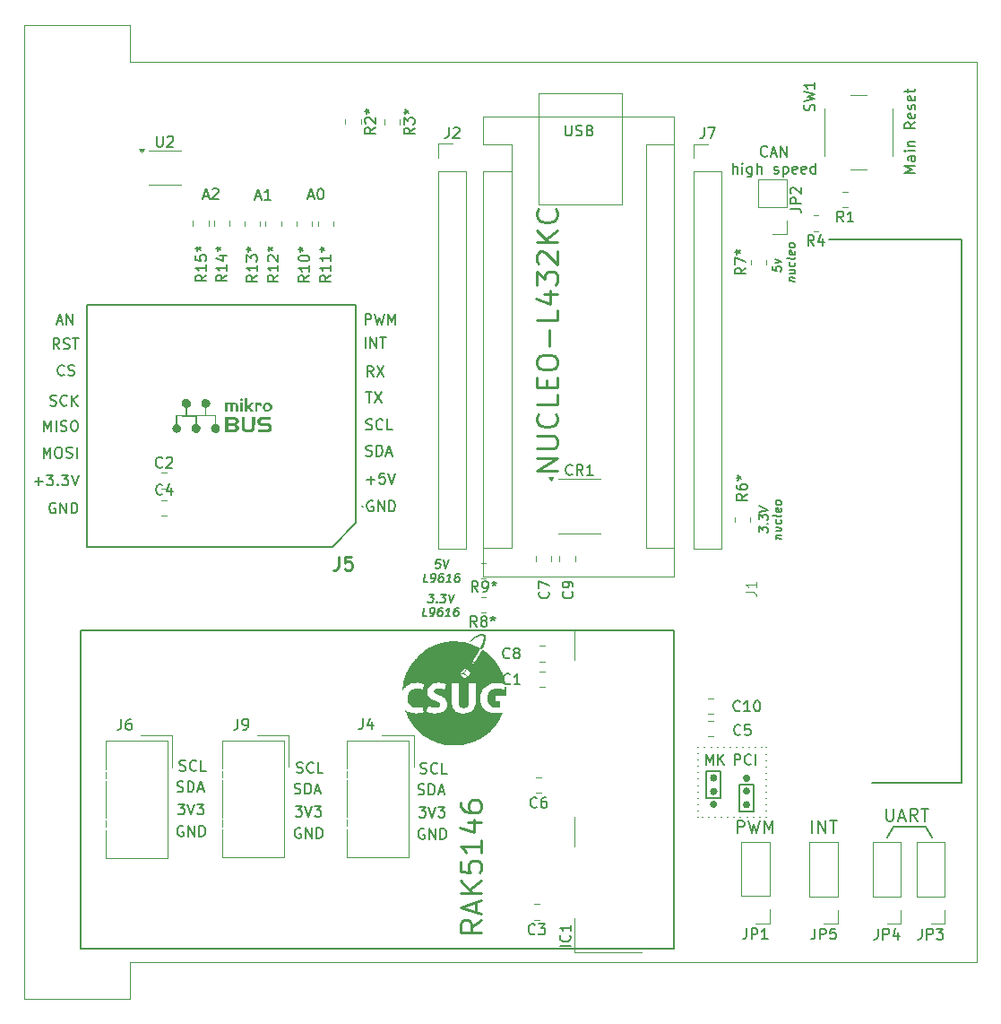
<source format=gbr>
%TF.GenerationSoftware,KiCad,Pcbnew,8.0.2-1*%
%TF.CreationDate,2024-10-14T16:45:23+02:00*%
%TF.ProjectId,Com_Nucleo-L432kc,436f6d5f-4e75-4636-9c65-6f2d4c343332,rev?*%
%TF.SameCoordinates,Original*%
%TF.FileFunction,Legend,Top*%
%TF.FilePolarity,Positive*%
%FSLAX46Y46*%
G04 Gerber Fmt 4.6, Leading zero omitted, Abs format (unit mm)*
G04 Created by KiCad (PCBNEW 8.0.2-1) date 2024-10-14 16:45:23*
%MOMM*%
%LPD*%
G01*
G04 APERTURE LIST*
%ADD10C,0.150000*%
%ADD11C,0.366548*%
%ADD12C,0.250000*%
%ADD13C,0.200000*%
%ADD14C,0.254000*%
%ADD15C,0.100000*%
%ADD16C,0.120000*%
%ADD17C,0.000000*%
%TA.AperFunction,Profile*%
%ADD18C,0.100000*%
%TD*%
G04 APERTURE END LIST*
D10*
X127430000Y-111280000D02*
X127430000Y-111280000D01*
X128030000Y-111280000D02*
X128030000Y-111280000D01*
X128630000Y-111280000D02*
X128630000Y-111280000D01*
X129230000Y-111280000D02*
X129230000Y-111280000D01*
X129830000Y-111280000D02*
X129830000Y-111280000D01*
X130430000Y-111280000D02*
X130430000Y-111280000D01*
X131030000Y-111280000D02*
X131030000Y-111280000D01*
X131630000Y-111280000D02*
X131630000Y-111280000D01*
X132230000Y-111280000D02*
X132230000Y-111280000D01*
X132830000Y-111280000D02*
X132830000Y-111280000D01*
X133430000Y-111280000D02*
X133430000Y-111280000D01*
X133820000Y-111280000D02*
X133820000Y-111280000D01*
X133820000Y-111880000D02*
X133820000Y-111880000D01*
X133820000Y-112480000D02*
X133820000Y-112480000D01*
X133820000Y-113080000D02*
X133820000Y-113080000D01*
X133820000Y-113680000D02*
X133820000Y-113680000D01*
X133820000Y-114280000D02*
X133820000Y-114280000D01*
X133820000Y-114880000D02*
X133820000Y-114880000D01*
X133820000Y-115480000D02*
X133820000Y-115480000D01*
X133820000Y-116080000D02*
X133820000Y-116080000D01*
X133820000Y-116680000D02*
X133820000Y-116680000D01*
X133820000Y-117280000D02*
X133820000Y-117280000D01*
X133820000Y-117840000D02*
X133820000Y-117840000D01*
X133220000Y-117840000D02*
X133220000Y-117840000D01*
X132620000Y-117840000D02*
X132620000Y-117840000D01*
X132020000Y-117840000D02*
X132020000Y-117840000D01*
X131420000Y-117840000D02*
X131420000Y-117840000D01*
X130820000Y-117840000D02*
X130820000Y-117840000D01*
X130220000Y-117840000D02*
X130220000Y-117840000D01*
X129620000Y-117840000D02*
X129620000Y-117840000D01*
X129020000Y-117840000D02*
X129020000Y-117840000D01*
X128420000Y-117840000D02*
X128420000Y-117840000D01*
X127820000Y-117840000D02*
X127820000Y-117840000D01*
X127430000Y-117840000D02*
X127430000Y-117840000D01*
X127430000Y-117240000D02*
X127430000Y-117240000D01*
X127430000Y-116640000D02*
X127430000Y-116640000D01*
X127430000Y-116040000D02*
X127430000Y-116040000D01*
X127430000Y-115440000D02*
X127430000Y-115440000D01*
X127430000Y-114840000D02*
X127430000Y-114840000D01*
X127430000Y-114240000D02*
X127430000Y-114240000D01*
X127430000Y-113640000D02*
X127430000Y-113640000D01*
X127430000Y-113040000D02*
X127430000Y-113040000D01*
X127430000Y-112440000D02*
X127430000Y-112440000D01*
X127430000Y-111840000D02*
X127430000Y-111840000D01*
D11*
X132163274Y-116700000D02*
G75*
G02*
X131796726Y-116700000I-183274J0D01*
G01*
X131796726Y-116700000D02*
G75*
G02*
X132163274Y-116700000I183274J0D01*
G01*
D10*
X145240000Y-119810000D02*
X145859113Y-118737666D01*
X128180000Y-113500000D02*
X129530000Y-113500000D01*
X129530000Y-116070000D01*
X128180000Y-116070000D01*
X128180000Y-113500000D01*
D11*
X129053274Y-114160000D02*
G75*
G02*
X128686726Y-114160000I-183274J0D01*
G01*
X128686726Y-114160000D02*
G75*
G02*
X129053274Y-114160000I183274J0D01*
G01*
X129053274Y-116660000D02*
G75*
G02*
X128686726Y-116660000I-183274J0D01*
G01*
X128686726Y-116660000D02*
G75*
G02*
X129053274Y-116660000I183274J0D01*
G01*
X129063274Y-115450000D02*
G75*
G02*
X128696726Y-115450000I-183274J0D01*
G01*
X128696726Y-115450000D02*
G75*
G02*
X129063274Y-115450000I183274J0D01*
G01*
D10*
X145880000Y-118750000D02*
X148890000Y-118750000D01*
X131320000Y-114790000D02*
X132670000Y-114790000D01*
X132670000Y-117360000D01*
X131320000Y-117360000D01*
X131320000Y-114790000D01*
X148890000Y-118750000D02*
X149469677Y-119754029D01*
D11*
X132153274Y-115410000D02*
G75*
G02*
X131786726Y-115410000I-183274J0D01*
G01*
X131786726Y-115410000D02*
G75*
G02*
X132153274Y-115410000I183274J0D01*
G01*
X132163274Y-114200000D02*
G75*
G02*
X131796726Y-114200000I-183274J0D01*
G01*
X131796726Y-114200000D02*
G75*
G02*
X132163274Y-114200000I183274J0D01*
G01*
D10*
X69100000Y-100250000D02*
X125150000Y-100250000D01*
X125150000Y-130250000D01*
X69100000Y-130250000D01*
X69100000Y-100250000D01*
X89269160Y-115632200D02*
X89412017Y-115679819D01*
X89412017Y-115679819D02*
X89650112Y-115679819D01*
X89650112Y-115679819D02*
X89745350Y-115632200D01*
X89745350Y-115632200D02*
X89792969Y-115584580D01*
X89792969Y-115584580D02*
X89840588Y-115489342D01*
X89840588Y-115489342D02*
X89840588Y-115394104D01*
X89840588Y-115394104D02*
X89792969Y-115298866D01*
X89792969Y-115298866D02*
X89745350Y-115251247D01*
X89745350Y-115251247D02*
X89650112Y-115203628D01*
X89650112Y-115203628D02*
X89459636Y-115156009D01*
X89459636Y-115156009D02*
X89364398Y-115108390D01*
X89364398Y-115108390D02*
X89316779Y-115060771D01*
X89316779Y-115060771D02*
X89269160Y-114965533D01*
X89269160Y-114965533D02*
X89269160Y-114870295D01*
X89269160Y-114870295D02*
X89316779Y-114775057D01*
X89316779Y-114775057D02*
X89364398Y-114727438D01*
X89364398Y-114727438D02*
X89459636Y-114679819D01*
X89459636Y-114679819D02*
X89697731Y-114679819D01*
X89697731Y-114679819D02*
X89840588Y-114727438D01*
X90269160Y-115679819D02*
X90269160Y-114679819D01*
X90269160Y-114679819D02*
X90507255Y-114679819D01*
X90507255Y-114679819D02*
X90650112Y-114727438D01*
X90650112Y-114727438D02*
X90745350Y-114822676D01*
X90745350Y-114822676D02*
X90792969Y-114917914D01*
X90792969Y-114917914D02*
X90840588Y-115108390D01*
X90840588Y-115108390D02*
X90840588Y-115251247D01*
X90840588Y-115251247D02*
X90792969Y-115441723D01*
X90792969Y-115441723D02*
X90745350Y-115536961D01*
X90745350Y-115536961D02*
X90650112Y-115632200D01*
X90650112Y-115632200D02*
X90507255Y-115679819D01*
X90507255Y-115679819D02*
X90269160Y-115679819D01*
X91221541Y-115394104D02*
X91697731Y-115394104D01*
X91126303Y-115679819D02*
X91459636Y-114679819D01*
X91459636Y-114679819D02*
X91792969Y-115679819D01*
D12*
X106942238Y-127597619D02*
X105989857Y-128264286D01*
X106942238Y-128740476D02*
X104942238Y-128740476D01*
X104942238Y-128740476D02*
X104942238Y-127978571D01*
X104942238Y-127978571D02*
X105037476Y-127788095D01*
X105037476Y-127788095D02*
X105132714Y-127692857D01*
X105132714Y-127692857D02*
X105323190Y-127597619D01*
X105323190Y-127597619D02*
X105608904Y-127597619D01*
X105608904Y-127597619D02*
X105799380Y-127692857D01*
X105799380Y-127692857D02*
X105894619Y-127788095D01*
X105894619Y-127788095D02*
X105989857Y-127978571D01*
X105989857Y-127978571D02*
X105989857Y-128740476D01*
X106370809Y-126835714D02*
X106370809Y-125883333D01*
X106942238Y-127026190D02*
X104942238Y-126359524D01*
X104942238Y-126359524D02*
X106942238Y-125692857D01*
X106942238Y-125026190D02*
X104942238Y-125026190D01*
X106942238Y-123883333D02*
X105799380Y-124740476D01*
X104942238Y-123883333D02*
X106085095Y-125026190D01*
X104942238Y-122073809D02*
X104942238Y-123026190D01*
X104942238Y-123026190D02*
X105894619Y-123121428D01*
X105894619Y-123121428D02*
X105799380Y-123026190D01*
X105799380Y-123026190D02*
X105704142Y-122835714D01*
X105704142Y-122835714D02*
X105704142Y-122359523D01*
X105704142Y-122359523D02*
X105799380Y-122169047D01*
X105799380Y-122169047D02*
X105894619Y-122073809D01*
X105894619Y-122073809D02*
X106085095Y-121978571D01*
X106085095Y-121978571D02*
X106561285Y-121978571D01*
X106561285Y-121978571D02*
X106751761Y-122073809D01*
X106751761Y-122073809D02*
X106847000Y-122169047D01*
X106847000Y-122169047D02*
X106942238Y-122359523D01*
X106942238Y-122359523D02*
X106942238Y-122835714D01*
X106942238Y-122835714D02*
X106847000Y-123026190D01*
X106847000Y-123026190D02*
X106751761Y-123121428D01*
X106942238Y-120073809D02*
X106942238Y-121216666D01*
X106942238Y-120645238D02*
X104942238Y-120645238D01*
X104942238Y-120645238D02*
X105227952Y-120835714D01*
X105227952Y-120835714D02*
X105418428Y-121026190D01*
X105418428Y-121026190D02*
X105513666Y-121216666D01*
X105608904Y-118359523D02*
X106942238Y-118359523D01*
X104847000Y-118835714D02*
X106275571Y-119311904D01*
X106275571Y-119311904D02*
X106275571Y-118073809D01*
X104942238Y-116454761D02*
X104942238Y-116835714D01*
X104942238Y-116835714D02*
X105037476Y-117026190D01*
X105037476Y-117026190D02*
X105132714Y-117121428D01*
X105132714Y-117121428D02*
X105418428Y-117311904D01*
X105418428Y-117311904D02*
X105799380Y-117407142D01*
X105799380Y-117407142D02*
X106561285Y-117407142D01*
X106561285Y-117407142D02*
X106751761Y-117311904D01*
X106751761Y-117311904D02*
X106847000Y-117216666D01*
X106847000Y-117216666D02*
X106942238Y-117026190D01*
X106942238Y-117026190D02*
X106942238Y-116645237D01*
X106942238Y-116645237D02*
X106847000Y-116454761D01*
X106847000Y-116454761D02*
X106751761Y-116359523D01*
X106751761Y-116359523D02*
X106561285Y-116264285D01*
X106561285Y-116264285D02*
X106085095Y-116264285D01*
X106085095Y-116264285D02*
X105894619Y-116359523D01*
X105894619Y-116359523D02*
X105799380Y-116454761D01*
X105799380Y-116454761D02*
X105704142Y-116645237D01*
X105704142Y-116645237D02*
X105704142Y-117026190D01*
X105704142Y-117026190D02*
X105799380Y-117216666D01*
X105799380Y-117216666D02*
X105894619Y-117311904D01*
X105894619Y-117311904D02*
X106085095Y-117407142D01*
D10*
X96076779Y-86018866D02*
X96838684Y-86018866D01*
X96457731Y-86399819D02*
X96457731Y-85637914D01*
X97791064Y-85399819D02*
X97314874Y-85399819D01*
X97314874Y-85399819D02*
X97267255Y-85876009D01*
X97267255Y-85876009D02*
X97314874Y-85828390D01*
X97314874Y-85828390D02*
X97410112Y-85780771D01*
X97410112Y-85780771D02*
X97648207Y-85780771D01*
X97648207Y-85780771D02*
X97743445Y-85828390D01*
X97743445Y-85828390D02*
X97791064Y-85876009D01*
X97791064Y-85876009D02*
X97838683Y-85971247D01*
X97838683Y-85971247D02*
X97838683Y-86209342D01*
X97838683Y-86209342D02*
X97791064Y-86304580D01*
X97791064Y-86304580D02*
X97743445Y-86352200D01*
X97743445Y-86352200D02*
X97648207Y-86399819D01*
X97648207Y-86399819D02*
X97410112Y-86399819D01*
X97410112Y-86399819D02*
X97314874Y-86352200D01*
X97314874Y-86352200D02*
X97267255Y-86304580D01*
X98124398Y-85399819D02*
X98457731Y-86399819D01*
X98457731Y-86399819D02*
X98791064Y-85399819D01*
D12*
X114132238Y-85125714D02*
X112132238Y-85125714D01*
X112132238Y-85125714D02*
X114132238Y-83982857D01*
X114132238Y-83982857D02*
X112132238Y-83982857D01*
X112132238Y-83030476D02*
X113751285Y-83030476D01*
X113751285Y-83030476D02*
X113941761Y-82935238D01*
X113941761Y-82935238D02*
X114037000Y-82840000D01*
X114037000Y-82840000D02*
X114132238Y-82649524D01*
X114132238Y-82649524D02*
X114132238Y-82268571D01*
X114132238Y-82268571D02*
X114037000Y-82078095D01*
X114037000Y-82078095D02*
X113941761Y-81982857D01*
X113941761Y-81982857D02*
X113751285Y-81887619D01*
X113751285Y-81887619D02*
X112132238Y-81887619D01*
X113941761Y-79792381D02*
X114037000Y-79887619D01*
X114037000Y-79887619D02*
X114132238Y-80173333D01*
X114132238Y-80173333D02*
X114132238Y-80363809D01*
X114132238Y-80363809D02*
X114037000Y-80649524D01*
X114037000Y-80649524D02*
X113846523Y-80840000D01*
X113846523Y-80840000D02*
X113656047Y-80935238D01*
X113656047Y-80935238D02*
X113275095Y-81030476D01*
X113275095Y-81030476D02*
X112989380Y-81030476D01*
X112989380Y-81030476D02*
X112608428Y-80935238D01*
X112608428Y-80935238D02*
X112417952Y-80840000D01*
X112417952Y-80840000D02*
X112227476Y-80649524D01*
X112227476Y-80649524D02*
X112132238Y-80363809D01*
X112132238Y-80363809D02*
X112132238Y-80173333D01*
X112132238Y-80173333D02*
X112227476Y-79887619D01*
X112227476Y-79887619D02*
X112322714Y-79792381D01*
X114132238Y-77982857D02*
X114132238Y-78935238D01*
X114132238Y-78935238D02*
X112132238Y-78935238D01*
X113084619Y-77316190D02*
X113084619Y-76649523D01*
X114132238Y-76363809D02*
X114132238Y-77316190D01*
X114132238Y-77316190D02*
X112132238Y-77316190D01*
X112132238Y-77316190D02*
X112132238Y-76363809D01*
X112132238Y-75125714D02*
X112132238Y-74744761D01*
X112132238Y-74744761D02*
X112227476Y-74554285D01*
X112227476Y-74554285D02*
X112417952Y-74363809D01*
X112417952Y-74363809D02*
X112798904Y-74268571D01*
X112798904Y-74268571D02*
X113465571Y-74268571D01*
X113465571Y-74268571D02*
X113846523Y-74363809D01*
X113846523Y-74363809D02*
X114037000Y-74554285D01*
X114037000Y-74554285D02*
X114132238Y-74744761D01*
X114132238Y-74744761D02*
X114132238Y-75125714D01*
X114132238Y-75125714D02*
X114037000Y-75316190D01*
X114037000Y-75316190D02*
X113846523Y-75506666D01*
X113846523Y-75506666D02*
X113465571Y-75601904D01*
X113465571Y-75601904D02*
X112798904Y-75601904D01*
X112798904Y-75601904D02*
X112417952Y-75506666D01*
X112417952Y-75506666D02*
X112227476Y-75316190D01*
X112227476Y-75316190D02*
X112132238Y-75125714D01*
X113370333Y-73411428D02*
X113370333Y-71887619D01*
X114132238Y-69982857D02*
X114132238Y-70935238D01*
X114132238Y-70935238D02*
X112132238Y-70935238D01*
X112798904Y-68459047D02*
X114132238Y-68459047D01*
X112037000Y-68935238D02*
X113465571Y-69411428D01*
X113465571Y-69411428D02*
X113465571Y-68173333D01*
X112132238Y-67601904D02*
X112132238Y-66363809D01*
X112132238Y-66363809D02*
X112894142Y-67030476D01*
X112894142Y-67030476D02*
X112894142Y-66744761D01*
X112894142Y-66744761D02*
X112989380Y-66554285D01*
X112989380Y-66554285D02*
X113084619Y-66459047D01*
X113084619Y-66459047D02*
X113275095Y-66363809D01*
X113275095Y-66363809D02*
X113751285Y-66363809D01*
X113751285Y-66363809D02*
X113941761Y-66459047D01*
X113941761Y-66459047D02*
X114037000Y-66554285D01*
X114037000Y-66554285D02*
X114132238Y-66744761D01*
X114132238Y-66744761D02*
X114132238Y-67316190D01*
X114132238Y-67316190D02*
X114037000Y-67506666D01*
X114037000Y-67506666D02*
X113941761Y-67601904D01*
X112322714Y-65601904D02*
X112227476Y-65506666D01*
X112227476Y-65506666D02*
X112132238Y-65316190D01*
X112132238Y-65316190D02*
X112132238Y-64839999D01*
X112132238Y-64839999D02*
X112227476Y-64649523D01*
X112227476Y-64649523D02*
X112322714Y-64554285D01*
X112322714Y-64554285D02*
X112513190Y-64459047D01*
X112513190Y-64459047D02*
X112703666Y-64459047D01*
X112703666Y-64459047D02*
X112989380Y-64554285D01*
X112989380Y-64554285D02*
X114132238Y-65697142D01*
X114132238Y-65697142D02*
X114132238Y-64459047D01*
X114132238Y-63601904D02*
X112132238Y-63601904D01*
X114132238Y-62459047D02*
X112989380Y-63316190D01*
X112132238Y-62459047D02*
X113275095Y-63601904D01*
X113941761Y-60459047D02*
X114037000Y-60554285D01*
X114037000Y-60554285D02*
X114132238Y-60839999D01*
X114132238Y-60839999D02*
X114132238Y-61030475D01*
X114132238Y-61030475D02*
X114037000Y-61316190D01*
X114037000Y-61316190D02*
X113846523Y-61506666D01*
X113846523Y-61506666D02*
X113656047Y-61601904D01*
X113656047Y-61601904D02*
X113275095Y-61697142D01*
X113275095Y-61697142D02*
X112989380Y-61697142D01*
X112989380Y-61697142D02*
X112608428Y-61601904D01*
X112608428Y-61601904D02*
X112417952Y-61506666D01*
X112417952Y-61506666D02*
X112227476Y-61316190D01*
X112227476Y-61316190D02*
X112132238Y-61030475D01*
X112132238Y-61030475D02*
X112132238Y-60839999D01*
X112132238Y-60839999D02*
X112227476Y-60554285D01*
X112227476Y-60554285D02*
X112322714Y-60459047D01*
D10*
X89351541Y-116819819D02*
X89970588Y-116819819D01*
X89970588Y-116819819D02*
X89637255Y-117200771D01*
X89637255Y-117200771D02*
X89780112Y-117200771D01*
X89780112Y-117200771D02*
X89875350Y-117248390D01*
X89875350Y-117248390D02*
X89922969Y-117296009D01*
X89922969Y-117296009D02*
X89970588Y-117391247D01*
X89970588Y-117391247D02*
X89970588Y-117629342D01*
X89970588Y-117629342D02*
X89922969Y-117724580D01*
X89922969Y-117724580D02*
X89875350Y-117772200D01*
X89875350Y-117772200D02*
X89780112Y-117819819D01*
X89780112Y-117819819D02*
X89494398Y-117819819D01*
X89494398Y-117819819D02*
X89399160Y-117772200D01*
X89399160Y-117772200D02*
X89351541Y-117724580D01*
X90256303Y-116819819D02*
X90589636Y-117819819D01*
X90589636Y-117819819D02*
X90922969Y-116819819D01*
X91161065Y-116819819D02*
X91780112Y-116819819D01*
X91780112Y-116819819D02*
X91446779Y-117200771D01*
X91446779Y-117200771D02*
X91589636Y-117200771D01*
X91589636Y-117200771D02*
X91684874Y-117248390D01*
X91684874Y-117248390D02*
X91732493Y-117296009D01*
X91732493Y-117296009D02*
X91780112Y-117391247D01*
X91780112Y-117391247D02*
X91780112Y-117629342D01*
X91780112Y-117629342D02*
X91732493Y-117724580D01*
X91732493Y-117724580D02*
X91684874Y-117772200D01*
X91684874Y-117772200D02*
X91589636Y-117819819D01*
X91589636Y-117819819D02*
X91303922Y-117819819D01*
X91303922Y-117819819D02*
X91208684Y-117772200D01*
X91208684Y-117772200D02*
X91161065Y-117724580D01*
X101041541Y-116889819D02*
X101660588Y-116889819D01*
X101660588Y-116889819D02*
X101327255Y-117270771D01*
X101327255Y-117270771D02*
X101470112Y-117270771D01*
X101470112Y-117270771D02*
X101565350Y-117318390D01*
X101565350Y-117318390D02*
X101612969Y-117366009D01*
X101612969Y-117366009D02*
X101660588Y-117461247D01*
X101660588Y-117461247D02*
X101660588Y-117699342D01*
X101660588Y-117699342D02*
X101612969Y-117794580D01*
X101612969Y-117794580D02*
X101565350Y-117842200D01*
X101565350Y-117842200D02*
X101470112Y-117889819D01*
X101470112Y-117889819D02*
X101184398Y-117889819D01*
X101184398Y-117889819D02*
X101089160Y-117842200D01*
X101089160Y-117842200D02*
X101041541Y-117794580D01*
X101946303Y-116889819D02*
X102279636Y-117889819D01*
X102279636Y-117889819D02*
X102612969Y-116889819D01*
X102851065Y-116889819D02*
X103470112Y-116889819D01*
X103470112Y-116889819D02*
X103136779Y-117270771D01*
X103136779Y-117270771D02*
X103279636Y-117270771D01*
X103279636Y-117270771D02*
X103374874Y-117318390D01*
X103374874Y-117318390D02*
X103422493Y-117366009D01*
X103422493Y-117366009D02*
X103470112Y-117461247D01*
X103470112Y-117461247D02*
X103470112Y-117699342D01*
X103470112Y-117699342D02*
X103422493Y-117794580D01*
X103422493Y-117794580D02*
X103374874Y-117842200D01*
X103374874Y-117842200D02*
X103279636Y-117889819D01*
X103279636Y-117889819D02*
X102993922Y-117889819D01*
X102993922Y-117889819D02*
X102898684Y-117842200D01*
X102898684Y-117842200D02*
X102851065Y-117794580D01*
X66839160Y-71064104D02*
X67315350Y-71064104D01*
X66743922Y-71349819D02*
X67077255Y-70349819D01*
X67077255Y-70349819D02*
X67410588Y-71349819D01*
X67743922Y-71349819D02*
X67743922Y-70349819D01*
X67743922Y-70349819D02*
X68315350Y-71349819D01*
X68315350Y-71349819D02*
X68315350Y-70349819D01*
X89489160Y-113642200D02*
X89632017Y-113689819D01*
X89632017Y-113689819D02*
X89870112Y-113689819D01*
X89870112Y-113689819D02*
X89965350Y-113642200D01*
X89965350Y-113642200D02*
X90012969Y-113594580D01*
X90012969Y-113594580D02*
X90060588Y-113499342D01*
X90060588Y-113499342D02*
X90060588Y-113404104D01*
X90060588Y-113404104D02*
X90012969Y-113308866D01*
X90012969Y-113308866D02*
X89965350Y-113261247D01*
X89965350Y-113261247D02*
X89870112Y-113213628D01*
X89870112Y-113213628D02*
X89679636Y-113166009D01*
X89679636Y-113166009D02*
X89584398Y-113118390D01*
X89584398Y-113118390D02*
X89536779Y-113070771D01*
X89536779Y-113070771D02*
X89489160Y-112975533D01*
X89489160Y-112975533D02*
X89489160Y-112880295D01*
X89489160Y-112880295D02*
X89536779Y-112785057D01*
X89536779Y-112785057D02*
X89584398Y-112737438D01*
X89584398Y-112737438D02*
X89679636Y-112689819D01*
X89679636Y-112689819D02*
X89917731Y-112689819D01*
X89917731Y-112689819D02*
X90060588Y-112737438D01*
X91060588Y-113594580D02*
X91012969Y-113642200D01*
X91012969Y-113642200D02*
X90870112Y-113689819D01*
X90870112Y-113689819D02*
X90774874Y-113689819D01*
X90774874Y-113689819D02*
X90632017Y-113642200D01*
X90632017Y-113642200D02*
X90536779Y-113546961D01*
X90536779Y-113546961D02*
X90489160Y-113451723D01*
X90489160Y-113451723D02*
X90441541Y-113261247D01*
X90441541Y-113261247D02*
X90441541Y-113118390D01*
X90441541Y-113118390D02*
X90489160Y-112927914D01*
X90489160Y-112927914D02*
X90536779Y-112832676D01*
X90536779Y-112832676D02*
X90632017Y-112737438D01*
X90632017Y-112737438D02*
X90774874Y-112689819D01*
X90774874Y-112689819D02*
X90870112Y-112689819D01*
X90870112Y-112689819D02*
X91012969Y-112737438D01*
X91012969Y-112737438D02*
X91060588Y-112785057D01*
X91965350Y-113689819D02*
X91489160Y-113689819D01*
X91489160Y-113689819D02*
X91489160Y-112689819D01*
X134456340Y-65823809D02*
X134456340Y-66204761D01*
X134456340Y-66204761D02*
X134837292Y-66290476D01*
X134837292Y-66290476D02*
X134799197Y-66247618D01*
X134799197Y-66247618D02*
X134761102Y-66166666D01*
X134761102Y-66166666D02*
X134761102Y-65976190D01*
X134761102Y-65976190D02*
X134799197Y-65904761D01*
X134799197Y-65904761D02*
X134837292Y-65871428D01*
X134837292Y-65871428D02*
X134913483Y-65842856D01*
X134913483Y-65842856D02*
X135103959Y-65866666D01*
X135103959Y-65866666D02*
X135180149Y-65914285D01*
X135180149Y-65914285D02*
X135218245Y-65957142D01*
X135218245Y-65957142D02*
X135256340Y-66038095D01*
X135256340Y-66038095D02*
X135256340Y-66228571D01*
X135256340Y-66228571D02*
X135218245Y-66299999D01*
X135218245Y-66299999D02*
X135180149Y-66333333D01*
X134723006Y-65552380D02*
X135256340Y-65428571D01*
X135256340Y-65428571D02*
X134723006Y-65171428D01*
X136010961Y-67228572D02*
X136544295Y-67295238D01*
X136087152Y-67238095D02*
X136049057Y-67195238D01*
X136049057Y-67195238D02*
X136010961Y-67114286D01*
X136010961Y-67114286D02*
X136010961Y-67000000D01*
X136010961Y-67000000D02*
X136049057Y-66928572D01*
X136049057Y-66928572D02*
X136125247Y-66900000D01*
X136125247Y-66900000D02*
X136544295Y-66952381D01*
X136010961Y-66161904D02*
X136544295Y-66228571D01*
X136010961Y-66504762D02*
X136430009Y-66557143D01*
X136430009Y-66557143D02*
X136506200Y-66528571D01*
X136506200Y-66528571D02*
X136544295Y-66457143D01*
X136544295Y-66457143D02*
X136544295Y-66342857D01*
X136544295Y-66342857D02*
X136506200Y-66261904D01*
X136506200Y-66261904D02*
X136468104Y-66219047D01*
X136506200Y-65499999D02*
X136544295Y-65580952D01*
X136544295Y-65580952D02*
X136544295Y-65733333D01*
X136544295Y-65733333D02*
X136506200Y-65804761D01*
X136506200Y-65804761D02*
X136468104Y-65838094D01*
X136468104Y-65838094D02*
X136391914Y-65866666D01*
X136391914Y-65866666D02*
X136163342Y-65838094D01*
X136163342Y-65838094D02*
X136087152Y-65790475D01*
X136087152Y-65790475D02*
X136049057Y-65747618D01*
X136049057Y-65747618D02*
X136010961Y-65666666D01*
X136010961Y-65666666D02*
X136010961Y-65514285D01*
X136010961Y-65514285D02*
X136049057Y-65442856D01*
X136544295Y-65047619D02*
X136506200Y-65119047D01*
X136506200Y-65119047D02*
X136430009Y-65147619D01*
X136430009Y-65147619D02*
X135744295Y-65061904D01*
X136506200Y-64433332D02*
X136544295Y-64514285D01*
X136544295Y-64514285D02*
X136544295Y-64666666D01*
X136544295Y-64666666D02*
X136506200Y-64738094D01*
X136506200Y-64738094D02*
X136430009Y-64766666D01*
X136430009Y-64766666D02*
X136125247Y-64728571D01*
X136125247Y-64728571D02*
X136049057Y-64680951D01*
X136049057Y-64680951D02*
X136010961Y-64599999D01*
X136010961Y-64599999D02*
X136010961Y-64447618D01*
X136010961Y-64447618D02*
X136049057Y-64376190D01*
X136049057Y-64376190D02*
X136125247Y-64347618D01*
X136125247Y-64347618D02*
X136201438Y-64357142D01*
X136201438Y-64357142D02*
X136277628Y-64747618D01*
X136544295Y-63942857D02*
X136506200Y-64014285D01*
X136506200Y-64014285D02*
X136468104Y-64047618D01*
X136468104Y-64047618D02*
X136391914Y-64076190D01*
X136391914Y-64076190D02*
X136163342Y-64047618D01*
X136163342Y-64047618D02*
X136087152Y-63999999D01*
X136087152Y-63999999D02*
X136049057Y-63957142D01*
X136049057Y-63957142D02*
X136010961Y-63876190D01*
X136010961Y-63876190D02*
X136010961Y-63761904D01*
X136010961Y-63761904D02*
X136049057Y-63690476D01*
X136049057Y-63690476D02*
X136087152Y-63657142D01*
X136087152Y-63657142D02*
X136163342Y-63628571D01*
X136163342Y-63628571D02*
X136391914Y-63657142D01*
X136391914Y-63657142D02*
X136468104Y-63704761D01*
X136468104Y-63704761D02*
X136506200Y-63747618D01*
X136506200Y-63747618D02*
X136544295Y-63828571D01*
X136544295Y-63828571D02*
X136544295Y-63942857D01*
X65606779Y-81439819D02*
X65606779Y-80439819D01*
X65606779Y-80439819D02*
X65940112Y-81154104D01*
X65940112Y-81154104D02*
X66273445Y-80439819D01*
X66273445Y-80439819D02*
X66273445Y-81439819D01*
X66749636Y-81439819D02*
X66749636Y-80439819D01*
X67178207Y-81392200D02*
X67321064Y-81439819D01*
X67321064Y-81439819D02*
X67559159Y-81439819D01*
X67559159Y-81439819D02*
X67654397Y-81392200D01*
X67654397Y-81392200D02*
X67702016Y-81344580D01*
X67702016Y-81344580D02*
X67749635Y-81249342D01*
X67749635Y-81249342D02*
X67749635Y-81154104D01*
X67749635Y-81154104D02*
X67702016Y-81058866D01*
X67702016Y-81058866D02*
X67654397Y-81011247D01*
X67654397Y-81011247D02*
X67559159Y-80963628D01*
X67559159Y-80963628D02*
X67368683Y-80916009D01*
X67368683Y-80916009D02*
X67273445Y-80868390D01*
X67273445Y-80868390D02*
X67225826Y-80820771D01*
X67225826Y-80820771D02*
X67178207Y-80725533D01*
X67178207Y-80725533D02*
X67178207Y-80630295D01*
X67178207Y-80630295D02*
X67225826Y-80535057D01*
X67225826Y-80535057D02*
X67273445Y-80487438D01*
X67273445Y-80487438D02*
X67368683Y-80439819D01*
X67368683Y-80439819D02*
X67606778Y-80439819D01*
X67606778Y-80439819D02*
X67749635Y-80487438D01*
X68368683Y-80439819D02*
X68559159Y-80439819D01*
X68559159Y-80439819D02*
X68654397Y-80487438D01*
X68654397Y-80487438D02*
X68749635Y-80582676D01*
X68749635Y-80582676D02*
X68797254Y-80773152D01*
X68797254Y-80773152D02*
X68797254Y-81106485D01*
X68797254Y-81106485D02*
X68749635Y-81296961D01*
X68749635Y-81296961D02*
X68654397Y-81392200D01*
X68654397Y-81392200D02*
X68559159Y-81439819D01*
X68559159Y-81439819D02*
X68368683Y-81439819D01*
X68368683Y-81439819D02*
X68273445Y-81392200D01*
X68273445Y-81392200D02*
X68178207Y-81296961D01*
X68178207Y-81296961D02*
X68130588Y-81106485D01*
X68130588Y-81106485D02*
X68130588Y-80773152D01*
X68130588Y-80773152D02*
X68178207Y-80582676D01*
X68178207Y-80582676D02*
X68273445Y-80487438D01*
X68273445Y-80487438D02*
X68368683Y-80439819D01*
D13*
X138172292Y-119352742D02*
X138172292Y-118152742D01*
X138743721Y-119352742D02*
X138743721Y-118152742D01*
X138743721Y-118152742D02*
X139429435Y-119352742D01*
X139429435Y-119352742D02*
X139429435Y-118152742D01*
X139829435Y-118152742D02*
X140515150Y-118152742D01*
X140172292Y-119352742D02*
X140172292Y-118152742D01*
D10*
X147909819Y-57023220D02*
X146909819Y-57023220D01*
X146909819Y-57023220D02*
X147624104Y-56689887D01*
X147624104Y-56689887D02*
X146909819Y-56356554D01*
X146909819Y-56356554D02*
X147909819Y-56356554D01*
X147909819Y-55451792D02*
X147386009Y-55451792D01*
X147386009Y-55451792D02*
X147290771Y-55499411D01*
X147290771Y-55499411D02*
X147243152Y-55594649D01*
X147243152Y-55594649D02*
X147243152Y-55785125D01*
X147243152Y-55785125D02*
X147290771Y-55880363D01*
X147862200Y-55451792D02*
X147909819Y-55547030D01*
X147909819Y-55547030D02*
X147909819Y-55785125D01*
X147909819Y-55785125D02*
X147862200Y-55880363D01*
X147862200Y-55880363D02*
X147766961Y-55927982D01*
X147766961Y-55927982D02*
X147671723Y-55927982D01*
X147671723Y-55927982D02*
X147576485Y-55880363D01*
X147576485Y-55880363D02*
X147528866Y-55785125D01*
X147528866Y-55785125D02*
X147528866Y-55547030D01*
X147528866Y-55547030D02*
X147481247Y-55451792D01*
X147909819Y-54975601D02*
X147243152Y-54975601D01*
X146909819Y-54975601D02*
X146957438Y-55023220D01*
X146957438Y-55023220D02*
X147005057Y-54975601D01*
X147005057Y-54975601D02*
X146957438Y-54927982D01*
X146957438Y-54927982D02*
X146909819Y-54975601D01*
X146909819Y-54975601D02*
X147005057Y-54975601D01*
X147243152Y-54499411D02*
X147909819Y-54499411D01*
X147338390Y-54499411D02*
X147290771Y-54451792D01*
X147290771Y-54451792D02*
X147243152Y-54356554D01*
X147243152Y-54356554D02*
X147243152Y-54213697D01*
X147243152Y-54213697D02*
X147290771Y-54118459D01*
X147290771Y-54118459D02*
X147386009Y-54070840D01*
X147386009Y-54070840D02*
X147909819Y-54070840D01*
X147909819Y-52261316D02*
X147433628Y-52594649D01*
X147909819Y-52832744D02*
X146909819Y-52832744D01*
X146909819Y-52832744D02*
X146909819Y-52451792D01*
X146909819Y-52451792D02*
X146957438Y-52356554D01*
X146957438Y-52356554D02*
X147005057Y-52308935D01*
X147005057Y-52308935D02*
X147100295Y-52261316D01*
X147100295Y-52261316D02*
X147243152Y-52261316D01*
X147243152Y-52261316D02*
X147338390Y-52308935D01*
X147338390Y-52308935D02*
X147386009Y-52356554D01*
X147386009Y-52356554D02*
X147433628Y-52451792D01*
X147433628Y-52451792D02*
X147433628Y-52832744D01*
X147862200Y-51451792D02*
X147909819Y-51547030D01*
X147909819Y-51547030D02*
X147909819Y-51737506D01*
X147909819Y-51737506D02*
X147862200Y-51832744D01*
X147862200Y-51832744D02*
X147766961Y-51880363D01*
X147766961Y-51880363D02*
X147386009Y-51880363D01*
X147386009Y-51880363D02*
X147290771Y-51832744D01*
X147290771Y-51832744D02*
X147243152Y-51737506D01*
X147243152Y-51737506D02*
X147243152Y-51547030D01*
X147243152Y-51547030D02*
X147290771Y-51451792D01*
X147290771Y-51451792D02*
X147386009Y-51404173D01*
X147386009Y-51404173D02*
X147481247Y-51404173D01*
X147481247Y-51404173D02*
X147576485Y-51880363D01*
X147862200Y-51023220D02*
X147909819Y-50927982D01*
X147909819Y-50927982D02*
X147909819Y-50737506D01*
X147909819Y-50737506D02*
X147862200Y-50642268D01*
X147862200Y-50642268D02*
X147766961Y-50594649D01*
X147766961Y-50594649D02*
X147719342Y-50594649D01*
X147719342Y-50594649D02*
X147624104Y-50642268D01*
X147624104Y-50642268D02*
X147576485Y-50737506D01*
X147576485Y-50737506D02*
X147576485Y-50880363D01*
X147576485Y-50880363D02*
X147528866Y-50975601D01*
X147528866Y-50975601D02*
X147433628Y-51023220D01*
X147433628Y-51023220D02*
X147386009Y-51023220D01*
X147386009Y-51023220D02*
X147290771Y-50975601D01*
X147290771Y-50975601D02*
X147243152Y-50880363D01*
X147243152Y-50880363D02*
X147243152Y-50737506D01*
X147243152Y-50737506D02*
X147290771Y-50642268D01*
X147862200Y-49785125D02*
X147909819Y-49880363D01*
X147909819Y-49880363D02*
X147909819Y-50070839D01*
X147909819Y-50070839D02*
X147862200Y-50166077D01*
X147862200Y-50166077D02*
X147766961Y-50213696D01*
X147766961Y-50213696D02*
X147386009Y-50213696D01*
X147386009Y-50213696D02*
X147290771Y-50166077D01*
X147290771Y-50166077D02*
X147243152Y-50070839D01*
X147243152Y-50070839D02*
X147243152Y-49880363D01*
X147243152Y-49880363D02*
X147290771Y-49785125D01*
X147290771Y-49785125D02*
X147386009Y-49737506D01*
X147386009Y-49737506D02*
X147481247Y-49737506D01*
X147481247Y-49737506D02*
X147576485Y-50213696D01*
X147243152Y-49451791D02*
X147243152Y-49070839D01*
X146909819Y-49308934D02*
X147766961Y-49308934D01*
X147766961Y-49308934D02*
X147862200Y-49261315D01*
X147862200Y-49261315D02*
X147909819Y-49166077D01*
X147909819Y-49166077D02*
X147909819Y-49070839D01*
X101964285Y-96816340D02*
X102459523Y-96816340D01*
X102459523Y-96816340D02*
X102154762Y-97121102D01*
X102154762Y-97121102D02*
X102269047Y-97121102D01*
X102269047Y-97121102D02*
X102340476Y-97159197D01*
X102340476Y-97159197D02*
X102373809Y-97197292D01*
X102373809Y-97197292D02*
X102402381Y-97273483D01*
X102402381Y-97273483D02*
X102378571Y-97463959D01*
X102378571Y-97463959D02*
X102330952Y-97540149D01*
X102330952Y-97540149D02*
X102288095Y-97578245D01*
X102288095Y-97578245D02*
X102207142Y-97616340D01*
X102207142Y-97616340D02*
X101978571Y-97616340D01*
X101978571Y-97616340D02*
X101907142Y-97578245D01*
X101907142Y-97578245D02*
X101873809Y-97540149D01*
X102711905Y-97540149D02*
X102745238Y-97578245D01*
X102745238Y-97578245D02*
X102702381Y-97616340D01*
X102702381Y-97616340D02*
X102669047Y-97578245D01*
X102669047Y-97578245D02*
X102711905Y-97540149D01*
X102711905Y-97540149D02*
X102702381Y-97616340D01*
X103107142Y-96816340D02*
X103602380Y-96816340D01*
X103602380Y-96816340D02*
X103297619Y-97121102D01*
X103297619Y-97121102D02*
X103411904Y-97121102D01*
X103411904Y-97121102D02*
X103483333Y-97159197D01*
X103483333Y-97159197D02*
X103516666Y-97197292D01*
X103516666Y-97197292D02*
X103545238Y-97273483D01*
X103545238Y-97273483D02*
X103521428Y-97463959D01*
X103521428Y-97463959D02*
X103473809Y-97540149D01*
X103473809Y-97540149D02*
X103430952Y-97578245D01*
X103430952Y-97578245D02*
X103349999Y-97616340D01*
X103349999Y-97616340D02*
X103121428Y-97616340D01*
X103121428Y-97616340D02*
X103049999Y-97578245D01*
X103049999Y-97578245D02*
X103016666Y-97540149D01*
X103830952Y-96816340D02*
X103997619Y-97616340D01*
X103997619Y-97616340D02*
X104364285Y-96816340D01*
X101769047Y-98904295D02*
X101388095Y-98904295D01*
X101388095Y-98904295D02*
X101488095Y-98104295D01*
X102073809Y-98904295D02*
X102226190Y-98904295D01*
X102226190Y-98904295D02*
X102307142Y-98866200D01*
X102307142Y-98866200D02*
X102350000Y-98828104D01*
X102350000Y-98828104D02*
X102440476Y-98713819D01*
X102440476Y-98713819D02*
X102497619Y-98561438D01*
X102497619Y-98561438D02*
X102535714Y-98256676D01*
X102535714Y-98256676D02*
X102507142Y-98180485D01*
X102507142Y-98180485D02*
X102473809Y-98142390D01*
X102473809Y-98142390D02*
X102402380Y-98104295D01*
X102402380Y-98104295D02*
X102250000Y-98104295D01*
X102250000Y-98104295D02*
X102169047Y-98142390D01*
X102169047Y-98142390D02*
X102126190Y-98180485D01*
X102126190Y-98180485D02*
X102078571Y-98256676D01*
X102078571Y-98256676D02*
X102054761Y-98447152D01*
X102054761Y-98447152D02*
X102083333Y-98523342D01*
X102083333Y-98523342D02*
X102116666Y-98561438D01*
X102116666Y-98561438D02*
X102188095Y-98599533D01*
X102188095Y-98599533D02*
X102340476Y-98599533D01*
X102340476Y-98599533D02*
X102421428Y-98561438D01*
X102421428Y-98561438D02*
X102464285Y-98523342D01*
X102464285Y-98523342D02*
X102511904Y-98447152D01*
X103240476Y-98104295D02*
X103088095Y-98104295D01*
X103088095Y-98104295D02*
X103007143Y-98142390D01*
X103007143Y-98142390D02*
X102964285Y-98180485D01*
X102964285Y-98180485D02*
X102873809Y-98294771D01*
X102873809Y-98294771D02*
X102816666Y-98447152D01*
X102816666Y-98447152D02*
X102778571Y-98751914D01*
X102778571Y-98751914D02*
X102807143Y-98828104D01*
X102807143Y-98828104D02*
X102840476Y-98866200D01*
X102840476Y-98866200D02*
X102911905Y-98904295D01*
X102911905Y-98904295D02*
X103064285Y-98904295D01*
X103064285Y-98904295D02*
X103145238Y-98866200D01*
X103145238Y-98866200D02*
X103188095Y-98828104D01*
X103188095Y-98828104D02*
X103235714Y-98751914D01*
X103235714Y-98751914D02*
X103259524Y-98561438D01*
X103259524Y-98561438D02*
X103230952Y-98485247D01*
X103230952Y-98485247D02*
X103197619Y-98447152D01*
X103197619Y-98447152D02*
X103126190Y-98409057D01*
X103126190Y-98409057D02*
X102973809Y-98409057D01*
X102973809Y-98409057D02*
X102892857Y-98447152D01*
X102892857Y-98447152D02*
X102850000Y-98485247D01*
X102850000Y-98485247D02*
X102802381Y-98561438D01*
X103978571Y-98904295D02*
X103521429Y-98904295D01*
X103750000Y-98904295D02*
X103850000Y-98104295D01*
X103850000Y-98104295D02*
X103759524Y-98218580D01*
X103759524Y-98218580D02*
X103673810Y-98294771D01*
X103673810Y-98294771D02*
X103592857Y-98332866D01*
X104764286Y-98104295D02*
X104611905Y-98104295D01*
X104611905Y-98104295D02*
X104530953Y-98142390D01*
X104530953Y-98142390D02*
X104488095Y-98180485D01*
X104488095Y-98180485D02*
X104397619Y-98294771D01*
X104397619Y-98294771D02*
X104340476Y-98447152D01*
X104340476Y-98447152D02*
X104302381Y-98751914D01*
X104302381Y-98751914D02*
X104330953Y-98828104D01*
X104330953Y-98828104D02*
X104364286Y-98866200D01*
X104364286Y-98866200D02*
X104435715Y-98904295D01*
X104435715Y-98904295D02*
X104588095Y-98904295D01*
X104588095Y-98904295D02*
X104669048Y-98866200D01*
X104669048Y-98866200D02*
X104711905Y-98828104D01*
X104711905Y-98828104D02*
X104759524Y-98751914D01*
X104759524Y-98751914D02*
X104783334Y-98561438D01*
X104783334Y-98561438D02*
X104754762Y-98485247D01*
X104754762Y-98485247D02*
X104721429Y-98447152D01*
X104721429Y-98447152D02*
X104650000Y-98409057D01*
X104650000Y-98409057D02*
X104497619Y-98409057D01*
X104497619Y-98409057D02*
X104416667Y-98447152D01*
X104416667Y-98447152D02*
X104373810Y-98485247D01*
X104373810Y-98485247D02*
X104326191Y-98561438D01*
X67508207Y-76074580D02*
X67460588Y-76122200D01*
X67460588Y-76122200D02*
X67317731Y-76169819D01*
X67317731Y-76169819D02*
X67222493Y-76169819D01*
X67222493Y-76169819D02*
X67079636Y-76122200D01*
X67079636Y-76122200D02*
X66984398Y-76026961D01*
X66984398Y-76026961D02*
X66936779Y-75931723D01*
X66936779Y-75931723D02*
X66889160Y-75741247D01*
X66889160Y-75741247D02*
X66889160Y-75598390D01*
X66889160Y-75598390D02*
X66936779Y-75407914D01*
X66936779Y-75407914D02*
X66984398Y-75312676D01*
X66984398Y-75312676D02*
X67079636Y-75217438D01*
X67079636Y-75217438D02*
X67222493Y-75169819D01*
X67222493Y-75169819D02*
X67317731Y-75169819D01*
X67317731Y-75169819D02*
X67460588Y-75217438D01*
X67460588Y-75217438D02*
X67508207Y-75265057D01*
X67889160Y-76122200D02*
X68032017Y-76169819D01*
X68032017Y-76169819D02*
X68270112Y-76169819D01*
X68270112Y-76169819D02*
X68365350Y-76122200D01*
X68365350Y-76122200D02*
X68412969Y-76074580D01*
X68412969Y-76074580D02*
X68460588Y-75979342D01*
X68460588Y-75979342D02*
X68460588Y-75884104D01*
X68460588Y-75884104D02*
X68412969Y-75788866D01*
X68412969Y-75788866D02*
X68365350Y-75741247D01*
X68365350Y-75741247D02*
X68270112Y-75693628D01*
X68270112Y-75693628D02*
X68079636Y-75646009D01*
X68079636Y-75646009D02*
X67984398Y-75598390D01*
X67984398Y-75598390D02*
X67936779Y-75550771D01*
X67936779Y-75550771D02*
X67889160Y-75455533D01*
X67889160Y-75455533D02*
X67889160Y-75360295D01*
X67889160Y-75360295D02*
X67936779Y-75265057D01*
X67936779Y-75265057D02*
X67984398Y-75217438D01*
X67984398Y-75217438D02*
X68079636Y-75169819D01*
X68079636Y-75169819D02*
X68317731Y-75169819D01*
X68317731Y-75169819D02*
X68460588Y-75217438D01*
X95966779Y-71359819D02*
X95966779Y-70359819D01*
X95966779Y-70359819D02*
X96347731Y-70359819D01*
X96347731Y-70359819D02*
X96442969Y-70407438D01*
X96442969Y-70407438D02*
X96490588Y-70455057D01*
X96490588Y-70455057D02*
X96538207Y-70550295D01*
X96538207Y-70550295D02*
X96538207Y-70693152D01*
X96538207Y-70693152D02*
X96490588Y-70788390D01*
X96490588Y-70788390D02*
X96442969Y-70836009D01*
X96442969Y-70836009D02*
X96347731Y-70883628D01*
X96347731Y-70883628D02*
X95966779Y-70883628D01*
X96871541Y-70359819D02*
X97109636Y-71359819D01*
X97109636Y-71359819D02*
X97300112Y-70645533D01*
X97300112Y-70645533D02*
X97490588Y-71359819D01*
X97490588Y-71359819D02*
X97728684Y-70359819D01*
X98109636Y-71359819D02*
X98109636Y-70359819D01*
X98109636Y-70359819D02*
X98442969Y-71074104D01*
X98442969Y-71074104D02*
X98776302Y-70359819D01*
X98776302Y-70359819D02*
X98776302Y-71359819D01*
X96029160Y-83722200D02*
X96172017Y-83769819D01*
X96172017Y-83769819D02*
X96410112Y-83769819D01*
X96410112Y-83769819D02*
X96505350Y-83722200D01*
X96505350Y-83722200D02*
X96552969Y-83674580D01*
X96552969Y-83674580D02*
X96600588Y-83579342D01*
X96600588Y-83579342D02*
X96600588Y-83484104D01*
X96600588Y-83484104D02*
X96552969Y-83388866D01*
X96552969Y-83388866D02*
X96505350Y-83341247D01*
X96505350Y-83341247D02*
X96410112Y-83293628D01*
X96410112Y-83293628D02*
X96219636Y-83246009D01*
X96219636Y-83246009D02*
X96124398Y-83198390D01*
X96124398Y-83198390D02*
X96076779Y-83150771D01*
X96076779Y-83150771D02*
X96029160Y-83055533D01*
X96029160Y-83055533D02*
X96029160Y-82960295D01*
X96029160Y-82960295D02*
X96076779Y-82865057D01*
X96076779Y-82865057D02*
X96124398Y-82817438D01*
X96124398Y-82817438D02*
X96219636Y-82769819D01*
X96219636Y-82769819D02*
X96457731Y-82769819D01*
X96457731Y-82769819D02*
X96600588Y-82817438D01*
X97029160Y-83769819D02*
X97029160Y-82769819D01*
X97029160Y-82769819D02*
X97267255Y-82769819D01*
X97267255Y-82769819D02*
X97410112Y-82817438D01*
X97410112Y-82817438D02*
X97505350Y-82912676D01*
X97505350Y-82912676D02*
X97552969Y-83007914D01*
X97552969Y-83007914D02*
X97600588Y-83198390D01*
X97600588Y-83198390D02*
X97600588Y-83341247D01*
X97600588Y-83341247D02*
X97552969Y-83531723D01*
X97552969Y-83531723D02*
X97505350Y-83626961D01*
X97505350Y-83626961D02*
X97410112Y-83722200D01*
X97410112Y-83722200D02*
X97267255Y-83769819D01*
X97267255Y-83769819D02*
X97029160Y-83769819D01*
X97981541Y-83484104D02*
X98457731Y-83484104D01*
X97886303Y-83769819D02*
X98219636Y-82769819D01*
X98219636Y-82769819D02*
X98552969Y-83769819D01*
X96718207Y-76279819D02*
X96384874Y-75803628D01*
X96146779Y-76279819D02*
X96146779Y-75279819D01*
X96146779Y-75279819D02*
X96527731Y-75279819D01*
X96527731Y-75279819D02*
X96622969Y-75327438D01*
X96622969Y-75327438D02*
X96670588Y-75375057D01*
X96670588Y-75375057D02*
X96718207Y-75470295D01*
X96718207Y-75470295D02*
X96718207Y-75613152D01*
X96718207Y-75613152D02*
X96670588Y-75708390D01*
X96670588Y-75708390D02*
X96622969Y-75756009D01*
X96622969Y-75756009D02*
X96527731Y-75803628D01*
X96527731Y-75803628D02*
X96146779Y-75803628D01*
X97051541Y-75279819D02*
X97718207Y-76279819D01*
X97718207Y-75279819D02*
X97051541Y-76279819D01*
X101530588Y-118987438D02*
X101435350Y-118939819D01*
X101435350Y-118939819D02*
X101292493Y-118939819D01*
X101292493Y-118939819D02*
X101149636Y-118987438D01*
X101149636Y-118987438D02*
X101054398Y-119082676D01*
X101054398Y-119082676D02*
X101006779Y-119177914D01*
X101006779Y-119177914D02*
X100959160Y-119368390D01*
X100959160Y-119368390D02*
X100959160Y-119511247D01*
X100959160Y-119511247D02*
X101006779Y-119701723D01*
X101006779Y-119701723D02*
X101054398Y-119796961D01*
X101054398Y-119796961D02*
X101149636Y-119892200D01*
X101149636Y-119892200D02*
X101292493Y-119939819D01*
X101292493Y-119939819D02*
X101387731Y-119939819D01*
X101387731Y-119939819D02*
X101530588Y-119892200D01*
X101530588Y-119892200D02*
X101578207Y-119844580D01*
X101578207Y-119844580D02*
X101578207Y-119511247D01*
X101578207Y-119511247D02*
X101387731Y-119511247D01*
X102006779Y-119939819D02*
X102006779Y-118939819D01*
X102006779Y-118939819D02*
X102578207Y-119939819D01*
X102578207Y-119939819D02*
X102578207Y-118939819D01*
X103054398Y-119939819D02*
X103054398Y-118939819D01*
X103054398Y-118939819D02*
X103292493Y-118939819D01*
X103292493Y-118939819D02*
X103435350Y-118987438D01*
X103435350Y-118987438D02*
X103530588Y-119082676D01*
X103530588Y-119082676D02*
X103578207Y-119177914D01*
X103578207Y-119177914D02*
X103625826Y-119368390D01*
X103625826Y-119368390D02*
X103625826Y-119511247D01*
X103625826Y-119511247D02*
X103578207Y-119701723D01*
X103578207Y-119701723D02*
X103530588Y-119796961D01*
X103530588Y-119796961D02*
X103435350Y-119892200D01*
X103435350Y-119892200D02*
X103292493Y-119939819D01*
X103292493Y-119939819D02*
X103054398Y-119939819D01*
X90589160Y-59244104D02*
X91065350Y-59244104D01*
X90493922Y-59529819D02*
X90827255Y-58529819D01*
X90827255Y-58529819D02*
X91160588Y-59529819D01*
X91684398Y-58529819D02*
X91779636Y-58529819D01*
X91779636Y-58529819D02*
X91874874Y-58577438D01*
X91874874Y-58577438D02*
X91922493Y-58625057D01*
X91922493Y-58625057D02*
X91970112Y-58720295D01*
X91970112Y-58720295D02*
X92017731Y-58910771D01*
X92017731Y-58910771D02*
X92017731Y-59148866D01*
X92017731Y-59148866D02*
X91970112Y-59339342D01*
X91970112Y-59339342D02*
X91922493Y-59434580D01*
X91922493Y-59434580D02*
X91874874Y-59482200D01*
X91874874Y-59482200D02*
X91779636Y-59529819D01*
X91779636Y-59529819D02*
X91684398Y-59529819D01*
X91684398Y-59529819D02*
X91589160Y-59482200D01*
X91589160Y-59482200D02*
X91541541Y-59434580D01*
X91541541Y-59434580D02*
X91493922Y-59339342D01*
X91493922Y-59339342D02*
X91446303Y-59148866D01*
X91446303Y-59148866D02*
X91446303Y-58910771D01*
X91446303Y-58910771D02*
X91493922Y-58720295D01*
X91493922Y-58720295D02*
X91541541Y-58625057D01*
X91541541Y-58625057D02*
X91589160Y-58577438D01*
X91589160Y-58577438D02*
X91684398Y-58529819D01*
X96680588Y-88037438D02*
X96585350Y-87989819D01*
X96585350Y-87989819D02*
X96442493Y-87989819D01*
X96442493Y-87989819D02*
X96299636Y-88037438D01*
X96299636Y-88037438D02*
X96204398Y-88132676D01*
X96204398Y-88132676D02*
X96156779Y-88227914D01*
X96156779Y-88227914D02*
X96109160Y-88418390D01*
X96109160Y-88418390D02*
X96109160Y-88561247D01*
X96109160Y-88561247D02*
X96156779Y-88751723D01*
X96156779Y-88751723D02*
X96204398Y-88846961D01*
X96204398Y-88846961D02*
X96299636Y-88942200D01*
X96299636Y-88942200D02*
X96442493Y-88989819D01*
X96442493Y-88989819D02*
X96537731Y-88989819D01*
X96537731Y-88989819D02*
X96680588Y-88942200D01*
X96680588Y-88942200D02*
X96728207Y-88894580D01*
X96728207Y-88894580D02*
X96728207Y-88561247D01*
X96728207Y-88561247D02*
X96537731Y-88561247D01*
X97156779Y-88989819D02*
X97156779Y-87989819D01*
X97156779Y-87989819D02*
X97728207Y-88989819D01*
X97728207Y-88989819D02*
X97728207Y-87989819D01*
X98204398Y-88989819D02*
X98204398Y-87989819D01*
X98204398Y-87989819D02*
X98442493Y-87989819D01*
X98442493Y-87989819D02*
X98585350Y-88037438D01*
X98585350Y-88037438D02*
X98680588Y-88132676D01*
X98680588Y-88132676D02*
X98728207Y-88227914D01*
X98728207Y-88227914D02*
X98775826Y-88418390D01*
X98775826Y-88418390D02*
X98775826Y-88561247D01*
X98775826Y-88561247D02*
X98728207Y-88751723D01*
X98728207Y-88751723D02*
X98680588Y-88846961D01*
X98680588Y-88846961D02*
X98585350Y-88942200D01*
X98585350Y-88942200D02*
X98442493Y-88989819D01*
X98442493Y-88989819D02*
X98204398Y-88989819D01*
X66670588Y-88217438D02*
X66575350Y-88169819D01*
X66575350Y-88169819D02*
X66432493Y-88169819D01*
X66432493Y-88169819D02*
X66289636Y-88217438D01*
X66289636Y-88217438D02*
X66194398Y-88312676D01*
X66194398Y-88312676D02*
X66146779Y-88407914D01*
X66146779Y-88407914D02*
X66099160Y-88598390D01*
X66099160Y-88598390D02*
X66099160Y-88741247D01*
X66099160Y-88741247D02*
X66146779Y-88931723D01*
X66146779Y-88931723D02*
X66194398Y-89026961D01*
X66194398Y-89026961D02*
X66289636Y-89122200D01*
X66289636Y-89122200D02*
X66432493Y-89169819D01*
X66432493Y-89169819D02*
X66527731Y-89169819D01*
X66527731Y-89169819D02*
X66670588Y-89122200D01*
X66670588Y-89122200D02*
X66718207Y-89074580D01*
X66718207Y-89074580D02*
X66718207Y-88741247D01*
X66718207Y-88741247D02*
X66527731Y-88741247D01*
X67146779Y-89169819D02*
X67146779Y-88169819D01*
X67146779Y-88169819D02*
X67718207Y-89169819D01*
X67718207Y-89169819D02*
X67718207Y-88169819D01*
X68194398Y-89169819D02*
X68194398Y-88169819D01*
X68194398Y-88169819D02*
X68432493Y-88169819D01*
X68432493Y-88169819D02*
X68575350Y-88217438D01*
X68575350Y-88217438D02*
X68670588Y-88312676D01*
X68670588Y-88312676D02*
X68718207Y-88407914D01*
X68718207Y-88407914D02*
X68765826Y-88598390D01*
X68765826Y-88598390D02*
X68765826Y-88741247D01*
X68765826Y-88741247D02*
X68718207Y-88931723D01*
X68718207Y-88931723D02*
X68670588Y-89026961D01*
X68670588Y-89026961D02*
X68575350Y-89122200D01*
X68575350Y-89122200D02*
X68432493Y-89169819D01*
X68432493Y-89169819D02*
X68194398Y-89169819D01*
X85599160Y-59274104D02*
X86075350Y-59274104D01*
X85503922Y-59559819D02*
X85837255Y-58559819D01*
X85837255Y-58559819D02*
X86170588Y-59559819D01*
X87027731Y-59559819D02*
X86456303Y-59559819D01*
X86742017Y-59559819D02*
X86742017Y-58559819D01*
X86742017Y-58559819D02*
X86646779Y-58702676D01*
X86646779Y-58702676D02*
X86551541Y-58797914D01*
X86551541Y-58797914D02*
X86456303Y-58845533D01*
X80649160Y-59224104D02*
X81125350Y-59224104D01*
X80553922Y-59509819D02*
X80887255Y-58509819D01*
X80887255Y-58509819D02*
X81220588Y-59509819D01*
X81506303Y-58605057D02*
X81553922Y-58557438D01*
X81553922Y-58557438D02*
X81649160Y-58509819D01*
X81649160Y-58509819D02*
X81887255Y-58509819D01*
X81887255Y-58509819D02*
X81982493Y-58557438D01*
X81982493Y-58557438D02*
X82030112Y-58605057D01*
X82030112Y-58605057D02*
X82077731Y-58700295D01*
X82077731Y-58700295D02*
X82077731Y-58795533D01*
X82077731Y-58795533D02*
X82030112Y-58938390D01*
X82030112Y-58938390D02*
X81458684Y-59509819D01*
X81458684Y-59509819D02*
X82077731Y-59509819D01*
X78189160Y-115442200D02*
X78332017Y-115489819D01*
X78332017Y-115489819D02*
X78570112Y-115489819D01*
X78570112Y-115489819D02*
X78665350Y-115442200D01*
X78665350Y-115442200D02*
X78712969Y-115394580D01*
X78712969Y-115394580D02*
X78760588Y-115299342D01*
X78760588Y-115299342D02*
X78760588Y-115204104D01*
X78760588Y-115204104D02*
X78712969Y-115108866D01*
X78712969Y-115108866D02*
X78665350Y-115061247D01*
X78665350Y-115061247D02*
X78570112Y-115013628D01*
X78570112Y-115013628D02*
X78379636Y-114966009D01*
X78379636Y-114966009D02*
X78284398Y-114918390D01*
X78284398Y-114918390D02*
X78236779Y-114870771D01*
X78236779Y-114870771D02*
X78189160Y-114775533D01*
X78189160Y-114775533D02*
X78189160Y-114680295D01*
X78189160Y-114680295D02*
X78236779Y-114585057D01*
X78236779Y-114585057D02*
X78284398Y-114537438D01*
X78284398Y-114537438D02*
X78379636Y-114489819D01*
X78379636Y-114489819D02*
X78617731Y-114489819D01*
X78617731Y-114489819D02*
X78760588Y-114537438D01*
X79189160Y-115489819D02*
X79189160Y-114489819D01*
X79189160Y-114489819D02*
X79427255Y-114489819D01*
X79427255Y-114489819D02*
X79570112Y-114537438D01*
X79570112Y-114537438D02*
X79665350Y-114632676D01*
X79665350Y-114632676D02*
X79712969Y-114727914D01*
X79712969Y-114727914D02*
X79760588Y-114918390D01*
X79760588Y-114918390D02*
X79760588Y-115061247D01*
X79760588Y-115061247D02*
X79712969Y-115251723D01*
X79712969Y-115251723D02*
X79665350Y-115346961D01*
X79665350Y-115346961D02*
X79570112Y-115442200D01*
X79570112Y-115442200D02*
X79427255Y-115489819D01*
X79427255Y-115489819D02*
X79189160Y-115489819D01*
X80141541Y-115204104D02*
X80617731Y-115204104D01*
X80046303Y-115489819D02*
X80379636Y-114489819D01*
X80379636Y-114489819D02*
X80712969Y-115489819D01*
X78271541Y-116629819D02*
X78890588Y-116629819D01*
X78890588Y-116629819D02*
X78557255Y-117010771D01*
X78557255Y-117010771D02*
X78700112Y-117010771D01*
X78700112Y-117010771D02*
X78795350Y-117058390D01*
X78795350Y-117058390D02*
X78842969Y-117106009D01*
X78842969Y-117106009D02*
X78890588Y-117201247D01*
X78890588Y-117201247D02*
X78890588Y-117439342D01*
X78890588Y-117439342D02*
X78842969Y-117534580D01*
X78842969Y-117534580D02*
X78795350Y-117582200D01*
X78795350Y-117582200D02*
X78700112Y-117629819D01*
X78700112Y-117629819D02*
X78414398Y-117629819D01*
X78414398Y-117629819D02*
X78319160Y-117582200D01*
X78319160Y-117582200D02*
X78271541Y-117534580D01*
X79176303Y-116629819D02*
X79509636Y-117629819D01*
X79509636Y-117629819D02*
X79842969Y-116629819D01*
X80081065Y-116629819D02*
X80700112Y-116629819D01*
X80700112Y-116629819D02*
X80366779Y-117010771D01*
X80366779Y-117010771D02*
X80509636Y-117010771D01*
X80509636Y-117010771D02*
X80604874Y-117058390D01*
X80604874Y-117058390D02*
X80652493Y-117106009D01*
X80652493Y-117106009D02*
X80700112Y-117201247D01*
X80700112Y-117201247D02*
X80700112Y-117439342D01*
X80700112Y-117439342D02*
X80652493Y-117534580D01*
X80652493Y-117534580D02*
X80604874Y-117582200D01*
X80604874Y-117582200D02*
X80509636Y-117629819D01*
X80509636Y-117629819D02*
X80223922Y-117629819D01*
X80223922Y-117629819D02*
X80128684Y-117582200D01*
X80128684Y-117582200D02*
X80081065Y-117534580D01*
X133176340Y-90905714D02*
X133176340Y-90410476D01*
X133176340Y-90410476D02*
X133481102Y-90715238D01*
X133481102Y-90715238D02*
X133481102Y-90600952D01*
X133481102Y-90600952D02*
X133519197Y-90529523D01*
X133519197Y-90529523D02*
X133557292Y-90496190D01*
X133557292Y-90496190D02*
X133633483Y-90467618D01*
X133633483Y-90467618D02*
X133823959Y-90491428D01*
X133823959Y-90491428D02*
X133900149Y-90539047D01*
X133900149Y-90539047D02*
X133938245Y-90581904D01*
X133938245Y-90581904D02*
X133976340Y-90662857D01*
X133976340Y-90662857D02*
X133976340Y-90891428D01*
X133976340Y-90891428D02*
X133938245Y-90962857D01*
X133938245Y-90962857D02*
X133900149Y-90996190D01*
X133900149Y-90158094D02*
X133938245Y-90124761D01*
X133938245Y-90124761D02*
X133976340Y-90167618D01*
X133976340Y-90167618D02*
X133938245Y-90200952D01*
X133938245Y-90200952D02*
X133900149Y-90158094D01*
X133900149Y-90158094D02*
X133976340Y-90167618D01*
X133176340Y-89762857D02*
X133176340Y-89267619D01*
X133176340Y-89267619D02*
X133481102Y-89572381D01*
X133481102Y-89572381D02*
X133481102Y-89458095D01*
X133481102Y-89458095D02*
X133519197Y-89386666D01*
X133519197Y-89386666D02*
X133557292Y-89353333D01*
X133557292Y-89353333D02*
X133633483Y-89324761D01*
X133633483Y-89324761D02*
X133823959Y-89348571D01*
X133823959Y-89348571D02*
X133900149Y-89396190D01*
X133900149Y-89396190D02*
X133938245Y-89439047D01*
X133938245Y-89439047D02*
X133976340Y-89520000D01*
X133976340Y-89520000D02*
X133976340Y-89748571D01*
X133976340Y-89748571D02*
X133938245Y-89820000D01*
X133938245Y-89820000D02*
X133900149Y-89853333D01*
X133176340Y-89039047D02*
X133976340Y-88872380D01*
X133976340Y-88872380D02*
X133176340Y-88505714D01*
X134730961Y-91548572D02*
X135264295Y-91615238D01*
X134807152Y-91558095D02*
X134769057Y-91515238D01*
X134769057Y-91515238D02*
X134730961Y-91434286D01*
X134730961Y-91434286D02*
X134730961Y-91320000D01*
X134730961Y-91320000D02*
X134769057Y-91248572D01*
X134769057Y-91248572D02*
X134845247Y-91220000D01*
X134845247Y-91220000D02*
X135264295Y-91272381D01*
X134730961Y-90481904D02*
X135264295Y-90548571D01*
X134730961Y-90824762D02*
X135150009Y-90877143D01*
X135150009Y-90877143D02*
X135226200Y-90848571D01*
X135226200Y-90848571D02*
X135264295Y-90777143D01*
X135264295Y-90777143D02*
X135264295Y-90662857D01*
X135264295Y-90662857D02*
X135226200Y-90581904D01*
X135226200Y-90581904D02*
X135188104Y-90539047D01*
X135226200Y-89819999D02*
X135264295Y-89900952D01*
X135264295Y-89900952D02*
X135264295Y-90053333D01*
X135264295Y-90053333D02*
X135226200Y-90124761D01*
X135226200Y-90124761D02*
X135188104Y-90158094D01*
X135188104Y-90158094D02*
X135111914Y-90186666D01*
X135111914Y-90186666D02*
X134883342Y-90158094D01*
X134883342Y-90158094D02*
X134807152Y-90110475D01*
X134807152Y-90110475D02*
X134769057Y-90067618D01*
X134769057Y-90067618D02*
X134730961Y-89986666D01*
X134730961Y-89986666D02*
X134730961Y-89834285D01*
X134730961Y-89834285D02*
X134769057Y-89762856D01*
X135264295Y-89367619D02*
X135226200Y-89439047D01*
X135226200Y-89439047D02*
X135150009Y-89467619D01*
X135150009Y-89467619D02*
X134464295Y-89381904D01*
X135226200Y-88753332D02*
X135264295Y-88834285D01*
X135264295Y-88834285D02*
X135264295Y-88986666D01*
X135264295Y-88986666D02*
X135226200Y-89058094D01*
X135226200Y-89058094D02*
X135150009Y-89086666D01*
X135150009Y-89086666D02*
X134845247Y-89048571D01*
X134845247Y-89048571D02*
X134769057Y-89000951D01*
X134769057Y-89000951D02*
X134730961Y-88919999D01*
X134730961Y-88919999D02*
X134730961Y-88767618D01*
X134730961Y-88767618D02*
X134769057Y-88696190D01*
X134769057Y-88696190D02*
X134845247Y-88667618D01*
X134845247Y-88667618D02*
X134921438Y-88677142D01*
X134921438Y-88677142D02*
X134997628Y-89067618D01*
X135264295Y-88262857D02*
X135226200Y-88334285D01*
X135226200Y-88334285D02*
X135188104Y-88367618D01*
X135188104Y-88367618D02*
X135111914Y-88396190D01*
X135111914Y-88396190D02*
X134883342Y-88367618D01*
X134883342Y-88367618D02*
X134807152Y-88319999D01*
X134807152Y-88319999D02*
X134769057Y-88277142D01*
X134769057Y-88277142D02*
X134730961Y-88196190D01*
X134730961Y-88196190D02*
X134730961Y-88081904D01*
X134730961Y-88081904D02*
X134769057Y-88010476D01*
X134769057Y-88010476D02*
X134807152Y-87977142D01*
X134807152Y-87977142D02*
X134883342Y-87948571D01*
X134883342Y-87948571D02*
X135111914Y-87977142D01*
X135111914Y-87977142D02*
X135188104Y-88024761D01*
X135188104Y-88024761D02*
X135226200Y-88067618D01*
X135226200Y-88067618D02*
X135264295Y-88148571D01*
X135264295Y-88148571D02*
X135264295Y-88262857D01*
X100959160Y-115702200D02*
X101102017Y-115749819D01*
X101102017Y-115749819D02*
X101340112Y-115749819D01*
X101340112Y-115749819D02*
X101435350Y-115702200D01*
X101435350Y-115702200D02*
X101482969Y-115654580D01*
X101482969Y-115654580D02*
X101530588Y-115559342D01*
X101530588Y-115559342D02*
X101530588Y-115464104D01*
X101530588Y-115464104D02*
X101482969Y-115368866D01*
X101482969Y-115368866D02*
X101435350Y-115321247D01*
X101435350Y-115321247D02*
X101340112Y-115273628D01*
X101340112Y-115273628D02*
X101149636Y-115226009D01*
X101149636Y-115226009D02*
X101054398Y-115178390D01*
X101054398Y-115178390D02*
X101006779Y-115130771D01*
X101006779Y-115130771D02*
X100959160Y-115035533D01*
X100959160Y-115035533D02*
X100959160Y-114940295D01*
X100959160Y-114940295D02*
X101006779Y-114845057D01*
X101006779Y-114845057D02*
X101054398Y-114797438D01*
X101054398Y-114797438D02*
X101149636Y-114749819D01*
X101149636Y-114749819D02*
X101387731Y-114749819D01*
X101387731Y-114749819D02*
X101530588Y-114797438D01*
X101959160Y-115749819D02*
X101959160Y-114749819D01*
X101959160Y-114749819D02*
X102197255Y-114749819D01*
X102197255Y-114749819D02*
X102340112Y-114797438D01*
X102340112Y-114797438D02*
X102435350Y-114892676D01*
X102435350Y-114892676D02*
X102482969Y-114987914D01*
X102482969Y-114987914D02*
X102530588Y-115178390D01*
X102530588Y-115178390D02*
X102530588Y-115321247D01*
X102530588Y-115321247D02*
X102482969Y-115511723D01*
X102482969Y-115511723D02*
X102435350Y-115606961D01*
X102435350Y-115606961D02*
X102340112Y-115702200D01*
X102340112Y-115702200D02*
X102197255Y-115749819D01*
X102197255Y-115749819D02*
X101959160Y-115749819D01*
X102911541Y-115464104D02*
X103387731Y-115464104D01*
X102816303Y-115749819D02*
X103149636Y-114749819D01*
X103149636Y-114749819D02*
X103482969Y-115749819D01*
X67058207Y-73659819D02*
X66724874Y-73183628D01*
X66486779Y-73659819D02*
X66486779Y-72659819D01*
X66486779Y-72659819D02*
X66867731Y-72659819D01*
X66867731Y-72659819D02*
X66962969Y-72707438D01*
X66962969Y-72707438D02*
X67010588Y-72755057D01*
X67010588Y-72755057D02*
X67058207Y-72850295D01*
X67058207Y-72850295D02*
X67058207Y-72993152D01*
X67058207Y-72993152D02*
X67010588Y-73088390D01*
X67010588Y-73088390D02*
X66962969Y-73136009D01*
X66962969Y-73136009D02*
X66867731Y-73183628D01*
X66867731Y-73183628D02*
X66486779Y-73183628D01*
X67439160Y-73612200D02*
X67582017Y-73659819D01*
X67582017Y-73659819D02*
X67820112Y-73659819D01*
X67820112Y-73659819D02*
X67915350Y-73612200D01*
X67915350Y-73612200D02*
X67962969Y-73564580D01*
X67962969Y-73564580D02*
X68010588Y-73469342D01*
X68010588Y-73469342D02*
X68010588Y-73374104D01*
X68010588Y-73374104D02*
X67962969Y-73278866D01*
X67962969Y-73278866D02*
X67915350Y-73231247D01*
X67915350Y-73231247D02*
X67820112Y-73183628D01*
X67820112Y-73183628D02*
X67629636Y-73136009D01*
X67629636Y-73136009D02*
X67534398Y-73088390D01*
X67534398Y-73088390D02*
X67486779Y-73040771D01*
X67486779Y-73040771D02*
X67439160Y-72945533D01*
X67439160Y-72945533D02*
X67439160Y-72850295D01*
X67439160Y-72850295D02*
X67486779Y-72755057D01*
X67486779Y-72755057D02*
X67534398Y-72707438D01*
X67534398Y-72707438D02*
X67629636Y-72659819D01*
X67629636Y-72659819D02*
X67867731Y-72659819D01*
X67867731Y-72659819D02*
X68010588Y-72707438D01*
X68296303Y-72659819D02*
X68867731Y-72659819D01*
X68582017Y-73659819D02*
X68582017Y-72659819D01*
D13*
X131092292Y-119382742D02*
X131092292Y-118182742D01*
X131092292Y-118182742D02*
X131549435Y-118182742D01*
X131549435Y-118182742D02*
X131663720Y-118239885D01*
X131663720Y-118239885D02*
X131720863Y-118297028D01*
X131720863Y-118297028D02*
X131778006Y-118411314D01*
X131778006Y-118411314D02*
X131778006Y-118582742D01*
X131778006Y-118582742D02*
X131720863Y-118697028D01*
X131720863Y-118697028D02*
X131663720Y-118754171D01*
X131663720Y-118754171D02*
X131549435Y-118811314D01*
X131549435Y-118811314D02*
X131092292Y-118811314D01*
X132178006Y-118182742D02*
X132463720Y-119382742D01*
X132463720Y-119382742D02*
X132692292Y-118525600D01*
X132692292Y-118525600D02*
X132920863Y-119382742D01*
X132920863Y-119382742D02*
X133206578Y-118182742D01*
X133663721Y-119382742D02*
X133663721Y-118182742D01*
X133663721Y-118182742D02*
X134063721Y-119039885D01*
X134063721Y-119039885D02*
X134463721Y-118182742D01*
X134463721Y-118182742D02*
X134463721Y-119382742D01*
D10*
X128146779Y-112939819D02*
X128146779Y-111939819D01*
X128146779Y-111939819D02*
X128480112Y-112654104D01*
X128480112Y-112654104D02*
X128813445Y-111939819D01*
X128813445Y-111939819D02*
X128813445Y-112939819D01*
X129289636Y-112939819D02*
X129289636Y-111939819D01*
X129861064Y-112939819D02*
X129432493Y-112368390D01*
X129861064Y-111939819D02*
X129289636Y-112511247D01*
X78760588Y-118727438D02*
X78665350Y-118679819D01*
X78665350Y-118679819D02*
X78522493Y-118679819D01*
X78522493Y-118679819D02*
X78379636Y-118727438D01*
X78379636Y-118727438D02*
X78284398Y-118822676D01*
X78284398Y-118822676D02*
X78236779Y-118917914D01*
X78236779Y-118917914D02*
X78189160Y-119108390D01*
X78189160Y-119108390D02*
X78189160Y-119251247D01*
X78189160Y-119251247D02*
X78236779Y-119441723D01*
X78236779Y-119441723D02*
X78284398Y-119536961D01*
X78284398Y-119536961D02*
X78379636Y-119632200D01*
X78379636Y-119632200D02*
X78522493Y-119679819D01*
X78522493Y-119679819D02*
X78617731Y-119679819D01*
X78617731Y-119679819D02*
X78760588Y-119632200D01*
X78760588Y-119632200D02*
X78808207Y-119584580D01*
X78808207Y-119584580D02*
X78808207Y-119251247D01*
X78808207Y-119251247D02*
X78617731Y-119251247D01*
X79236779Y-119679819D02*
X79236779Y-118679819D01*
X79236779Y-118679819D02*
X79808207Y-119679819D01*
X79808207Y-119679819D02*
X79808207Y-118679819D01*
X80284398Y-119679819D02*
X80284398Y-118679819D01*
X80284398Y-118679819D02*
X80522493Y-118679819D01*
X80522493Y-118679819D02*
X80665350Y-118727438D01*
X80665350Y-118727438D02*
X80760588Y-118822676D01*
X80760588Y-118822676D02*
X80808207Y-118917914D01*
X80808207Y-118917914D02*
X80855826Y-119108390D01*
X80855826Y-119108390D02*
X80855826Y-119251247D01*
X80855826Y-119251247D02*
X80808207Y-119441723D01*
X80808207Y-119441723D02*
X80760588Y-119536961D01*
X80760588Y-119536961D02*
X80665350Y-119632200D01*
X80665350Y-119632200D02*
X80522493Y-119679819D01*
X80522493Y-119679819D02*
X80284398Y-119679819D01*
X96013922Y-77729819D02*
X96585350Y-77729819D01*
X96299636Y-78729819D02*
X96299636Y-77729819D01*
X96823446Y-77729819D02*
X97490112Y-78729819D01*
X97490112Y-77729819D02*
X96823446Y-78729819D01*
X66199160Y-78982200D02*
X66342017Y-79029819D01*
X66342017Y-79029819D02*
X66580112Y-79029819D01*
X66580112Y-79029819D02*
X66675350Y-78982200D01*
X66675350Y-78982200D02*
X66722969Y-78934580D01*
X66722969Y-78934580D02*
X66770588Y-78839342D01*
X66770588Y-78839342D02*
X66770588Y-78744104D01*
X66770588Y-78744104D02*
X66722969Y-78648866D01*
X66722969Y-78648866D02*
X66675350Y-78601247D01*
X66675350Y-78601247D02*
X66580112Y-78553628D01*
X66580112Y-78553628D02*
X66389636Y-78506009D01*
X66389636Y-78506009D02*
X66294398Y-78458390D01*
X66294398Y-78458390D02*
X66246779Y-78410771D01*
X66246779Y-78410771D02*
X66199160Y-78315533D01*
X66199160Y-78315533D02*
X66199160Y-78220295D01*
X66199160Y-78220295D02*
X66246779Y-78125057D01*
X66246779Y-78125057D02*
X66294398Y-78077438D01*
X66294398Y-78077438D02*
X66389636Y-78029819D01*
X66389636Y-78029819D02*
X66627731Y-78029819D01*
X66627731Y-78029819D02*
X66770588Y-78077438D01*
X67770588Y-78934580D02*
X67722969Y-78982200D01*
X67722969Y-78982200D02*
X67580112Y-79029819D01*
X67580112Y-79029819D02*
X67484874Y-79029819D01*
X67484874Y-79029819D02*
X67342017Y-78982200D01*
X67342017Y-78982200D02*
X67246779Y-78886961D01*
X67246779Y-78886961D02*
X67199160Y-78791723D01*
X67199160Y-78791723D02*
X67151541Y-78601247D01*
X67151541Y-78601247D02*
X67151541Y-78458390D01*
X67151541Y-78458390D02*
X67199160Y-78267914D01*
X67199160Y-78267914D02*
X67246779Y-78172676D01*
X67246779Y-78172676D02*
X67342017Y-78077438D01*
X67342017Y-78077438D02*
X67484874Y-78029819D01*
X67484874Y-78029819D02*
X67580112Y-78029819D01*
X67580112Y-78029819D02*
X67722969Y-78077438D01*
X67722969Y-78077438D02*
X67770588Y-78125057D01*
X68199160Y-79029819D02*
X68199160Y-78029819D01*
X68770588Y-79029819D02*
X68342017Y-78458390D01*
X68770588Y-78029819D02*
X68199160Y-78601247D01*
X95966779Y-73549819D02*
X95966779Y-72549819D01*
X96442969Y-73549819D02*
X96442969Y-72549819D01*
X96442969Y-72549819D02*
X97014397Y-73549819D01*
X97014397Y-73549819D02*
X97014397Y-72549819D01*
X97347731Y-72549819D02*
X97919159Y-72549819D01*
X97633445Y-73549819D02*
X97633445Y-72549819D01*
X103082857Y-93576340D02*
X102701905Y-93576340D01*
X102701905Y-93576340D02*
X102616191Y-93957292D01*
X102616191Y-93957292D02*
X102659048Y-93919197D01*
X102659048Y-93919197D02*
X102740000Y-93881102D01*
X102740000Y-93881102D02*
X102930476Y-93881102D01*
X102930476Y-93881102D02*
X103001905Y-93919197D01*
X103001905Y-93919197D02*
X103035238Y-93957292D01*
X103035238Y-93957292D02*
X103063810Y-94033483D01*
X103063810Y-94033483D02*
X103040000Y-94223959D01*
X103040000Y-94223959D02*
X102992381Y-94300149D01*
X102992381Y-94300149D02*
X102949524Y-94338245D01*
X102949524Y-94338245D02*
X102868571Y-94376340D01*
X102868571Y-94376340D02*
X102678095Y-94376340D01*
X102678095Y-94376340D02*
X102606667Y-94338245D01*
X102606667Y-94338245D02*
X102573333Y-94300149D01*
X103349524Y-93576340D02*
X103516191Y-94376340D01*
X103516191Y-94376340D02*
X103882857Y-93576340D01*
X101859047Y-95664295D02*
X101478095Y-95664295D01*
X101478095Y-95664295D02*
X101578095Y-94864295D01*
X102163809Y-95664295D02*
X102316190Y-95664295D01*
X102316190Y-95664295D02*
X102397142Y-95626200D01*
X102397142Y-95626200D02*
X102440000Y-95588104D01*
X102440000Y-95588104D02*
X102530476Y-95473819D01*
X102530476Y-95473819D02*
X102587619Y-95321438D01*
X102587619Y-95321438D02*
X102625714Y-95016676D01*
X102625714Y-95016676D02*
X102597142Y-94940485D01*
X102597142Y-94940485D02*
X102563809Y-94902390D01*
X102563809Y-94902390D02*
X102492380Y-94864295D01*
X102492380Y-94864295D02*
X102340000Y-94864295D01*
X102340000Y-94864295D02*
X102259047Y-94902390D01*
X102259047Y-94902390D02*
X102216190Y-94940485D01*
X102216190Y-94940485D02*
X102168571Y-95016676D01*
X102168571Y-95016676D02*
X102144761Y-95207152D01*
X102144761Y-95207152D02*
X102173333Y-95283342D01*
X102173333Y-95283342D02*
X102206666Y-95321438D01*
X102206666Y-95321438D02*
X102278095Y-95359533D01*
X102278095Y-95359533D02*
X102430476Y-95359533D01*
X102430476Y-95359533D02*
X102511428Y-95321438D01*
X102511428Y-95321438D02*
X102554285Y-95283342D01*
X102554285Y-95283342D02*
X102601904Y-95207152D01*
X103330476Y-94864295D02*
X103178095Y-94864295D01*
X103178095Y-94864295D02*
X103097143Y-94902390D01*
X103097143Y-94902390D02*
X103054285Y-94940485D01*
X103054285Y-94940485D02*
X102963809Y-95054771D01*
X102963809Y-95054771D02*
X102906666Y-95207152D01*
X102906666Y-95207152D02*
X102868571Y-95511914D01*
X102868571Y-95511914D02*
X102897143Y-95588104D01*
X102897143Y-95588104D02*
X102930476Y-95626200D01*
X102930476Y-95626200D02*
X103001905Y-95664295D01*
X103001905Y-95664295D02*
X103154285Y-95664295D01*
X103154285Y-95664295D02*
X103235238Y-95626200D01*
X103235238Y-95626200D02*
X103278095Y-95588104D01*
X103278095Y-95588104D02*
X103325714Y-95511914D01*
X103325714Y-95511914D02*
X103349524Y-95321438D01*
X103349524Y-95321438D02*
X103320952Y-95245247D01*
X103320952Y-95245247D02*
X103287619Y-95207152D01*
X103287619Y-95207152D02*
X103216190Y-95169057D01*
X103216190Y-95169057D02*
X103063809Y-95169057D01*
X103063809Y-95169057D02*
X102982857Y-95207152D01*
X102982857Y-95207152D02*
X102940000Y-95245247D01*
X102940000Y-95245247D02*
X102892381Y-95321438D01*
X104068571Y-95664295D02*
X103611429Y-95664295D01*
X103840000Y-95664295D02*
X103940000Y-94864295D01*
X103940000Y-94864295D02*
X103849524Y-94978580D01*
X103849524Y-94978580D02*
X103763810Y-95054771D01*
X103763810Y-95054771D02*
X103682857Y-95092866D01*
X104854286Y-94864295D02*
X104701905Y-94864295D01*
X104701905Y-94864295D02*
X104620953Y-94902390D01*
X104620953Y-94902390D02*
X104578095Y-94940485D01*
X104578095Y-94940485D02*
X104487619Y-95054771D01*
X104487619Y-95054771D02*
X104430476Y-95207152D01*
X104430476Y-95207152D02*
X104392381Y-95511914D01*
X104392381Y-95511914D02*
X104420953Y-95588104D01*
X104420953Y-95588104D02*
X104454286Y-95626200D01*
X104454286Y-95626200D02*
X104525715Y-95664295D01*
X104525715Y-95664295D02*
X104678095Y-95664295D01*
X104678095Y-95664295D02*
X104759048Y-95626200D01*
X104759048Y-95626200D02*
X104801905Y-95588104D01*
X104801905Y-95588104D02*
X104849524Y-95511914D01*
X104849524Y-95511914D02*
X104873334Y-95321438D01*
X104873334Y-95321438D02*
X104844762Y-95245247D01*
X104844762Y-95245247D02*
X104811429Y-95207152D01*
X104811429Y-95207152D02*
X104740000Y-95169057D01*
X104740000Y-95169057D02*
X104587619Y-95169057D01*
X104587619Y-95169057D02*
X104506667Y-95207152D01*
X104506667Y-95207152D02*
X104463810Y-95245247D01*
X104463810Y-95245247D02*
X104416191Y-95321438D01*
X65556779Y-83949819D02*
X65556779Y-82949819D01*
X65556779Y-82949819D02*
X65890112Y-83664104D01*
X65890112Y-83664104D02*
X66223445Y-82949819D01*
X66223445Y-82949819D02*
X66223445Y-83949819D01*
X66890112Y-82949819D02*
X67080588Y-82949819D01*
X67080588Y-82949819D02*
X67175826Y-82997438D01*
X67175826Y-82997438D02*
X67271064Y-83092676D01*
X67271064Y-83092676D02*
X67318683Y-83283152D01*
X67318683Y-83283152D02*
X67318683Y-83616485D01*
X67318683Y-83616485D02*
X67271064Y-83806961D01*
X67271064Y-83806961D02*
X67175826Y-83902200D01*
X67175826Y-83902200D02*
X67080588Y-83949819D01*
X67080588Y-83949819D02*
X66890112Y-83949819D01*
X66890112Y-83949819D02*
X66794874Y-83902200D01*
X66794874Y-83902200D02*
X66699636Y-83806961D01*
X66699636Y-83806961D02*
X66652017Y-83616485D01*
X66652017Y-83616485D02*
X66652017Y-83283152D01*
X66652017Y-83283152D02*
X66699636Y-83092676D01*
X66699636Y-83092676D02*
X66794874Y-82997438D01*
X66794874Y-82997438D02*
X66890112Y-82949819D01*
X67699636Y-83902200D02*
X67842493Y-83949819D01*
X67842493Y-83949819D02*
X68080588Y-83949819D01*
X68080588Y-83949819D02*
X68175826Y-83902200D01*
X68175826Y-83902200D02*
X68223445Y-83854580D01*
X68223445Y-83854580D02*
X68271064Y-83759342D01*
X68271064Y-83759342D02*
X68271064Y-83664104D01*
X68271064Y-83664104D02*
X68223445Y-83568866D01*
X68223445Y-83568866D02*
X68175826Y-83521247D01*
X68175826Y-83521247D02*
X68080588Y-83473628D01*
X68080588Y-83473628D02*
X67890112Y-83426009D01*
X67890112Y-83426009D02*
X67794874Y-83378390D01*
X67794874Y-83378390D02*
X67747255Y-83330771D01*
X67747255Y-83330771D02*
X67699636Y-83235533D01*
X67699636Y-83235533D02*
X67699636Y-83140295D01*
X67699636Y-83140295D02*
X67747255Y-83045057D01*
X67747255Y-83045057D02*
X67794874Y-82997438D01*
X67794874Y-82997438D02*
X67890112Y-82949819D01*
X67890112Y-82949819D02*
X68128207Y-82949819D01*
X68128207Y-82949819D02*
X68271064Y-82997438D01*
X68699636Y-83949819D02*
X68699636Y-82949819D01*
X101179160Y-113712200D02*
X101322017Y-113759819D01*
X101322017Y-113759819D02*
X101560112Y-113759819D01*
X101560112Y-113759819D02*
X101655350Y-113712200D01*
X101655350Y-113712200D02*
X101702969Y-113664580D01*
X101702969Y-113664580D02*
X101750588Y-113569342D01*
X101750588Y-113569342D02*
X101750588Y-113474104D01*
X101750588Y-113474104D02*
X101702969Y-113378866D01*
X101702969Y-113378866D02*
X101655350Y-113331247D01*
X101655350Y-113331247D02*
X101560112Y-113283628D01*
X101560112Y-113283628D02*
X101369636Y-113236009D01*
X101369636Y-113236009D02*
X101274398Y-113188390D01*
X101274398Y-113188390D02*
X101226779Y-113140771D01*
X101226779Y-113140771D02*
X101179160Y-113045533D01*
X101179160Y-113045533D02*
X101179160Y-112950295D01*
X101179160Y-112950295D02*
X101226779Y-112855057D01*
X101226779Y-112855057D02*
X101274398Y-112807438D01*
X101274398Y-112807438D02*
X101369636Y-112759819D01*
X101369636Y-112759819D02*
X101607731Y-112759819D01*
X101607731Y-112759819D02*
X101750588Y-112807438D01*
X102750588Y-113664580D02*
X102702969Y-113712200D01*
X102702969Y-113712200D02*
X102560112Y-113759819D01*
X102560112Y-113759819D02*
X102464874Y-113759819D01*
X102464874Y-113759819D02*
X102322017Y-113712200D01*
X102322017Y-113712200D02*
X102226779Y-113616961D01*
X102226779Y-113616961D02*
X102179160Y-113521723D01*
X102179160Y-113521723D02*
X102131541Y-113331247D01*
X102131541Y-113331247D02*
X102131541Y-113188390D01*
X102131541Y-113188390D02*
X102179160Y-112997914D01*
X102179160Y-112997914D02*
X102226779Y-112902676D01*
X102226779Y-112902676D02*
X102322017Y-112807438D01*
X102322017Y-112807438D02*
X102464874Y-112759819D01*
X102464874Y-112759819D02*
X102560112Y-112759819D01*
X102560112Y-112759819D02*
X102702969Y-112807438D01*
X102702969Y-112807438D02*
X102750588Y-112855057D01*
X103655350Y-113759819D02*
X103179160Y-113759819D01*
X103179160Y-113759819D02*
X103179160Y-112759819D01*
D13*
X145177292Y-117042742D02*
X145177292Y-118014171D01*
X145177292Y-118014171D02*
X145234435Y-118128457D01*
X145234435Y-118128457D02*
X145291578Y-118185600D01*
X145291578Y-118185600D02*
X145405863Y-118242742D01*
X145405863Y-118242742D02*
X145634435Y-118242742D01*
X145634435Y-118242742D02*
X145748720Y-118185600D01*
X145748720Y-118185600D02*
X145805863Y-118128457D01*
X145805863Y-118128457D02*
X145863006Y-118014171D01*
X145863006Y-118014171D02*
X145863006Y-117042742D01*
X146377292Y-117899885D02*
X146948721Y-117899885D01*
X146263006Y-118242742D02*
X146663006Y-117042742D01*
X146663006Y-117042742D02*
X147063006Y-118242742D01*
X148148720Y-118242742D02*
X147748720Y-117671314D01*
X147463006Y-118242742D02*
X147463006Y-117042742D01*
X147463006Y-117042742D02*
X147920149Y-117042742D01*
X147920149Y-117042742D02*
X148034434Y-117099885D01*
X148034434Y-117099885D02*
X148091577Y-117157028D01*
X148091577Y-117157028D02*
X148148720Y-117271314D01*
X148148720Y-117271314D02*
X148148720Y-117442742D01*
X148148720Y-117442742D02*
X148091577Y-117557028D01*
X148091577Y-117557028D02*
X148034434Y-117614171D01*
X148034434Y-117614171D02*
X147920149Y-117671314D01*
X147920149Y-117671314D02*
X147463006Y-117671314D01*
X148491577Y-117042742D02*
X149177292Y-117042742D01*
X148834434Y-118242742D02*
X148834434Y-117042742D01*
D10*
X89840588Y-118917438D02*
X89745350Y-118869819D01*
X89745350Y-118869819D02*
X89602493Y-118869819D01*
X89602493Y-118869819D02*
X89459636Y-118917438D01*
X89459636Y-118917438D02*
X89364398Y-119012676D01*
X89364398Y-119012676D02*
X89316779Y-119107914D01*
X89316779Y-119107914D02*
X89269160Y-119298390D01*
X89269160Y-119298390D02*
X89269160Y-119441247D01*
X89269160Y-119441247D02*
X89316779Y-119631723D01*
X89316779Y-119631723D02*
X89364398Y-119726961D01*
X89364398Y-119726961D02*
X89459636Y-119822200D01*
X89459636Y-119822200D02*
X89602493Y-119869819D01*
X89602493Y-119869819D02*
X89697731Y-119869819D01*
X89697731Y-119869819D02*
X89840588Y-119822200D01*
X89840588Y-119822200D02*
X89888207Y-119774580D01*
X89888207Y-119774580D02*
X89888207Y-119441247D01*
X89888207Y-119441247D02*
X89697731Y-119441247D01*
X90316779Y-119869819D02*
X90316779Y-118869819D01*
X90316779Y-118869819D02*
X90888207Y-119869819D01*
X90888207Y-119869819D02*
X90888207Y-118869819D01*
X91364398Y-119869819D02*
X91364398Y-118869819D01*
X91364398Y-118869819D02*
X91602493Y-118869819D01*
X91602493Y-118869819D02*
X91745350Y-118917438D01*
X91745350Y-118917438D02*
X91840588Y-119012676D01*
X91840588Y-119012676D02*
X91888207Y-119107914D01*
X91888207Y-119107914D02*
X91935826Y-119298390D01*
X91935826Y-119298390D02*
X91935826Y-119441247D01*
X91935826Y-119441247D02*
X91888207Y-119631723D01*
X91888207Y-119631723D02*
X91840588Y-119726961D01*
X91840588Y-119726961D02*
X91745350Y-119822200D01*
X91745350Y-119822200D02*
X91602493Y-119869819D01*
X91602493Y-119869819D02*
X91364398Y-119869819D01*
X130846779Y-112929819D02*
X130846779Y-111929819D01*
X130846779Y-111929819D02*
X131227731Y-111929819D01*
X131227731Y-111929819D02*
X131322969Y-111977438D01*
X131322969Y-111977438D02*
X131370588Y-112025057D01*
X131370588Y-112025057D02*
X131418207Y-112120295D01*
X131418207Y-112120295D02*
X131418207Y-112263152D01*
X131418207Y-112263152D02*
X131370588Y-112358390D01*
X131370588Y-112358390D02*
X131322969Y-112406009D01*
X131322969Y-112406009D02*
X131227731Y-112453628D01*
X131227731Y-112453628D02*
X130846779Y-112453628D01*
X132418207Y-112834580D02*
X132370588Y-112882200D01*
X132370588Y-112882200D02*
X132227731Y-112929819D01*
X132227731Y-112929819D02*
X132132493Y-112929819D01*
X132132493Y-112929819D02*
X131989636Y-112882200D01*
X131989636Y-112882200D02*
X131894398Y-112786961D01*
X131894398Y-112786961D02*
X131846779Y-112691723D01*
X131846779Y-112691723D02*
X131799160Y-112501247D01*
X131799160Y-112501247D02*
X131799160Y-112358390D01*
X131799160Y-112358390D02*
X131846779Y-112167914D01*
X131846779Y-112167914D02*
X131894398Y-112072676D01*
X131894398Y-112072676D02*
X131989636Y-111977438D01*
X131989636Y-111977438D02*
X132132493Y-111929819D01*
X132132493Y-111929819D02*
X132227731Y-111929819D01*
X132227731Y-111929819D02*
X132370588Y-111977438D01*
X132370588Y-111977438D02*
X132418207Y-112025057D01*
X132846779Y-112929819D02*
X132846779Y-111929819D01*
X96029160Y-81242200D02*
X96172017Y-81289819D01*
X96172017Y-81289819D02*
X96410112Y-81289819D01*
X96410112Y-81289819D02*
X96505350Y-81242200D01*
X96505350Y-81242200D02*
X96552969Y-81194580D01*
X96552969Y-81194580D02*
X96600588Y-81099342D01*
X96600588Y-81099342D02*
X96600588Y-81004104D01*
X96600588Y-81004104D02*
X96552969Y-80908866D01*
X96552969Y-80908866D02*
X96505350Y-80861247D01*
X96505350Y-80861247D02*
X96410112Y-80813628D01*
X96410112Y-80813628D02*
X96219636Y-80766009D01*
X96219636Y-80766009D02*
X96124398Y-80718390D01*
X96124398Y-80718390D02*
X96076779Y-80670771D01*
X96076779Y-80670771D02*
X96029160Y-80575533D01*
X96029160Y-80575533D02*
X96029160Y-80480295D01*
X96029160Y-80480295D02*
X96076779Y-80385057D01*
X96076779Y-80385057D02*
X96124398Y-80337438D01*
X96124398Y-80337438D02*
X96219636Y-80289819D01*
X96219636Y-80289819D02*
X96457731Y-80289819D01*
X96457731Y-80289819D02*
X96600588Y-80337438D01*
X97600588Y-81194580D02*
X97552969Y-81242200D01*
X97552969Y-81242200D02*
X97410112Y-81289819D01*
X97410112Y-81289819D02*
X97314874Y-81289819D01*
X97314874Y-81289819D02*
X97172017Y-81242200D01*
X97172017Y-81242200D02*
X97076779Y-81146961D01*
X97076779Y-81146961D02*
X97029160Y-81051723D01*
X97029160Y-81051723D02*
X96981541Y-80861247D01*
X96981541Y-80861247D02*
X96981541Y-80718390D01*
X96981541Y-80718390D02*
X97029160Y-80527914D01*
X97029160Y-80527914D02*
X97076779Y-80432676D01*
X97076779Y-80432676D02*
X97172017Y-80337438D01*
X97172017Y-80337438D02*
X97314874Y-80289819D01*
X97314874Y-80289819D02*
X97410112Y-80289819D01*
X97410112Y-80289819D02*
X97552969Y-80337438D01*
X97552969Y-80337438D02*
X97600588Y-80385057D01*
X98505350Y-81289819D02*
X98029160Y-81289819D01*
X98029160Y-81289819D02*
X98029160Y-80289819D01*
X133937142Y-55394636D02*
X133889523Y-55442256D01*
X133889523Y-55442256D02*
X133746666Y-55489875D01*
X133746666Y-55489875D02*
X133651428Y-55489875D01*
X133651428Y-55489875D02*
X133508571Y-55442256D01*
X133508571Y-55442256D02*
X133413333Y-55347017D01*
X133413333Y-55347017D02*
X133365714Y-55251779D01*
X133365714Y-55251779D02*
X133318095Y-55061303D01*
X133318095Y-55061303D02*
X133318095Y-54918446D01*
X133318095Y-54918446D02*
X133365714Y-54727970D01*
X133365714Y-54727970D02*
X133413333Y-54632732D01*
X133413333Y-54632732D02*
X133508571Y-54537494D01*
X133508571Y-54537494D02*
X133651428Y-54489875D01*
X133651428Y-54489875D02*
X133746666Y-54489875D01*
X133746666Y-54489875D02*
X133889523Y-54537494D01*
X133889523Y-54537494D02*
X133937142Y-54585113D01*
X134318095Y-55204160D02*
X134794285Y-55204160D01*
X134222857Y-55489875D02*
X134556190Y-54489875D01*
X134556190Y-54489875D02*
X134889523Y-55489875D01*
X135222857Y-55489875D02*
X135222857Y-54489875D01*
X135222857Y-54489875D02*
X135794285Y-55489875D01*
X135794285Y-55489875D02*
X135794285Y-54489875D01*
X130675238Y-57099819D02*
X130675238Y-56099819D01*
X131103809Y-57099819D02*
X131103809Y-56576009D01*
X131103809Y-56576009D02*
X131056190Y-56480771D01*
X131056190Y-56480771D02*
X130960952Y-56433152D01*
X130960952Y-56433152D02*
X130818095Y-56433152D01*
X130818095Y-56433152D02*
X130722857Y-56480771D01*
X130722857Y-56480771D02*
X130675238Y-56528390D01*
X131580000Y-57099819D02*
X131580000Y-56433152D01*
X131580000Y-56099819D02*
X131532381Y-56147438D01*
X131532381Y-56147438D02*
X131580000Y-56195057D01*
X131580000Y-56195057D02*
X131627619Y-56147438D01*
X131627619Y-56147438D02*
X131580000Y-56099819D01*
X131580000Y-56099819D02*
X131580000Y-56195057D01*
X132484761Y-56433152D02*
X132484761Y-57242676D01*
X132484761Y-57242676D02*
X132437142Y-57337914D01*
X132437142Y-57337914D02*
X132389523Y-57385533D01*
X132389523Y-57385533D02*
X132294285Y-57433152D01*
X132294285Y-57433152D02*
X132151428Y-57433152D01*
X132151428Y-57433152D02*
X132056190Y-57385533D01*
X132484761Y-57052200D02*
X132389523Y-57099819D01*
X132389523Y-57099819D02*
X132199047Y-57099819D01*
X132199047Y-57099819D02*
X132103809Y-57052200D01*
X132103809Y-57052200D02*
X132056190Y-57004580D01*
X132056190Y-57004580D02*
X132008571Y-56909342D01*
X132008571Y-56909342D02*
X132008571Y-56623628D01*
X132008571Y-56623628D02*
X132056190Y-56528390D01*
X132056190Y-56528390D02*
X132103809Y-56480771D01*
X132103809Y-56480771D02*
X132199047Y-56433152D01*
X132199047Y-56433152D02*
X132389523Y-56433152D01*
X132389523Y-56433152D02*
X132484761Y-56480771D01*
X132960952Y-57099819D02*
X132960952Y-56099819D01*
X133389523Y-57099819D02*
X133389523Y-56576009D01*
X133389523Y-56576009D02*
X133341904Y-56480771D01*
X133341904Y-56480771D02*
X133246666Y-56433152D01*
X133246666Y-56433152D02*
X133103809Y-56433152D01*
X133103809Y-56433152D02*
X133008571Y-56480771D01*
X133008571Y-56480771D02*
X132960952Y-56528390D01*
X134580000Y-57052200D02*
X134675238Y-57099819D01*
X134675238Y-57099819D02*
X134865714Y-57099819D01*
X134865714Y-57099819D02*
X134960952Y-57052200D01*
X134960952Y-57052200D02*
X135008571Y-56956961D01*
X135008571Y-56956961D02*
X135008571Y-56909342D01*
X135008571Y-56909342D02*
X134960952Y-56814104D01*
X134960952Y-56814104D02*
X134865714Y-56766485D01*
X134865714Y-56766485D02*
X134722857Y-56766485D01*
X134722857Y-56766485D02*
X134627619Y-56718866D01*
X134627619Y-56718866D02*
X134580000Y-56623628D01*
X134580000Y-56623628D02*
X134580000Y-56576009D01*
X134580000Y-56576009D02*
X134627619Y-56480771D01*
X134627619Y-56480771D02*
X134722857Y-56433152D01*
X134722857Y-56433152D02*
X134865714Y-56433152D01*
X134865714Y-56433152D02*
X134960952Y-56480771D01*
X135437143Y-56433152D02*
X135437143Y-57433152D01*
X135437143Y-56480771D02*
X135532381Y-56433152D01*
X135532381Y-56433152D02*
X135722857Y-56433152D01*
X135722857Y-56433152D02*
X135818095Y-56480771D01*
X135818095Y-56480771D02*
X135865714Y-56528390D01*
X135865714Y-56528390D02*
X135913333Y-56623628D01*
X135913333Y-56623628D02*
X135913333Y-56909342D01*
X135913333Y-56909342D02*
X135865714Y-57004580D01*
X135865714Y-57004580D02*
X135818095Y-57052200D01*
X135818095Y-57052200D02*
X135722857Y-57099819D01*
X135722857Y-57099819D02*
X135532381Y-57099819D01*
X135532381Y-57099819D02*
X135437143Y-57052200D01*
X136722857Y-57052200D02*
X136627619Y-57099819D01*
X136627619Y-57099819D02*
X136437143Y-57099819D01*
X136437143Y-57099819D02*
X136341905Y-57052200D01*
X136341905Y-57052200D02*
X136294286Y-56956961D01*
X136294286Y-56956961D02*
X136294286Y-56576009D01*
X136294286Y-56576009D02*
X136341905Y-56480771D01*
X136341905Y-56480771D02*
X136437143Y-56433152D01*
X136437143Y-56433152D02*
X136627619Y-56433152D01*
X136627619Y-56433152D02*
X136722857Y-56480771D01*
X136722857Y-56480771D02*
X136770476Y-56576009D01*
X136770476Y-56576009D02*
X136770476Y-56671247D01*
X136770476Y-56671247D02*
X136294286Y-56766485D01*
X137580000Y-57052200D02*
X137484762Y-57099819D01*
X137484762Y-57099819D02*
X137294286Y-57099819D01*
X137294286Y-57099819D02*
X137199048Y-57052200D01*
X137199048Y-57052200D02*
X137151429Y-56956961D01*
X137151429Y-56956961D02*
X137151429Y-56576009D01*
X137151429Y-56576009D02*
X137199048Y-56480771D01*
X137199048Y-56480771D02*
X137294286Y-56433152D01*
X137294286Y-56433152D02*
X137484762Y-56433152D01*
X137484762Y-56433152D02*
X137580000Y-56480771D01*
X137580000Y-56480771D02*
X137627619Y-56576009D01*
X137627619Y-56576009D02*
X137627619Y-56671247D01*
X137627619Y-56671247D02*
X137151429Y-56766485D01*
X138484762Y-57099819D02*
X138484762Y-56099819D01*
X138484762Y-57052200D02*
X138389524Y-57099819D01*
X138389524Y-57099819D02*
X138199048Y-57099819D01*
X138199048Y-57099819D02*
X138103810Y-57052200D01*
X138103810Y-57052200D02*
X138056191Y-57004580D01*
X138056191Y-57004580D02*
X138008572Y-56909342D01*
X138008572Y-56909342D02*
X138008572Y-56623628D01*
X138008572Y-56623628D02*
X138056191Y-56528390D01*
X138056191Y-56528390D02*
X138103810Y-56480771D01*
X138103810Y-56480771D02*
X138199048Y-56433152D01*
X138199048Y-56433152D02*
X138389524Y-56433152D01*
X138389524Y-56433152D02*
X138484762Y-56480771D01*
X78409160Y-113452200D02*
X78552017Y-113499819D01*
X78552017Y-113499819D02*
X78790112Y-113499819D01*
X78790112Y-113499819D02*
X78885350Y-113452200D01*
X78885350Y-113452200D02*
X78932969Y-113404580D01*
X78932969Y-113404580D02*
X78980588Y-113309342D01*
X78980588Y-113309342D02*
X78980588Y-113214104D01*
X78980588Y-113214104D02*
X78932969Y-113118866D01*
X78932969Y-113118866D02*
X78885350Y-113071247D01*
X78885350Y-113071247D02*
X78790112Y-113023628D01*
X78790112Y-113023628D02*
X78599636Y-112976009D01*
X78599636Y-112976009D02*
X78504398Y-112928390D01*
X78504398Y-112928390D02*
X78456779Y-112880771D01*
X78456779Y-112880771D02*
X78409160Y-112785533D01*
X78409160Y-112785533D02*
X78409160Y-112690295D01*
X78409160Y-112690295D02*
X78456779Y-112595057D01*
X78456779Y-112595057D02*
X78504398Y-112547438D01*
X78504398Y-112547438D02*
X78599636Y-112499819D01*
X78599636Y-112499819D02*
X78837731Y-112499819D01*
X78837731Y-112499819D02*
X78980588Y-112547438D01*
X79980588Y-113404580D02*
X79932969Y-113452200D01*
X79932969Y-113452200D02*
X79790112Y-113499819D01*
X79790112Y-113499819D02*
X79694874Y-113499819D01*
X79694874Y-113499819D02*
X79552017Y-113452200D01*
X79552017Y-113452200D02*
X79456779Y-113356961D01*
X79456779Y-113356961D02*
X79409160Y-113261723D01*
X79409160Y-113261723D02*
X79361541Y-113071247D01*
X79361541Y-113071247D02*
X79361541Y-112928390D01*
X79361541Y-112928390D02*
X79409160Y-112737914D01*
X79409160Y-112737914D02*
X79456779Y-112642676D01*
X79456779Y-112642676D02*
X79552017Y-112547438D01*
X79552017Y-112547438D02*
X79694874Y-112499819D01*
X79694874Y-112499819D02*
X79790112Y-112499819D01*
X79790112Y-112499819D02*
X79932969Y-112547438D01*
X79932969Y-112547438D02*
X79980588Y-112595057D01*
X80885350Y-113499819D02*
X80409160Y-113499819D01*
X80409160Y-113499819D02*
X80409160Y-112499819D01*
X64716779Y-86178866D02*
X65478684Y-86178866D01*
X65097731Y-86559819D02*
X65097731Y-85797914D01*
X65859636Y-85559819D02*
X66478683Y-85559819D01*
X66478683Y-85559819D02*
X66145350Y-85940771D01*
X66145350Y-85940771D02*
X66288207Y-85940771D01*
X66288207Y-85940771D02*
X66383445Y-85988390D01*
X66383445Y-85988390D02*
X66431064Y-86036009D01*
X66431064Y-86036009D02*
X66478683Y-86131247D01*
X66478683Y-86131247D02*
X66478683Y-86369342D01*
X66478683Y-86369342D02*
X66431064Y-86464580D01*
X66431064Y-86464580D02*
X66383445Y-86512200D01*
X66383445Y-86512200D02*
X66288207Y-86559819D01*
X66288207Y-86559819D02*
X66002493Y-86559819D01*
X66002493Y-86559819D02*
X65907255Y-86512200D01*
X65907255Y-86512200D02*
X65859636Y-86464580D01*
X66907255Y-86464580D02*
X66954874Y-86512200D01*
X66954874Y-86512200D02*
X66907255Y-86559819D01*
X66907255Y-86559819D02*
X66859636Y-86512200D01*
X66859636Y-86512200D02*
X66907255Y-86464580D01*
X66907255Y-86464580D02*
X66907255Y-86559819D01*
X67288207Y-85559819D02*
X67907254Y-85559819D01*
X67907254Y-85559819D02*
X67573921Y-85940771D01*
X67573921Y-85940771D02*
X67716778Y-85940771D01*
X67716778Y-85940771D02*
X67812016Y-85988390D01*
X67812016Y-85988390D02*
X67859635Y-86036009D01*
X67859635Y-86036009D02*
X67907254Y-86131247D01*
X67907254Y-86131247D02*
X67907254Y-86369342D01*
X67907254Y-86369342D02*
X67859635Y-86464580D01*
X67859635Y-86464580D02*
X67812016Y-86512200D01*
X67812016Y-86512200D02*
X67716778Y-86559819D01*
X67716778Y-86559819D02*
X67431064Y-86559819D01*
X67431064Y-86559819D02*
X67335826Y-86512200D01*
X67335826Y-86512200D02*
X67288207Y-86464580D01*
X68192969Y-85559819D02*
X68526302Y-86559819D01*
X68526302Y-86559819D02*
X68859635Y-85559819D01*
X115354819Y-130066189D02*
X114354819Y-130066189D01*
X115259580Y-129018571D02*
X115307200Y-129066190D01*
X115307200Y-129066190D02*
X115354819Y-129209047D01*
X115354819Y-129209047D02*
X115354819Y-129304285D01*
X115354819Y-129304285D02*
X115307200Y-129447142D01*
X115307200Y-129447142D02*
X115211961Y-129542380D01*
X115211961Y-129542380D02*
X115116723Y-129589999D01*
X115116723Y-129589999D02*
X114926247Y-129637618D01*
X114926247Y-129637618D02*
X114783390Y-129637618D01*
X114783390Y-129637618D02*
X114592914Y-129589999D01*
X114592914Y-129589999D02*
X114497676Y-129542380D01*
X114497676Y-129542380D02*
X114402438Y-129447142D01*
X114402438Y-129447142D02*
X114354819Y-129304285D01*
X114354819Y-129304285D02*
X114354819Y-129209047D01*
X114354819Y-129209047D02*
X114402438Y-129066190D01*
X114402438Y-129066190D02*
X114450057Y-129018571D01*
X115354819Y-128066190D02*
X115354819Y-128637618D01*
X115354819Y-128351904D02*
X114354819Y-128351904D01*
X114354819Y-128351904D02*
X114497676Y-128447142D01*
X114497676Y-128447142D02*
X114592914Y-128542380D01*
X114592914Y-128542380D02*
X114640533Y-128637618D01*
X136104819Y-60408333D02*
X136819104Y-60408333D01*
X136819104Y-60408333D02*
X136961961Y-60455952D01*
X136961961Y-60455952D02*
X137057200Y-60551190D01*
X137057200Y-60551190D02*
X137104819Y-60694047D01*
X137104819Y-60694047D02*
X137104819Y-60789285D01*
X137104819Y-59932142D02*
X136104819Y-59932142D01*
X136104819Y-59932142D02*
X136104819Y-59551190D01*
X136104819Y-59551190D02*
X136152438Y-59455952D01*
X136152438Y-59455952D02*
X136200057Y-59408333D01*
X136200057Y-59408333D02*
X136295295Y-59360714D01*
X136295295Y-59360714D02*
X136438152Y-59360714D01*
X136438152Y-59360714D02*
X136533390Y-59408333D01*
X136533390Y-59408333D02*
X136581009Y-59455952D01*
X136581009Y-59455952D02*
X136628628Y-59551190D01*
X136628628Y-59551190D02*
X136628628Y-59932142D01*
X136200057Y-58979761D02*
X136152438Y-58932142D01*
X136152438Y-58932142D02*
X136104819Y-58836904D01*
X136104819Y-58836904D02*
X136104819Y-58598809D01*
X136104819Y-58598809D02*
X136152438Y-58503571D01*
X136152438Y-58503571D02*
X136200057Y-58455952D01*
X136200057Y-58455952D02*
X136295295Y-58408333D01*
X136295295Y-58408333D02*
X136390533Y-58408333D01*
X136390533Y-58408333D02*
X136533390Y-58455952D01*
X136533390Y-58455952D02*
X137104819Y-59027380D01*
X137104819Y-59027380D02*
X137104819Y-58408333D01*
X113249580Y-96576666D02*
X113297200Y-96624285D01*
X113297200Y-96624285D02*
X113344819Y-96767142D01*
X113344819Y-96767142D02*
X113344819Y-96862380D01*
X113344819Y-96862380D02*
X113297200Y-97005237D01*
X113297200Y-97005237D02*
X113201961Y-97100475D01*
X113201961Y-97100475D02*
X113106723Y-97148094D01*
X113106723Y-97148094D02*
X112916247Y-97195713D01*
X112916247Y-97195713D02*
X112773390Y-97195713D01*
X112773390Y-97195713D02*
X112582914Y-97148094D01*
X112582914Y-97148094D02*
X112487676Y-97100475D01*
X112487676Y-97100475D02*
X112392438Y-97005237D01*
X112392438Y-97005237D02*
X112344819Y-96862380D01*
X112344819Y-96862380D02*
X112344819Y-96767142D01*
X112344819Y-96767142D02*
X112392438Y-96624285D01*
X112392438Y-96624285D02*
X112440057Y-96576666D01*
X112344819Y-96243332D02*
X112344819Y-95576666D01*
X112344819Y-95576666D02*
X113344819Y-96005237D01*
X95706666Y-108564819D02*
X95706666Y-109279104D01*
X95706666Y-109279104D02*
X95659047Y-109421961D01*
X95659047Y-109421961D02*
X95563809Y-109517200D01*
X95563809Y-109517200D02*
X95420952Y-109564819D01*
X95420952Y-109564819D02*
X95325714Y-109564819D01*
X96611428Y-108898152D02*
X96611428Y-109564819D01*
X96373333Y-108517200D02*
X96135238Y-109231485D01*
X96135238Y-109231485D02*
X96754285Y-109231485D01*
X109633333Y-105229580D02*
X109585714Y-105277200D01*
X109585714Y-105277200D02*
X109442857Y-105324819D01*
X109442857Y-105324819D02*
X109347619Y-105324819D01*
X109347619Y-105324819D02*
X109204762Y-105277200D01*
X109204762Y-105277200D02*
X109109524Y-105181961D01*
X109109524Y-105181961D02*
X109061905Y-105086723D01*
X109061905Y-105086723D02*
X109014286Y-104896247D01*
X109014286Y-104896247D02*
X109014286Y-104753390D01*
X109014286Y-104753390D02*
X109061905Y-104562914D01*
X109061905Y-104562914D02*
X109109524Y-104467676D01*
X109109524Y-104467676D02*
X109204762Y-104372438D01*
X109204762Y-104372438D02*
X109347619Y-104324819D01*
X109347619Y-104324819D02*
X109442857Y-104324819D01*
X109442857Y-104324819D02*
X109585714Y-104372438D01*
X109585714Y-104372438D02*
X109633333Y-104420057D01*
X110585714Y-105324819D02*
X110014286Y-105324819D01*
X110300000Y-105324819D02*
X110300000Y-104324819D01*
X110300000Y-104324819D02*
X110204762Y-104467676D01*
X110204762Y-104467676D02*
X110109524Y-104562914D01*
X110109524Y-104562914D02*
X110014286Y-104610533D01*
X132024819Y-87347619D02*
X131548628Y-87680952D01*
X132024819Y-87919047D02*
X131024819Y-87919047D01*
X131024819Y-87919047D02*
X131024819Y-87538095D01*
X131024819Y-87538095D02*
X131072438Y-87442857D01*
X131072438Y-87442857D02*
X131120057Y-87395238D01*
X131120057Y-87395238D02*
X131215295Y-87347619D01*
X131215295Y-87347619D02*
X131358152Y-87347619D01*
X131358152Y-87347619D02*
X131453390Y-87395238D01*
X131453390Y-87395238D02*
X131501009Y-87442857D01*
X131501009Y-87442857D02*
X131548628Y-87538095D01*
X131548628Y-87538095D02*
X131548628Y-87919047D01*
X131024819Y-86490476D02*
X131024819Y-86680952D01*
X131024819Y-86680952D02*
X131072438Y-86776190D01*
X131072438Y-86776190D02*
X131120057Y-86823809D01*
X131120057Y-86823809D02*
X131262914Y-86919047D01*
X131262914Y-86919047D02*
X131453390Y-86966666D01*
X131453390Y-86966666D02*
X131834342Y-86966666D01*
X131834342Y-86966666D02*
X131929580Y-86919047D01*
X131929580Y-86919047D02*
X131977200Y-86871428D01*
X131977200Y-86871428D02*
X132024819Y-86776190D01*
X132024819Y-86776190D02*
X132024819Y-86585714D01*
X132024819Y-86585714D02*
X131977200Y-86490476D01*
X131977200Y-86490476D02*
X131929580Y-86442857D01*
X131929580Y-86442857D02*
X131834342Y-86395238D01*
X131834342Y-86395238D02*
X131596247Y-86395238D01*
X131596247Y-86395238D02*
X131501009Y-86442857D01*
X131501009Y-86442857D02*
X131453390Y-86490476D01*
X131453390Y-86490476D02*
X131405771Y-86585714D01*
X131405771Y-86585714D02*
X131405771Y-86776190D01*
X131405771Y-86776190D02*
X131453390Y-86871428D01*
X131453390Y-86871428D02*
X131501009Y-86919047D01*
X131501009Y-86919047D02*
X131596247Y-86966666D01*
X131024819Y-85823809D02*
X131262914Y-85823809D01*
X131167676Y-86061904D02*
X131262914Y-85823809D01*
X131262914Y-85823809D02*
X131167676Y-85585714D01*
X131453390Y-85966666D02*
X131262914Y-85823809D01*
X131262914Y-85823809D02*
X131453390Y-85680952D01*
X90664819Y-66713809D02*
X90188628Y-67047142D01*
X90664819Y-67285237D02*
X89664819Y-67285237D01*
X89664819Y-67285237D02*
X89664819Y-66904285D01*
X89664819Y-66904285D02*
X89712438Y-66809047D01*
X89712438Y-66809047D02*
X89760057Y-66761428D01*
X89760057Y-66761428D02*
X89855295Y-66713809D01*
X89855295Y-66713809D02*
X89998152Y-66713809D01*
X89998152Y-66713809D02*
X90093390Y-66761428D01*
X90093390Y-66761428D02*
X90141009Y-66809047D01*
X90141009Y-66809047D02*
X90188628Y-66904285D01*
X90188628Y-66904285D02*
X90188628Y-67285237D01*
X90664819Y-65761428D02*
X90664819Y-66332856D01*
X90664819Y-66047142D02*
X89664819Y-66047142D01*
X89664819Y-66047142D02*
X89807676Y-66142380D01*
X89807676Y-66142380D02*
X89902914Y-66237618D01*
X89902914Y-66237618D02*
X89950533Y-66332856D01*
X89664819Y-65142380D02*
X89664819Y-65047142D01*
X89664819Y-65047142D02*
X89712438Y-64951904D01*
X89712438Y-64951904D02*
X89760057Y-64904285D01*
X89760057Y-64904285D02*
X89855295Y-64856666D01*
X89855295Y-64856666D02*
X90045771Y-64809047D01*
X90045771Y-64809047D02*
X90283866Y-64809047D01*
X90283866Y-64809047D02*
X90474342Y-64856666D01*
X90474342Y-64856666D02*
X90569580Y-64904285D01*
X90569580Y-64904285D02*
X90617200Y-64951904D01*
X90617200Y-64951904D02*
X90664819Y-65047142D01*
X90664819Y-65047142D02*
X90664819Y-65142380D01*
X90664819Y-65142380D02*
X90617200Y-65237618D01*
X90617200Y-65237618D02*
X90569580Y-65285237D01*
X90569580Y-65285237D02*
X90474342Y-65332856D01*
X90474342Y-65332856D02*
X90283866Y-65380475D01*
X90283866Y-65380475D02*
X90045771Y-65380475D01*
X90045771Y-65380475D02*
X89855295Y-65332856D01*
X89855295Y-65332856D02*
X89760057Y-65285237D01*
X89760057Y-65285237D02*
X89712438Y-65237618D01*
X89712438Y-65237618D02*
X89664819Y-65142380D01*
X89664819Y-64237618D02*
X89902914Y-64237618D01*
X89807676Y-64475713D02*
X89902914Y-64237618D01*
X89902914Y-64237618D02*
X89807676Y-63999523D01*
X90093390Y-64380475D02*
X89902914Y-64237618D01*
X89902914Y-64237618D02*
X90093390Y-64094761D01*
X87734819Y-66693809D02*
X87258628Y-67027142D01*
X87734819Y-67265237D02*
X86734819Y-67265237D01*
X86734819Y-67265237D02*
X86734819Y-66884285D01*
X86734819Y-66884285D02*
X86782438Y-66789047D01*
X86782438Y-66789047D02*
X86830057Y-66741428D01*
X86830057Y-66741428D02*
X86925295Y-66693809D01*
X86925295Y-66693809D02*
X87068152Y-66693809D01*
X87068152Y-66693809D02*
X87163390Y-66741428D01*
X87163390Y-66741428D02*
X87211009Y-66789047D01*
X87211009Y-66789047D02*
X87258628Y-66884285D01*
X87258628Y-66884285D02*
X87258628Y-67265237D01*
X87734819Y-65741428D02*
X87734819Y-66312856D01*
X87734819Y-66027142D02*
X86734819Y-66027142D01*
X86734819Y-66027142D02*
X86877676Y-66122380D01*
X86877676Y-66122380D02*
X86972914Y-66217618D01*
X86972914Y-66217618D02*
X87020533Y-66312856D01*
X86830057Y-65360475D02*
X86782438Y-65312856D01*
X86782438Y-65312856D02*
X86734819Y-65217618D01*
X86734819Y-65217618D02*
X86734819Y-64979523D01*
X86734819Y-64979523D02*
X86782438Y-64884285D01*
X86782438Y-64884285D02*
X86830057Y-64836666D01*
X86830057Y-64836666D02*
X86925295Y-64789047D01*
X86925295Y-64789047D02*
X87020533Y-64789047D01*
X87020533Y-64789047D02*
X87163390Y-64836666D01*
X87163390Y-64836666D02*
X87734819Y-65408094D01*
X87734819Y-65408094D02*
X87734819Y-64789047D01*
X86734819Y-64217618D02*
X86972914Y-64217618D01*
X86877676Y-64455713D02*
X86972914Y-64217618D01*
X86972914Y-64217618D02*
X86877676Y-63979523D01*
X87163390Y-64360475D02*
X86972914Y-64217618D01*
X86972914Y-64217618D02*
X87163390Y-64074761D01*
X127979915Y-52762767D02*
X127979915Y-53477052D01*
X127979915Y-53477052D02*
X127932296Y-53619909D01*
X127932296Y-53619909D02*
X127837058Y-53715148D01*
X127837058Y-53715148D02*
X127694201Y-53762767D01*
X127694201Y-53762767D02*
X127598963Y-53762767D01*
X128360868Y-52762767D02*
X129027534Y-52762767D01*
X129027534Y-52762767D02*
X128598963Y-53762767D01*
X96914819Y-52747619D02*
X96438628Y-53080952D01*
X96914819Y-53319047D02*
X95914819Y-53319047D01*
X95914819Y-53319047D02*
X95914819Y-52938095D01*
X95914819Y-52938095D02*
X95962438Y-52842857D01*
X95962438Y-52842857D02*
X96010057Y-52795238D01*
X96010057Y-52795238D02*
X96105295Y-52747619D01*
X96105295Y-52747619D02*
X96248152Y-52747619D01*
X96248152Y-52747619D02*
X96343390Y-52795238D01*
X96343390Y-52795238D02*
X96391009Y-52842857D01*
X96391009Y-52842857D02*
X96438628Y-52938095D01*
X96438628Y-52938095D02*
X96438628Y-53319047D01*
X96010057Y-52366666D02*
X95962438Y-52319047D01*
X95962438Y-52319047D02*
X95914819Y-52223809D01*
X95914819Y-52223809D02*
X95914819Y-51985714D01*
X95914819Y-51985714D02*
X95962438Y-51890476D01*
X95962438Y-51890476D02*
X96010057Y-51842857D01*
X96010057Y-51842857D02*
X96105295Y-51795238D01*
X96105295Y-51795238D02*
X96200533Y-51795238D01*
X96200533Y-51795238D02*
X96343390Y-51842857D01*
X96343390Y-51842857D02*
X96914819Y-52414285D01*
X96914819Y-52414285D02*
X96914819Y-51795238D01*
X95914819Y-51223809D02*
X96152914Y-51223809D01*
X96057676Y-51461904D02*
X96152914Y-51223809D01*
X96152914Y-51223809D02*
X96057676Y-50985714D01*
X96343390Y-51366666D02*
X96152914Y-51223809D01*
X96152914Y-51223809D02*
X96343390Y-51080952D01*
X103849914Y-52750819D02*
X103849914Y-53465104D01*
X103849914Y-53465104D02*
X103802295Y-53607961D01*
X103802295Y-53607961D02*
X103707057Y-53703200D01*
X103707057Y-53703200D02*
X103564200Y-53750819D01*
X103564200Y-53750819D02*
X103468962Y-53750819D01*
X104278486Y-52846057D02*
X104326105Y-52798438D01*
X104326105Y-52798438D02*
X104421343Y-52750819D01*
X104421343Y-52750819D02*
X104659438Y-52750819D01*
X104659438Y-52750819D02*
X104754676Y-52798438D01*
X104754676Y-52798438D02*
X104802295Y-52846057D01*
X104802295Y-52846057D02*
X104849914Y-52941295D01*
X104849914Y-52941295D02*
X104849914Y-53036533D01*
X104849914Y-53036533D02*
X104802295Y-53179390D01*
X104802295Y-53179390D02*
X104230867Y-53750819D01*
X104230867Y-53750819D02*
X104849914Y-53750819D01*
X115489580Y-96586666D02*
X115537200Y-96634285D01*
X115537200Y-96634285D02*
X115584819Y-96777142D01*
X115584819Y-96777142D02*
X115584819Y-96872380D01*
X115584819Y-96872380D02*
X115537200Y-97015237D01*
X115537200Y-97015237D02*
X115441961Y-97110475D01*
X115441961Y-97110475D02*
X115346723Y-97158094D01*
X115346723Y-97158094D02*
X115156247Y-97205713D01*
X115156247Y-97205713D02*
X115013390Y-97205713D01*
X115013390Y-97205713D02*
X114822914Y-97158094D01*
X114822914Y-97158094D02*
X114727676Y-97110475D01*
X114727676Y-97110475D02*
X114632438Y-97015237D01*
X114632438Y-97015237D02*
X114584819Y-96872380D01*
X114584819Y-96872380D02*
X114584819Y-96777142D01*
X114584819Y-96777142D02*
X114632438Y-96634285D01*
X114632438Y-96634285D02*
X114680057Y-96586666D01*
X115584819Y-96110475D02*
X115584819Y-95919999D01*
X115584819Y-95919999D02*
X115537200Y-95824761D01*
X115537200Y-95824761D02*
X115489580Y-95777142D01*
X115489580Y-95777142D02*
X115346723Y-95681904D01*
X115346723Y-95681904D02*
X115156247Y-95634285D01*
X115156247Y-95634285D02*
X114775295Y-95634285D01*
X114775295Y-95634285D02*
X114680057Y-95681904D01*
X114680057Y-95681904D02*
X114632438Y-95729523D01*
X114632438Y-95729523D02*
X114584819Y-95824761D01*
X114584819Y-95824761D02*
X114584819Y-96015237D01*
X114584819Y-96015237D02*
X114632438Y-96110475D01*
X114632438Y-96110475D02*
X114680057Y-96158094D01*
X114680057Y-96158094D02*
X114775295Y-96205713D01*
X114775295Y-96205713D02*
X115013390Y-96205713D01*
X115013390Y-96205713D02*
X115108628Y-96158094D01*
X115108628Y-96158094D02*
X115156247Y-96110475D01*
X115156247Y-96110475D02*
X115203866Y-96015237D01*
X115203866Y-96015237D02*
X115203866Y-95824761D01*
X115203866Y-95824761D02*
X115156247Y-95729523D01*
X115156247Y-95729523D02*
X115108628Y-95681904D01*
X115108628Y-95681904D02*
X115013390Y-95634285D01*
X138426666Y-128399819D02*
X138426666Y-129114104D01*
X138426666Y-129114104D02*
X138379047Y-129256961D01*
X138379047Y-129256961D02*
X138283809Y-129352200D01*
X138283809Y-129352200D02*
X138140952Y-129399819D01*
X138140952Y-129399819D02*
X138045714Y-129399819D01*
X138902857Y-129399819D02*
X138902857Y-128399819D01*
X138902857Y-128399819D02*
X139283809Y-128399819D01*
X139283809Y-128399819D02*
X139379047Y-128447438D01*
X139379047Y-128447438D02*
X139426666Y-128495057D01*
X139426666Y-128495057D02*
X139474285Y-128590295D01*
X139474285Y-128590295D02*
X139474285Y-128733152D01*
X139474285Y-128733152D02*
X139426666Y-128828390D01*
X139426666Y-128828390D02*
X139379047Y-128876009D01*
X139379047Y-128876009D02*
X139283809Y-128923628D01*
X139283809Y-128923628D02*
X138902857Y-128923628D01*
X140379047Y-128399819D02*
X139902857Y-128399819D01*
X139902857Y-128399819D02*
X139855238Y-128876009D01*
X139855238Y-128876009D02*
X139902857Y-128828390D01*
X139902857Y-128828390D02*
X139998095Y-128780771D01*
X139998095Y-128780771D02*
X140236190Y-128780771D01*
X140236190Y-128780771D02*
X140331428Y-128828390D01*
X140331428Y-128828390D02*
X140379047Y-128876009D01*
X140379047Y-128876009D02*
X140426666Y-128971247D01*
X140426666Y-128971247D02*
X140426666Y-129209342D01*
X140426666Y-129209342D02*
X140379047Y-129304580D01*
X140379047Y-129304580D02*
X140331428Y-129352200D01*
X140331428Y-129352200D02*
X140236190Y-129399819D01*
X140236190Y-129399819D02*
X139998095Y-129399819D01*
X139998095Y-129399819D02*
X139902857Y-129352200D01*
X139902857Y-129352200D02*
X139855238Y-129304580D01*
X80944819Y-66673809D02*
X80468628Y-67007142D01*
X80944819Y-67245237D02*
X79944819Y-67245237D01*
X79944819Y-67245237D02*
X79944819Y-66864285D01*
X79944819Y-66864285D02*
X79992438Y-66769047D01*
X79992438Y-66769047D02*
X80040057Y-66721428D01*
X80040057Y-66721428D02*
X80135295Y-66673809D01*
X80135295Y-66673809D02*
X80278152Y-66673809D01*
X80278152Y-66673809D02*
X80373390Y-66721428D01*
X80373390Y-66721428D02*
X80421009Y-66769047D01*
X80421009Y-66769047D02*
X80468628Y-66864285D01*
X80468628Y-66864285D02*
X80468628Y-67245237D01*
X80944819Y-65721428D02*
X80944819Y-66292856D01*
X80944819Y-66007142D02*
X79944819Y-66007142D01*
X79944819Y-66007142D02*
X80087676Y-66102380D01*
X80087676Y-66102380D02*
X80182914Y-66197618D01*
X80182914Y-66197618D02*
X80230533Y-66292856D01*
X79944819Y-64816666D02*
X79944819Y-65292856D01*
X79944819Y-65292856D02*
X80421009Y-65340475D01*
X80421009Y-65340475D02*
X80373390Y-65292856D01*
X80373390Y-65292856D02*
X80325771Y-65197618D01*
X80325771Y-65197618D02*
X80325771Y-64959523D01*
X80325771Y-64959523D02*
X80373390Y-64864285D01*
X80373390Y-64864285D02*
X80421009Y-64816666D01*
X80421009Y-64816666D02*
X80516247Y-64769047D01*
X80516247Y-64769047D02*
X80754342Y-64769047D01*
X80754342Y-64769047D02*
X80849580Y-64816666D01*
X80849580Y-64816666D02*
X80897200Y-64864285D01*
X80897200Y-64864285D02*
X80944819Y-64959523D01*
X80944819Y-64959523D02*
X80944819Y-65197618D01*
X80944819Y-65197618D02*
X80897200Y-65292856D01*
X80897200Y-65292856D02*
X80849580Y-65340475D01*
X79944819Y-64197618D02*
X80182914Y-64197618D01*
X80087676Y-64435713D02*
X80182914Y-64197618D01*
X80182914Y-64197618D02*
X80087676Y-63959523D01*
X80373390Y-64340475D02*
X80182914Y-64197618D01*
X80182914Y-64197618D02*
X80373390Y-64054761D01*
X131413333Y-110029580D02*
X131365714Y-110077200D01*
X131365714Y-110077200D02*
X131222857Y-110124819D01*
X131222857Y-110124819D02*
X131127619Y-110124819D01*
X131127619Y-110124819D02*
X130984762Y-110077200D01*
X130984762Y-110077200D02*
X130889524Y-109981961D01*
X130889524Y-109981961D02*
X130841905Y-109886723D01*
X130841905Y-109886723D02*
X130794286Y-109696247D01*
X130794286Y-109696247D02*
X130794286Y-109553390D01*
X130794286Y-109553390D02*
X130841905Y-109362914D01*
X130841905Y-109362914D02*
X130889524Y-109267676D01*
X130889524Y-109267676D02*
X130984762Y-109172438D01*
X130984762Y-109172438D02*
X131127619Y-109124819D01*
X131127619Y-109124819D02*
X131222857Y-109124819D01*
X131222857Y-109124819D02*
X131365714Y-109172438D01*
X131365714Y-109172438D02*
X131413333Y-109220057D01*
X132318095Y-109124819D02*
X131841905Y-109124819D01*
X131841905Y-109124819D02*
X131794286Y-109601009D01*
X131794286Y-109601009D02*
X131841905Y-109553390D01*
X131841905Y-109553390D02*
X131937143Y-109505771D01*
X131937143Y-109505771D02*
X132175238Y-109505771D01*
X132175238Y-109505771D02*
X132270476Y-109553390D01*
X132270476Y-109553390D02*
X132318095Y-109601009D01*
X132318095Y-109601009D02*
X132365714Y-109696247D01*
X132365714Y-109696247D02*
X132365714Y-109934342D01*
X132365714Y-109934342D02*
X132318095Y-110029580D01*
X132318095Y-110029580D02*
X132270476Y-110077200D01*
X132270476Y-110077200D02*
X132175238Y-110124819D01*
X132175238Y-110124819D02*
X131937143Y-110124819D01*
X131937143Y-110124819D02*
X131841905Y-110077200D01*
X131841905Y-110077200D02*
X131794286Y-110029580D01*
X92674819Y-66703809D02*
X92198628Y-67037142D01*
X92674819Y-67275237D02*
X91674819Y-67275237D01*
X91674819Y-67275237D02*
X91674819Y-66894285D01*
X91674819Y-66894285D02*
X91722438Y-66799047D01*
X91722438Y-66799047D02*
X91770057Y-66751428D01*
X91770057Y-66751428D02*
X91865295Y-66703809D01*
X91865295Y-66703809D02*
X92008152Y-66703809D01*
X92008152Y-66703809D02*
X92103390Y-66751428D01*
X92103390Y-66751428D02*
X92151009Y-66799047D01*
X92151009Y-66799047D02*
X92198628Y-66894285D01*
X92198628Y-66894285D02*
X92198628Y-67275237D01*
X92674819Y-65751428D02*
X92674819Y-66322856D01*
X92674819Y-66037142D02*
X91674819Y-66037142D01*
X91674819Y-66037142D02*
X91817676Y-66132380D01*
X91817676Y-66132380D02*
X91912914Y-66227618D01*
X91912914Y-66227618D02*
X91960533Y-66322856D01*
X92674819Y-64799047D02*
X92674819Y-65370475D01*
X92674819Y-65084761D02*
X91674819Y-65084761D01*
X91674819Y-65084761D02*
X91817676Y-65179999D01*
X91817676Y-65179999D02*
X91912914Y-65275237D01*
X91912914Y-65275237D02*
X91960533Y-65370475D01*
X91674819Y-64227618D02*
X91912914Y-64227618D01*
X91817676Y-64465713D02*
X91912914Y-64227618D01*
X91912914Y-64227618D02*
X91817676Y-63989523D01*
X92103390Y-64370475D02*
X91912914Y-64227618D01*
X91912914Y-64227618D02*
X92103390Y-64084761D01*
X131976666Y-128384819D02*
X131976666Y-129099104D01*
X131976666Y-129099104D02*
X131929047Y-129241961D01*
X131929047Y-129241961D02*
X131833809Y-129337200D01*
X131833809Y-129337200D02*
X131690952Y-129384819D01*
X131690952Y-129384819D02*
X131595714Y-129384819D01*
X132452857Y-129384819D02*
X132452857Y-128384819D01*
X132452857Y-128384819D02*
X132833809Y-128384819D01*
X132833809Y-128384819D02*
X132929047Y-128432438D01*
X132929047Y-128432438D02*
X132976666Y-128480057D01*
X132976666Y-128480057D02*
X133024285Y-128575295D01*
X133024285Y-128575295D02*
X133024285Y-128718152D01*
X133024285Y-128718152D02*
X132976666Y-128813390D01*
X132976666Y-128813390D02*
X132929047Y-128861009D01*
X132929047Y-128861009D02*
X132833809Y-128908628D01*
X132833809Y-128908628D02*
X132452857Y-128908628D01*
X133976666Y-129384819D02*
X133405238Y-129384819D01*
X133690952Y-129384819D02*
X133690952Y-128384819D01*
X133690952Y-128384819D02*
X133595714Y-128527676D01*
X133595714Y-128527676D02*
X133500476Y-128622914D01*
X133500476Y-128622914D02*
X133405238Y-128670533D01*
X72906666Y-108634819D02*
X72906666Y-109349104D01*
X72906666Y-109349104D02*
X72859047Y-109491961D01*
X72859047Y-109491961D02*
X72763809Y-109587200D01*
X72763809Y-109587200D02*
X72620952Y-109634819D01*
X72620952Y-109634819D02*
X72525714Y-109634819D01*
X73811428Y-108634819D02*
X73620952Y-108634819D01*
X73620952Y-108634819D02*
X73525714Y-108682438D01*
X73525714Y-108682438D02*
X73478095Y-108730057D01*
X73478095Y-108730057D02*
X73382857Y-108872914D01*
X73382857Y-108872914D02*
X73335238Y-109063390D01*
X73335238Y-109063390D02*
X73335238Y-109444342D01*
X73335238Y-109444342D02*
X73382857Y-109539580D01*
X73382857Y-109539580D02*
X73430476Y-109587200D01*
X73430476Y-109587200D02*
X73525714Y-109634819D01*
X73525714Y-109634819D02*
X73716190Y-109634819D01*
X73716190Y-109634819D02*
X73811428Y-109587200D01*
X73811428Y-109587200D02*
X73859047Y-109539580D01*
X73859047Y-109539580D02*
X73906666Y-109444342D01*
X73906666Y-109444342D02*
X73906666Y-109206247D01*
X73906666Y-109206247D02*
X73859047Y-109111009D01*
X73859047Y-109111009D02*
X73811428Y-109063390D01*
X73811428Y-109063390D02*
X73716190Y-109015771D01*
X73716190Y-109015771D02*
X73525714Y-109015771D01*
X73525714Y-109015771D02*
X73430476Y-109063390D01*
X73430476Y-109063390D02*
X73382857Y-109111009D01*
X73382857Y-109111009D02*
X73335238Y-109206247D01*
X112163333Y-116889580D02*
X112115714Y-116937200D01*
X112115714Y-116937200D02*
X111972857Y-116984819D01*
X111972857Y-116984819D02*
X111877619Y-116984819D01*
X111877619Y-116984819D02*
X111734762Y-116937200D01*
X111734762Y-116937200D02*
X111639524Y-116841961D01*
X111639524Y-116841961D02*
X111591905Y-116746723D01*
X111591905Y-116746723D02*
X111544286Y-116556247D01*
X111544286Y-116556247D02*
X111544286Y-116413390D01*
X111544286Y-116413390D02*
X111591905Y-116222914D01*
X111591905Y-116222914D02*
X111639524Y-116127676D01*
X111639524Y-116127676D02*
X111734762Y-116032438D01*
X111734762Y-116032438D02*
X111877619Y-115984819D01*
X111877619Y-115984819D02*
X111972857Y-115984819D01*
X111972857Y-115984819D02*
X112115714Y-116032438D01*
X112115714Y-116032438D02*
X112163333Y-116080057D01*
X113020476Y-115984819D02*
X112830000Y-115984819D01*
X112830000Y-115984819D02*
X112734762Y-116032438D01*
X112734762Y-116032438D02*
X112687143Y-116080057D01*
X112687143Y-116080057D02*
X112591905Y-116222914D01*
X112591905Y-116222914D02*
X112544286Y-116413390D01*
X112544286Y-116413390D02*
X112544286Y-116794342D01*
X112544286Y-116794342D02*
X112591905Y-116889580D01*
X112591905Y-116889580D02*
X112639524Y-116937200D01*
X112639524Y-116937200D02*
X112734762Y-116984819D01*
X112734762Y-116984819D02*
X112925238Y-116984819D01*
X112925238Y-116984819D02*
X113020476Y-116937200D01*
X113020476Y-116937200D02*
X113068095Y-116889580D01*
X113068095Y-116889580D02*
X113115714Y-116794342D01*
X113115714Y-116794342D02*
X113115714Y-116556247D01*
X113115714Y-116556247D02*
X113068095Y-116461009D01*
X113068095Y-116461009D02*
X113020476Y-116413390D01*
X113020476Y-116413390D02*
X112925238Y-116365771D01*
X112925238Y-116365771D02*
X112734762Y-116365771D01*
X112734762Y-116365771D02*
X112639524Y-116413390D01*
X112639524Y-116413390D02*
X112591905Y-116461009D01*
X112591905Y-116461009D02*
X112544286Y-116556247D01*
X115519533Y-85484580D02*
X115471914Y-85532200D01*
X115471914Y-85532200D02*
X115329057Y-85579819D01*
X115329057Y-85579819D02*
X115233819Y-85579819D01*
X115233819Y-85579819D02*
X115090962Y-85532200D01*
X115090962Y-85532200D02*
X114995724Y-85436961D01*
X114995724Y-85436961D02*
X114948105Y-85341723D01*
X114948105Y-85341723D02*
X114900486Y-85151247D01*
X114900486Y-85151247D02*
X114900486Y-85008390D01*
X114900486Y-85008390D02*
X114948105Y-84817914D01*
X114948105Y-84817914D02*
X114995724Y-84722676D01*
X114995724Y-84722676D02*
X115090962Y-84627438D01*
X115090962Y-84627438D02*
X115233819Y-84579819D01*
X115233819Y-84579819D02*
X115329057Y-84579819D01*
X115329057Y-84579819D02*
X115471914Y-84627438D01*
X115471914Y-84627438D02*
X115519533Y-84675057D01*
X116519533Y-85579819D02*
X116186200Y-85103628D01*
X115948105Y-85579819D02*
X115948105Y-84579819D01*
X115948105Y-84579819D02*
X116329057Y-84579819D01*
X116329057Y-84579819D02*
X116424295Y-84627438D01*
X116424295Y-84627438D02*
X116471914Y-84675057D01*
X116471914Y-84675057D02*
X116519533Y-84770295D01*
X116519533Y-84770295D02*
X116519533Y-84913152D01*
X116519533Y-84913152D02*
X116471914Y-85008390D01*
X116471914Y-85008390D02*
X116424295Y-85056009D01*
X116424295Y-85056009D02*
X116329057Y-85103628D01*
X116329057Y-85103628D02*
X115948105Y-85103628D01*
X117471914Y-85579819D02*
X116900486Y-85579819D01*
X117186200Y-85579819D02*
X117186200Y-84579819D01*
X117186200Y-84579819D02*
X117090962Y-84722676D01*
X117090962Y-84722676D02*
X116995724Y-84817914D01*
X116995724Y-84817914D02*
X116900486Y-84865533D01*
X111985833Y-128859580D02*
X111938214Y-128907200D01*
X111938214Y-128907200D02*
X111795357Y-128954819D01*
X111795357Y-128954819D02*
X111700119Y-128954819D01*
X111700119Y-128954819D02*
X111557262Y-128907200D01*
X111557262Y-128907200D02*
X111462024Y-128811961D01*
X111462024Y-128811961D02*
X111414405Y-128716723D01*
X111414405Y-128716723D02*
X111366786Y-128526247D01*
X111366786Y-128526247D02*
X111366786Y-128383390D01*
X111366786Y-128383390D02*
X111414405Y-128192914D01*
X111414405Y-128192914D02*
X111462024Y-128097676D01*
X111462024Y-128097676D02*
X111557262Y-128002438D01*
X111557262Y-128002438D02*
X111700119Y-127954819D01*
X111700119Y-127954819D02*
X111795357Y-127954819D01*
X111795357Y-127954819D02*
X111938214Y-128002438D01*
X111938214Y-128002438D02*
X111985833Y-128050057D01*
X112319167Y-127954819D02*
X112938214Y-127954819D01*
X112938214Y-127954819D02*
X112604881Y-128335771D01*
X112604881Y-128335771D02*
X112747738Y-128335771D01*
X112747738Y-128335771D02*
X112842976Y-128383390D01*
X112842976Y-128383390D02*
X112890595Y-128431009D01*
X112890595Y-128431009D02*
X112938214Y-128526247D01*
X112938214Y-128526247D02*
X112938214Y-128764342D01*
X112938214Y-128764342D02*
X112890595Y-128859580D01*
X112890595Y-128859580D02*
X112842976Y-128907200D01*
X112842976Y-128907200D02*
X112747738Y-128954819D01*
X112747738Y-128954819D02*
X112462024Y-128954819D01*
X112462024Y-128954819D02*
X112366786Y-128907200D01*
X112366786Y-128907200D02*
X112319167Y-128859580D01*
X131914819Y-66007619D02*
X131438628Y-66340952D01*
X131914819Y-66579047D02*
X130914819Y-66579047D01*
X130914819Y-66579047D02*
X130914819Y-66198095D01*
X130914819Y-66198095D02*
X130962438Y-66102857D01*
X130962438Y-66102857D02*
X131010057Y-66055238D01*
X131010057Y-66055238D02*
X131105295Y-66007619D01*
X131105295Y-66007619D02*
X131248152Y-66007619D01*
X131248152Y-66007619D02*
X131343390Y-66055238D01*
X131343390Y-66055238D02*
X131391009Y-66102857D01*
X131391009Y-66102857D02*
X131438628Y-66198095D01*
X131438628Y-66198095D02*
X131438628Y-66579047D01*
X130914819Y-65674285D02*
X130914819Y-65007619D01*
X130914819Y-65007619D02*
X131914819Y-65436190D01*
X130914819Y-64483809D02*
X131152914Y-64483809D01*
X131057676Y-64721904D02*
X131152914Y-64483809D01*
X131152914Y-64483809D02*
X131057676Y-64245714D01*
X131343390Y-64626666D02*
X131152914Y-64483809D01*
X131152914Y-64483809D02*
X131343390Y-64340952D01*
X76258095Y-53564819D02*
X76258095Y-54374342D01*
X76258095Y-54374342D02*
X76305714Y-54469580D01*
X76305714Y-54469580D02*
X76353333Y-54517200D01*
X76353333Y-54517200D02*
X76448571Y-54564819D01*
X76448571Y-54564819D02*
X76639047Y-54564819D01*
X76639047Y-54564819D02*
X76734285Y-54517200D01*
X76734285Y-54517200D02*
X76781904Y-54469580D01*
X76781904Y-54469580D02*
X76829523Y-54374342D01*
X76829523Y-54374342D02*
X76829523Y-53564819D01*
X77258095Y-53660057D02*
X77305714Y-53612438D01*
X77305714Y-53612438D02*
X77400952Y-53564819D01*
X77400952Y-53564819D02*
X77639047Y-53564819D01*
X77639047Y-53564819D02*
X77734285Y-53612438D01*
X77734285Y-53612438D02*
X77781904Y-53660057D01*
X77781904Y-53660057D02*
X77829523Y-53755295D01*
X77829523Y-53755295D02*
X77829523Y-53850533D01*
X77829523Y-53850533D02*
X77781904Y-53993390D01*
X77781904Y-53993390D02*
X77210476Y-54564819D01*
X77210476Y-54564819D02*
X77829523Y-54564819D01*
X85744819Y-66703809D02*
X85268628Y-67037142D01*
X85744819Y-67275237D02*
X84744819Y-67275237D01*
X84744819Y-67275237D02*
X84744819Y-66894285D01*
X84744819Y-66894285D02*
X84792438Y-66799047D01*
X84792438Y-66799047D02*
X84840057Y-66751428D01*
X84840057Y-66751428D02*
X84935295Y-66703809D01*
X84935295Y-66703809D02*
X85078152Y-66703809D01*
X85078152Y-66703809D02*
X85173390Y-66751428D01*
X85173390Y-66751428D02*
X85221009Y-66799047D01*
X85221009Y-66799047D02*
X85268628Y-66894285D01*
X85268628Y-66894285D02*
X85268628Y-67275237D01*
X85744819Y-65751428D02*
X85744819Y-66322856D01*
X85744819Y-66037142D02*
X84744819Y-66037142D01*
X84744819Y-66037142D02*
X84887676Y-66132380D01*
X84887676Y-66132380D02*
X84982914Y-66227618D01*
X84982914Y-66227618D02*
X85030533Y-66322856D01*
X84744819Y-65418094D02*
X84744819Y-64799047D01*
X84744819Y-64799047D02*
X85125771Y-65132380D01*
X85125771Y-65132380D02*
X85125771Y-64989523D01*
X85125771Y-64989523D02*
X85173390Y-64894285D01*
X85173390Y-64894285D02*
X85221009Y-64846666D01*
X85221009Y-64846666D02*
X85316247Y-64799047D01*
X85316247Y-64799047D02*
X85554342Y-64799047D01*
X85554342Y-64799047D02*
X85649580Y-64846666D01*
X85649580Y-64846666D02*
X85697200Y-64894285D01*
X85697200Y-64894285D02*
X85744819Y-64989523D01*
X85744819Y-64989523D02*
X85744819Y-65275237D01*
X85744819Y-65275237D02*
X85697200Y-65370475D01*
X85697200Y-65370475D02*
X85649580Y-65418094D01*
X84744819Y-64227618D02*
X84982914Y-64227618D01*
X84887676Y-64465713D02*
X84982914Y-64227618D01*
X84982914Y-64227618D02*
X84887676Y-63989523D01*
X85173390Y-64370475D02*
X84982914Y-64227618D01*
X84982914Y-64227618D02*
X85173390Y-64084761D01*
X131357142Y-107779580D02*
X131309523Y-107827200D01*
X131309523Y-107827200D02*
X131166666Y-107874819D01*
X131166666Y-107874819D02*
X131071428Y-107874819D01*
X131071428Y-107874819D02*
X130928571Y-107827200D01*
X130928571Y-107827200D02*
X130833333Y-107731961D01*
X130833333Y-107731961D02*
X130785714Y-107636723D01*
X130785714Y-107636723D02*
X130738095Y-107446247D01*
X130738095Y-107446247D02*
X130738095Y-107303390D01*
X130738095Y-107303390D02*
X130785714Y-107112914D01*
X130785714Y-107112914D02*
X130833333Y-107017676D01*
X130833333Y-107017676D02*
X130928571Y-106922438D01*
X130928571Y-106922438D02*
X131071428Y-106874819D01*
X131071428Y-106874819D02*
X131166666Y-106874819D01*
X131166666Y-106874819D02*
X131309523Y-106922438D01*
X131309523Y-106922438D02*
X131357142Y-106970057D01*
X132309523Y-107874819D02*
X131738095Y-107874819D01*
X132023809Y-107874819D02*
X132023809Y-106874819D01*
X132023809Y-106874819D02*
X131928571Y-107017676D01*
X131928571Y-107017676D02*
X131833333Y-107112914D01*
X131833333Y-107112914D02*
X131738095Y-107160533D01*
X132928571Y-106874819D02*
X133023809Y-106874819D01*
X133023809Y-106874819D02*
X133119047Y-106922438D01*
X133119047Y-106922438D02*
X133166666Y-106970057D01*
X133166666Y-106970057D02*
X133214285Y-107065295D01*
X133214285Y-107065295D02*
X133261904Y-107255771D01*
X133261904Y-107255771D02*
X133261904Y-107493866D01*
X133261904Y-107493866D02*
X133214285Y-107684342D01*
X133214285Y-107684342D02*
X133166666Y-107779580D01*
X133166666Y-107779580D02*
X133119047Y-107827200D01*
X133119047Y-107827200D02*
X133023809Y-107874819D01*
X133023809Y-107874819D02*
X132928571Y-107874819D01*
X132928571Y-107874819D02*
X132833333Y-107827200D01*
X132833333Y-107827200D02*
X132785714Y-107779580D01*
X132785714Y-107779580D02*
X132738095Y-107684342D01*
X132738095Y-107684342D02*
X132690476Y-107493866D01*
X132690476Y-107493866D02*
X132690476Y-107255771D01*
X132690476Y-107255771D02*
X132738095Y-107065295D01*
X132738095Y-107065295D02*
X132785714Y-106970057D01*
X132785714Y-106970057D02*
X132833333Y-106922438D01*
X132833333Y-106922438D02*
X132928571Y-106874819D01*
X114861343Y-52530819D02*
X114861343Y-53340342D01*
X114861343Y-53340342D02*
X114908962Y-53435580D01*
X114908962Y-53435580D02*
X114956581Y-53483200D01*
X114956581Y-53483200D02*
X115051819Y-53530819D01*
X115051819Y-53530819D02*
X115242295Y-53530819D01*
X115242295Y-53530819D02*
X115337533Y-53483200D01*
X115337533Y-53483200D02*
X115385152Y-53435580D01*
X115385152Y-53435580D02*
X115432771Y-53340342D01*
X115432771Y-53340342D02*
X115432771Y-52530819D01*
X115861343Y-53483200D02*
X116004200Y-53530819D01*
X116004200Y-53530819D02*
X116242295Y-53530819D01*
X116242295Y-53530819D02*
X116337533Y-53483200D01*
X116337533Y-53483200D02*
X116385152Y-53435580D01*
X116385152Y-53435580D02*
X116432771Y-53340342D01*
X116432771Y-53340342D02*
X116432771Y-53245104D01*
X116432771Y-53245104D02*
X116385152Y-53149866D01*
X116385152Y-53149866D02*
X116337533Y-53102247D01*
X116337533Y-53102247D02*
X116242295Y-53054628D01*
X116242295Y-53054628D02*
X116051819Y-53007009D01*
X116051819Y-53007009D02*
X115956581Y-52959390D01*
X115956581Y-52959390D02*
X115908962Y-52911771D01*
X115908962Y-52911771D02*
X115861343Y-52816533D01*
X115861343Y-52816533D02*
X115861343Y-52721295D01*
X115861343Y-52721295D02*
X115908962Y-52626057D01*
X115908962Y-52626057D02*
X115956581Y-52578438D01*
X115956581Y-52578438D02*
X116051819Y-52530819D01*
X116051819Y-52530819D02*
X116289914Y-52530819D01*
X116289914Y-52530819D02*
X116432771Y-52578438D01*
X117194676Y-53007009D02*
X117337533Y-53054628D01*
X117337533Y-53054628D02*
X117385152Y-53102247D01*
X117385152Y-53102247D02*
X117432771Y-53197485D01*
X117432771Y-53197485D02*
X117432771Y-53340342D01*
X117432771Y-53340342D02*
X117385152Y-53435580D01*
X117385152Y-53435580D02*
X117337533Y-53483200D01*
X117337533Y-53483200D02*
X117242295Y-53530819D01*
X117242295Y-53530819D02*
X116861343Y-53530819D01*
X116861343Y-53530819D02*
X116861343Y-52530819D01*
X116861343Y-52530819D02*
X117194676Y-52530819D01*
X117194676Y-52530819D02*
X117289914Y-52578438D01*
X117289914Y-52578438D02*
X117337533Y-52626057D01*
X117337533Y-52626057D02*
X117385152Y-52721295D01*
X117385152Y-52721295D02*
X117385152Y-52816533D01*
X117385152Y-52816533D02*
X117337533Y-52911771D01*
X117337533Y-52911771D02*
X117289914Y-52959390D01*
X117289914Y-52959390D02*
X117194676Y-53007009D01*
X117194676Y-53007009D02*
X116861343Y-53007009D01*
X83906666Y-108594819D02*
X83906666Y-109309104D01*
X83906666Y-109309104D02*
X83859047Y-109451961D01*
X83859047Y-109451961D02*
X83763809Y-109547200D01*
X83763809Y-109547200D02*
X83620952Y-109594819D01*
X83620952Y-109594819D02*
X83525714Y-109594819D01*
X84430476Y-109594819D02*
X84620952Y-109594819D01*
X84620952Y-109594819D02*
X84716190Y-109547200D01*
X84716190Y-109547200D02*
X84763809Y-109499580D01*
X84763809Y-109499580D02*
X84859047Y-109356723D01*
X84859047Y-109356723D02*
X84906666Y-109166247D01*
X84906666Y-109166247D02*
X84906666Y-108785295D01*
X84906666Y-108785295D02*
X84859047Y-108690057D01*
X84859047Y-108690057D02*
X84811428Y-108642438D01*
X84811428Y-108642438D02*
X84716190Y-108594819D01*
X84716190Y-108594819D02*
X84525714Y-108594819D01*
X84525714Y-108594819D02*
X84430476Y-108642438D01*
X84430476Y-108642438D02*
X84382857Y-108690057D01*
X84382857Y-108690057D02*
X84335238Y-108785295D01*
X84335238Y-108785295D02*
X84335238Y-109023390D01*
X84335238Y-109023390D02*
X84382857Y-109118628D01*
X84382857Y-109118628D02*
X84430476Y-109166247D01*
X84430476Y-109166247D02*
X84525714Y-109213866D01*
X84525714Y-109213866D02*
X84716190Y-109213866D01*
X84716190Y-109213866D02*
X84811428Y-109166247D01*
X84811428Y-109166247D02*
X84859047Y-109118628D01*
X84859047Y-109118628D02*
X84906666Y-109023390D01*
D14*
X93466667Y-93254318D02*
X93466667Y-94161461D01*
X93466667Y-94161461D02*
X93406190Y-94342889D01*
X93406190Y-94342889D02*
X93285238Y-94463842D01*
X93285238Y-94463842D02*
X93103809Y-94524318D01*
X93103809Y-94524318D02*
X92982857Y-94524318D01*
X94676190Y-93254318D02*
X94071428Y-93254318D01*
X94071428Y-93254318D02*
X94010952Y-93859080D01*
X94010952Y-93859080D02*
X94071428Y-93798603D01*
X94071428Y-93798603D02*
X94192381Y-93738127D01*
X94192381Y-93738127D02*
X94494762Y-93738127D01*
X94494762Y-93738127D02*
X94615714Y-93798603D01*
X94615714Y-93798603D02*
X94676190Y-93859080D01*
X94676190Y-93859080D02*
X94736667Y-93980032D01*
X94736667Y-93980032D02*
X94736667Y-94282413D01*
X94736667Y-94282413D02*
X94676190Y-94403365D01*
X94676190Y-94403365D02*
X94615714Y-94463842D01*
X94615714Y-94463842D02*
X94494762Y-94524318D01*
X94494762Y-94524318D02*
X94192381Y-94524318D01*
X94192381Y-94524318D02*
X94071428Y-94463842D01*
X94071428Y-94463842D02*
X94010952Y-94403365D01*
D10*
X106602380Y-96594819D02*
X106269047Y-96118628D01*
X106030952Y-96594819D02*
X106030952Y-95594819D01*
X106030952Y-95594819D02*
X106411904Y-95594819D01*
X106411904Y-95594819D02*
X106507142Y-95642438D01*
X106507142Y-95642438D02*
X106554761Y-95690057D01*
X106554761Y-95690057D02*
X106602380Y-95785295D01*
X106602380Y-95785295D02*
X106602380Y-95928152D01*
X106602380Y-95928152D02*
X106554761Y-96023390D01*
X106554761Y-96023390D02*
X106507142Y-96071009D01*
X106507142Y-96071009D02*
X106411904Y-96118628D01*
X106411904Y-96118628D02*
X106030952Y-96118628D01*
X107078571Y-96594819D02*
X107269047Y-96594819D01*
X107269047Y-96594819D02*
X107364285Y-96547200D01*
X107364285Y-96547200D02*
X107411904Y-96499580D01*
X107411904Y-96499580D02*
X107507142Y-96356723D01*
X107507142Y-96356723D02*
X107554761Y-96166247D01*
X107554761Y-96166247D02*
X107554761Y-95785295D01*
X107554761Y-95785295D02*
X107507142Y-95690057D01*
X107507142Y-95690057D02*
X107459523Y-95642438D01*
X107459523Y-95642438D02*
X107364285Y-95594819D01*
X107364285Y-95594819D02*
X107173809Y-95594819D01*
X107173809Y-95594819D02*
X107078571Y-95642438D01*
X107078571Y-95642438D02*
X107030952Y-95690057D01*
X107030952Y-95690057D02*
X106983333Y-95785295D01*
X106983333Y-95785295D02*
X106983333Y-96023390D01*
X106983333Y-96023390D02*
X107030952Y-96118628D01*
X107030952Y-96118628D02*
X107078571Y-96166247D01*
X107078571Y-96166247D02*
X107173809Y-96213866D01*
X107173809Y-96213866D02*
X107364285Y-96213866D01*
X107364285Y-96213866D02*
X107459523Y-96166247D01*
X107459523Y-96166247D02*
X107507142Y-96118628D01*
X107507142Y-96118628D02*
X107554761Y-96023390D01*
X108126190Y-95594819D02*
X108126190Y-95832914D01*
X107888095Y-95737676D02*
X108126190Y-95832914D01*
X108126190Y-95832914D02*
X108364285Y-95737676D01*
X107983333Y-96023390D02*
X108126190Y-95832914D01*
X108126190Y-95832914D02*
X108269047Y-96023390D01*
X76803333Y-87339580D02*
X76755714Y-87387200D01*
X76755714Y-87387200D02*
X76612857Y-87434819D01*
X76612857Y-87434819D02*
X76517619Y-87434819D01*
X76517619Y-87434819D02*
X76374762Y-87387200D01*
X76374762Y-87387200D02*
X76279524Y-87291961D01*
X76279524Y-87291961D02*
X76231905Y-87196723D01*
X76231905Y-87196723D02*
X76184286Y-87006247D01*
X76184286Y-87006247D02*
X76184286Y-86863390D01*
X76184286Y-86863390D02*
X76231905Y-86672914D01*
X76231905Y-86672914D02*
X76279524Y-86577676D01*
X76279524Y-86577676D02*
X76374762Y-86482438D01*
X76374762Y-86482438D02*
X76517619Y-86434819D01*
X76517619Y-86434819D02*
X76612857Y-86434819D01*
X76612857Y-86434819D02*
X76755714Y-86482438D01*
X76755714Y-86482438D02*
X76803333Y-86530057D01*
X77660476Y-86768152D02*
X77660476Y-87434819D01*
X77422381Y-86387200D02*
X77184286Y-87101485D01*
X77184286Y-87101485D02*
X77803333Y-87101485D01*
X138387200Y-51153332D02*
X138434819Y-51010475D01*
X138434819Y-51010475D02*
X138434819Y-50772380D01*
X138434819Y-50772380D02*
X138387200Y-50677142D01*
X138387200Y-50677142D02*
X138339580Y-50629523D01*
X138339580Y-50629523D02*
X138244342Y-50581904D01*
X138244342Y-50581904D02*
X138149104Y-50581904D01*
X138149104Y-50581904D02*
X138053866Y-50629523D01*
X138053866Y-50629523D02*
X138006247Y-50677142D01*
X138006247Y-50677142D02*
X137958628Y-50772380D01*
X137958628Y-50772380D02*
X137911009Y-50962856D01*
X137911009Y-50962856D02*
X137863390Y-51058094D01*
X137863390Y-51058094D02*
X137815771Y-51105713D01*
X137815771Y-51105713D02*
X137720533Y-51153332D01*
X137720533Y-51153332D02*
X137625295Y-51153332D01*
X137625295Y-51153332D02*
X137530057Y-51105713D01*
X137530057Y-51105713D02*
X137482438Y-51058094D01*
X137482438Y-51058094D02*
X137434819Y-50962856D01*
X137434819Y-50962856D02*
X137434819Y-50724761D01*
X137434819Y-50724761D02*
X137482438Y-50581904D01*
X137434819Y-50248570D02*
X138434819Y-50010475D01*
X138434819Y-50010475D02*
X137720533Y-49819999D01*
X137720533Y-49819999D02*
X138434819Y-49629523D01*
X138434819Y-49629523D02*
X137434819Y-49391428D01*
X138434819Y-48486666D02*
X138434819Y-49058094D01*
X138434819Y-48772380D02*
X137434819Y-48772380D01*
X137434819Y-48772380D02*
X137577676Y-48867618D01*
X137577676Y-48867618D02*
X137672914Y-48962856D01*
X137672914Y-48962856D02*
X137720533Y-49058094D01*
X82874819Y-66673809D02*
X82398628Y-67007142D01*
X82874819Y-67245237D02*
X81874819Y-67245237D01*
X81874819Y-67245237D02*
X81874819Y-66864285D01*
X81874819Y-66864285D02*
X81922438Y-66769047D01*
X81922438Y-66769047D02*
X81970057Y-66721428D01*
X81970057Y-66721428D02*
X82065295Y-66673809D01*
X82065295Y-66673809D02*
X82208152Y-66673809D01*
X82208152Y-66673809D02*
X82303390Y-66721428D01*
X82303390Y-66721428D02*
X82351009Y-66769047D01*
X82351009Y-66769047D02*
X82398628Y-66864285D01*
X82398628Y-66864285D02*
X82398628Y-67245237D01*
X82874819Y-65721428D02*
X82874819Y-66292856D01*
X82874819Y-66007142D02*
X81874819Y-66007142D01*
X81874819Y-66007142D02*
X82017676Y-66102380D01*
X82017676Y-66102380D02*
X82112914Y-66197618D01*
X82112914Y-66197618D02*
X82160533Y-66292856D01*
X82208152Y-64864285D02*
X82874819Y-64864285D01*
X81827200Y-65102380D02*
X82541485Y-65340475D01*
X82541485Y-65340475D02*
X82541485Y-64721428D01*
X81874819Y-64197618D02*
X82112914Y-64197618D01*
X82017676Y-64435713D02*
X82112914Y-64197618D01*
X82112914Y-64197618D02*
X82017676Y-63959523D01*
X82303390Y-64340475D02*
X82112914Y-64197618D01*
X82112914Y-64197618D02*
X82303390Y-64054761D01*
X144396666Y-128414819D02*
X144396666Y-129129104D01*
X144396666Y-129129104D02*
X144349047Y-129271961D01*
X144349047Y-129271961D02*
X144253809Y-129367200D01*
X144253809Y-129367200D02*
X144110952Y-129414819D01*
X144110952Y-129414819D02*
X144015714Y-129414819D01*
X144872857Y-129414819D02*
X144872857Y-128414819D01*
X144872857Y-128414819D02*
X145253809Y-128414819D01*
X145253809Y-128414819D02*
X145349047Y-128462438D01*
X145349047Y-128462438D02*
X145396666Y-128510057D01*
X145396666Y-128510057D02*
X145444285Y-128605295D01*
X145444285Y-128605295D02*
X145444285Y-128748152D01*
X145444285Y-128748152D02*
X145396666Y-128843390D01*
X145396666Y-128843390D02*
X145349047Y-128891009D01*
X145349047Y-128891009D02*
X145253809Y-128938628D01*
X145253809Y-128938628D02*
X144872857Y-128938628D01*
X146301428Y-128748152D02*
X146301428Y-129414819D01*
X146063333Y-128367200D02*
X145825238Y-129081485D01*
X145825238Y-129081485D02*
X146444285Y-129081485D01*
X100614819Y-52787619D02*
X100138628Y-53120952D01*
X100614819Y-53359047D02*
X99614819Y-53359047D01*
X99614819Y-53359047D02*
X99614819Y-52978095D01*
X99614819Y-52978095D02*
X99662438Y-52882857D01*
X99662438Y-52882857D02*
X99710057Y-52835238D01*
X99710057Y-52835238D02*
X99805295Y-52787619D01*
X99805295Y-52787619D02*
X99948152Y-52787619D01*
X99948152Y-52787619D02*
X100043390Y-52835238D01*
X100043390Y-52835238D02*
X100091009Y-52882857D01*
X100091009Y-52882857D02*
X100138628Y-52978095D01*
X100138628Y-52978095D02*
X100138628Y-53359047D01*
X99614819Y-52454285D02*
X99614819Y-51835238D01*
X99614819Y-51835238D02*
X99995771Y-52168571D01*
X99995771Y-52168571D02*
X99995771Y-52025714D01*
X99995771Y-52025714D02*
X100043390Y-51930476D01*
X100043390Y-51930476D02*
X100091009Y-51882857D01*
X100091009Y-51882857D02*
X100186247Y-51835238D01*
X100186247Y-51835238D02*
X100424342Y-51835238D01*
X100424342Y-51835238D02*
X100519580Y-51882857D01*
X100519580Y-51882857D02*
X100567200Y-51930476D01*
X100567200Y-51930476D02*
X100614819Y-52025714D01*
X100614819Y-52025714D02*
X100614819Y-52311428D01*
X100614819Y-52311428D02*
X100567200Y-52406666D01*
X100567200Y-52406666D02*
X100519580Y-52454285D01*
X99614819Y-51263809D02*
X99852914Y-51263809D01*
X99757676Y-51501904D02*
X99852914Y-51263809D01*
X99852914Y-51263809D02*
X99757676Y-51025714D01*
X100043390Y-51406666D02*
X99852914Y-51263809D01*
X99852914Y-51263809D02*
X100043390Y-51120952D01*
X76783333Y-84779580D02*
X76735714Y-84827200D01*
X76735714Y-84827200D02*
X76592857Y-84874819D01*
X76592857Y-84874819D02*
X76497619Y-84874819D01*
X76497619Y-84874819D02*
X76354762Y-84827200D01*
X76354762Y-84827200D02*
X76259524Y-84731961D01*
X76259524Y-84731961D02*
X76211905Y-84636723D01*
X76211905Y-84636723D02*
X76164286Y-84446247D01*
X76164286Y-84446247D02*
X76164286Y-84303390D01*
X76164286Y-84303390D02*
X76211905Y-84112914D01*
X76211905Y-84112914D02*
X76259524Y-84017676D01*
X76259524Y-84017676D02*
X76354762Y-83922438D01*
X76354762Y-83922438D02*
X76497619Y-83874819D01*
X76497619Y-83874819D02*
X76592857Y-83874819D01*
X76592857Y-83874819D02*
X76735714Y-83922438D01*
X76735714Y-83922438D02*
X76783333Y-83970057D01*
X77164286Y-83970057D02*
X77211905Y-83922438D01*
X77211905Y-83922438D02*
X77307143Y-83874819D01*
X77307143Y-83874819D02*
X77545238Y-83874819D01*
X77545238Y-83874819D02*
X77640476Y-83922438D01*
X77640476Y-83922438D02*
X77688095Y-83970057D01*
X77688095Y-83970057D02*
X77735714Y-84065295D01*
X77735714Y-84065295D02*
X77735714Y-84160533D01*
X77735714Y-84160533D02*
X77688095Y-84303390D01*
X77688095Y-84303390D02*
X77116667Y-84874819D01*
X77116667Y-84874819D02*
X77735714Y-84874819D01*
X106502380Y-99884819D02*
X106169047Y-99408628D01*
X105930952Y-99884819D02*
X105930952Y-98884819D01*
X105930952Y-98884819D02*
X106311904Y-98884819D01*
X106311904Y-98884819D02*
X106407142Y-98932438D01*
X106407142Y-98932438D02*
X106454761Y-98980057D01*
X106454761Y-98980057D02*
X106502380Y-99075295D01*
X106502380Y-99075295D02*
X106502380Y-99218152D01*
X106502380Y-99218152D02*
X106454761Y-99313390D01*
X106454761Y-99313390D02*
X106407142Y-99361009D01*
X106407142Y-99361009D02*
X106311904Y-99408628D01*
X106311904Y-99408628D02*
X105930952Y-99408628D01*
X107073809Y-99313390D02*
X106978571Y-99265771D01*
X106978571Y-99265771D02*
X106930952Y-99218152D01*
X106930952Y-99218152D02*
X106883333Y-99122914D01*
X106883333Y-99122914D02*
X106883333Y-99075295D01*
X106883333Y-99075295D02*
X106930952Y-98980057D01*
X106930952Y-98980057D02*
X106978571Y-98932438D01*
X106978571Y-98932438D02*
X107073809Y-98884819D01*
X107073809Y-98884819D02*
X107264285Y-98884819D01*
X107264285Y-98884819D02*
X107359523Y-98932438D01*
X107359523Y-98932438D02*
X107407142Y-98980057D01*
X107407142Y-98980057D02*
X107454761Y-99075295D01*
X107454761Y-99075295D02*
X107454761Y-99122914D01*
X107454761Y-99122914D02*
X107407142Y-99218152D01*
X107407142Y-99218152D02*
X107359523Y-99265771D01*
X107359523Y-99265771D02*
X107264285Y-99313390D01*
X107264285Y-99313390D02*
X107073809Y-99313390D01*
X107073809Y-99313390D02*
X106978571Y-99361009D01*
X106978571Y-99361009D02*
X106930952Y-99408628D01*
X106930952Y-99408628D02*
X106883333Y-99503866D01*
X106883333Y-99503866D02*
X106883333Y-99694342D01*
X106883333Y-99694342D02*
X106930952Y-99789580D01*
X106930952Y-99789580D02*
X106978571Y-99837200D01*
X106978571Y-99837200D02*
X107073809Y-99884819D01*
X107073809Y-99884819D02*
X107264285Y-99884819D01*
X107264285Y-99884819D02*
X107359523Y-99837200D01*
X107359523Y-99837200D02*
X107407142Y-99789580D01*
X107407142Y-99789580D02*
X107454761Y-99694342D01*
X107454761Y-99694342D02*
X107454761Y-99503866D01*
X107454761Y-99503866D02*
X107407142Y-99408628D01*
X107407142Y-99408628D02*
X107359523Y-99361009D01*
X107359523Y-99361009D02*
X107264285Y-99313390D01*
X108026190Y-98884819D02*
X108026190Y-99122914D01*
X107788095Y-99027676D02*
X108026190Y-99122914D01*
X108026190Y-99122914D02*
X108264285Y-99027676D01*
X107883333Y-99313390D02*
X108026190Y-99122914D01*
X108026190Y-99122914D02*
X108169047Y-99313390D01*
X138353333Y-63894819D02*
X138020000Y-63418628D01*
X137781905Y-63894819D02*
X137781905Y-62894819D01*
X137781905Y-62894819D02*
X138162857Y-62894819D01*
X138162857Y-62894819D02*
X138258095Y-62942438D01*
X138258095Y-62942438D02*
X138305714Y-62990057D01*
X138305714Y-62990057D02*
X138353333Y-63085295D01*
X138353333Y-63085295D02*
X138353333Y-63228152D01*
X138353333Y-63228152D02*
X138305714Y-63323390D01*
X138305714Y-63323390D02*
X138258095Y-63371009D01*
X138258095Y-63371009D02*
X138162857Y-63418628D01*
X138162857Y-63418628D02*
X137781905Y-63418628D01*
X139210476Y-63228152D02*
X139210476Y-63894819D01*
X138972381Y-62847200D02*
X138734286Y-63561485D01*
X138734286Y-63561485D02*
X139353333Y-63561485D01*
X109593333Y-102799580D02*
X109545714Y-102847200D01*
X109545714Y-102847200D02*
X109402857Y-102894819D01*
X109402857Y-102894819D02*
X109307619Y-102894819D01*
X109307619Y-102894819D02*
X109164762Y-102847200D01*
X109164762Y-102847200D02*
X109069524Y-102751961D01*
X109069524Y-102751961D02*
X109021905Y-102656723D01*
X109021905Y-102656723D02*
X108974286Y-102466247D01*
X108974286Y-102466247D02*
X108974286Y-102323390D01*
X108974286Y-102323390D02*
X109021905Y-102132914D01*
X109021905Y-102132914D02*
X109069524Y-102037676D01*
X109069524Y-102037676D02*
X109164762Y-101942438D01*
X109164762Y-101942438D02*
X109307619Y-101894819D01*
X109307619Y-101894819D02*
X109402857Y-101894819D01*
X109402857Y-101894819D02*
X109545714Y-101942438D01*
X109545714Y-101942438D02*
X109593333Y-101990057D01*
X110164762Y-102323390D02*
X110069524Y-102275771D01*
X110069524Y-102275771D02*
X110021905Y-102228152D01*
X110021905Y-102228152D02*
X109974286Y-102132914D01*
X109974286Y-102132914D02*
X109974286Y-102085295D01*
X109974286Y-102085295D02*
X110021905Y-101990057D01*
X110021905Y-101990057D02*
X110069524Y-101942438D01*
X110069524Y-101942438D02*
X110164762Y-101894819D01*
X110164762Y-101894819D02*
X110355238Y-101894819D01*
X110355238Y-101894819D02*
X110450476Y-101942438D01*
X110450476Y-101942438D02*
X110498095Y-101990057D01*
X110498095Y-101990057D02*
X110545714Y-102085295D01*
X110545714Y-102085295D02*
X110545714Y-102132914D01*
X110545714Y-102132914D02*
X110498095Y-102228152D01*
X110498095Y-102228152D02*
X110450476Y-102275771D01*
X110450476Y-102275771D02*
X110355238Y-102323390D01*
X110355238Y-102323390D02*
X110164762Y-102323390D01*
X110164762Y-102323390D02*
X110069524Y-102371009D01*
X110069524Y-102371009D02*
X110021905Y-102418628D01*
X110021905Y-102418628D02*
X109974286Y-102513866D01*
X109974286Y-102513866D02*
X109974286Y-102704342D01*
X109974286Y-102704342D02*
X110021905Y-102799580D01*
X110021905Y-102799580D02*
X110069524Y-102847200D01*
X110069524Y-102847200D02*
X110164762Y-102894819D01*
X110164762Y-102894819D02*
X110355238Y-102894819D01*
X110355238Y-102894819D02*
X110450476Y-102847200D01*
X110450476Y-102847200D02*
X110498095Y-102799580D01*
X110498095Y-102799580D02*
X110545714Y-102704342D01*
X110545714Y-102704342D02*
X110545714Y-102513866D01*
X110545714Y-102513866D02*
X110498095Y-102418628D01*
X110498095Y-102418628D02*
X110450476Y-102371009D01*
X110450476Y-102371009D02*
X110355238Y-102323390D01*
X148546666Y-128414819D02*
X148546666Y-129129104D01*
X148546666Y-129129104D02*
X148499047Y-129271961D01*
X148499047Y-129271961D02*
X148403809Y-129367200D01*
X148403809Y-129367200D02*
X148260952Y-129414819D01*
X148260952Y-129414819D02*
X148165714Y-129414819D01*
X149022857Y-129414819D02*
X149022857Y-128414819D01*
X149022857Y-128414819D02*
X149403809Y-128414819D01*
X149403809Y-128414819D02*
X149499047Y-128462438D01*
X149499047Y-128462438D02*
X149546666Y-128510057D01*
X149546666Y-128510057D02*
X149594285Y-128605295D01*
X149594285Y-128605295D02*
X149594285Y-128748152D01*
X149594285Y-128748152D02*
X149546666Y-128843390D01*
X149546666Y-128843390D02*
X149499047Y-128891009D01*
X149499047Y-128891009D02*
X149403809Y-128938628D01*
X149403809Y-128938628D02*
X149022857Y-128938628D01*
X149927619Y-128414819D02*
X150546666Y-128414819D01*
X150546666Y-128414819D02*
X150213333Y-128795771D01*
X150213333Y-128795771D02*
X150356190Y-128795771D01*
X150356190Y-128795771D02*
X150451428Y-128843390D01*
X150451428Y-128843390D02*
X150499047Y-128891009D01*
X150499047Y-128891009D02*
X150546666Y-128986247D01*
X150546666Y-128986247D02*
X150546666Y-129224342D01*
X150546666Y-129224342D02*
X150499047Y-129319580D01*
X150499047Y-129319580D02*
X150451428Y-129367200D01*
X150451428Y-129367200D02*
X150356190Y-129414819D01*
X150356190Y-129414819D02*
X150070476Y-129414819D01*
X150070476Y-129414819D02*
X149975238Y-129367200D01*
X149975238Y-129367200D02*
X149927619Y-129319580D01*
X141133333Y-61664819D02*
X140800000Y-61188628D01*
X140561905Y-61664819D02*
X140561905Y-60664819D01*
X140561905Y-60664819D02*
X140942857Y-60664819D01*
X140942857Y-60664819D02*
X141038095Y-60712438D01*
X141038095Y-60712438D02*
X141085714Y-60760057D01*
X141085714Y-60760057D02*
X141133333Y-60855295D01*
X141133333Y-60855295D02*
X141133333Y-60998152D01*
X141133333Y-60998152D02*
X141085714Y-61093390D01*
X141085714Y-61093390D02*
X141038095Y-61141009D01*
X141038095Y-61141009D02*
X140942857Y-61188628D01*
X140942857Y-61188628D02*
X140561905Y-61188628D01*
X142085714Y-61664819D02*
X141514286Y-61664819D01*
X141800000Y-61664819D02*
X141800000Y-60664819D01*
X141800000Y-60664819D02*
X141704762Y-60807676D01*
X141704762Y-60807676D02*
X141609524Y-60902914D01*
X141609524Y-60902914D02*
X141514286Y-60950533D01*
D15*
X131880137Y-96635984D02*
X132594422Y-96635984D01*
X132594422Y-96635984D02*
X132737279Y-96683603D01*
X132737279Y-96683603D02*
X132832518Y-96778841D01*
X132832518Y-96778841D02*
X132880137Y-96921698D01*
X132880137Y-96921698D02*
X132880137Y-97016936D01*
X132880137Y-95635984D02*
X132880137Y-96207412D01*
X132880137Y-95921698D02*
X131880137Y-95921698D01*
X131880137Y-95921698D02*
X132022994Y-96016936D01*
X132022994Y-96016936D02*
X132118232Y-96112174D01*
X132118232Y-96112174D02*
X132165851Y-96207412D01*
D16*
%TO.C,IC1*%
X115734748Y-100245000D02*
X115734748Y-103045000D01*
X115734748Y-117845000D02*
X115734748Y-120645000D01*
X115734748Y-127445000D02*
X115734748Y-130645000D01*
X115734748Y-130645000D02*
X122034748Y-130645000D01*
X122034748Y-100245000D02*
X115734748Y-100245000D01*
X125134748Y-103445000D02*
X125134748Y-102245000D01*
X125134748Y-121045000D02*
X125134748Y-118245000D01*
X125134748Y-128645000D02*
X125134748Y-127845000D01*
%TO.C,JP2*%
X133090000Y-60240000D02*
X133090000Y-57640000D01*
X135750000Y-57640000D02*
X133090000Y-57640000D01*
X135750000Y-60240000D02*
X133090000Y-60240000D01*
X135750000Y-60240000D02*
X135750000Y-57640000D01*
X135750000Y-61510000D02*
X135750000Y-62840000D01*
X135750000Y-62840000D02*
X134420000Y-62840000D01*
%TO.C,C7*%
X112055000Y-93218748D02*
X112055000Y-93741252D01*
X113525000Y-93218748D02*
X113525000Y-93741252D01*
%TO.C,J4*%
X94240000Y-110610000D02*
X94240000Y-113260000D01*
X94240000Y-110610000D02*
X100090000Y-110610000D01*
X94240000Y-113510000D02*
X94240000Y-114110000D01*
X94240000Y-114360000D02*
X94240000Y-117860000D01*
X94240000Y-118110000D02*
X94240000Y-118710000D01*
X94240000Y-119010000D02*
X94240000Y-121660000D01*
X94240000Y-121660000D02*
X100090000Y-121660000D01*
X97540000Y-110110000D02*
X100540000Y-110110000D01*
X100090000Y-110610000D02*
X100090000Y-121660000D01*
X100540000Y-110110000D02*
X100540000Y-113110000D01*
%TO.C,C1*%
X112945300Y-104138200D02*
X112422796Y-104138200D01*
X112945300Y-105608200D02*
X112422796Y-105608200D01*
%TO.C,R6\u002A*%
X130865000Y-90017064D02*
X130865000Y-89562936D01*
X132335000Y-90017064D02*
X132335000Y-89562936D01*
%TO.C,R10\u002A*%
X89475000Y-62077064D02*
X89475000Y-61622936D01*
X90945000Y-62077064D02*
X90945000Y-61622936D01*
%TO.C,R12\u002A*%
X86545000Y-62057064D02*
X86545000Y-61602936D01*
X88015000Y-62057064D02*
X88015000Y-61602936D01*
%TO.C,J7*%
X126983249Y-54307948D02*
X128313249Y-54307948D01*
X126983249Y-55637948D02*
X126983249Y-54307948D01*
X126983249Y-56907948D02*
X126983249Y-92527948D01*
X126983249Y-56907948D02*
X129643249Y-56907948D01*
X126983249Y-92527948D02*
X129643249Y-92527948D01*
X129643249Y-56907948D02*
X129643249Y-92527948D01*
%TO.C,R2\u002A*%
X94075000Y-51972936D02*
X94075000Y-52427064D01*
X95545000Y-51972936D02*
X95545000Y-52427064D01*
%TO.C,J2*%
X102853248Y-54296000D02*
X104183248Y-54296000D01*
X102853248Y-55626000D02*
X102853248Y-54296000D01*
X102853248Y-56896000D02*
X102853248Y-92516000D01*
X102853248Y-56896000D02*
X105513248Y-56896000D01*
X102853248Y-92516000D02*
X105513248Y-92516000D01*
X105513248Y-56896000D02*
X105513248Y-92516000D01*
%TO.C,C9*%
X114295000Y-93228748D02*
X114295000Y-93751252D01*
X115765000Y-93228748D02*
X115765000Y-93751252D01*
D17*
%TO.C,G\u002A\u002A\u002A*%
G36*
X107103930Y-100546571D02*
G01*
X107174640Y-100571878D01*
X107189110Y-100579333D01*
X107248612Y-100622766D01*
X107294836Y-100680782D01*
X107327763Y-100752985D01*
X107347374Y-100838980D01*
X107353652Y-100938371D01*
X107346576Y-101050763D01*
X107326129Y-101175759D01*
X107292292Y-101312965D01*
X107245046Y-101461985D01*
X107232332Y-101497750D01*
X107206984Y-101563991D01*
X107173570Y-101645398D01*
X107133216Y-101739367D01*
X107087049Y-101843293D01*
X107036193Y-101954573D01*
X107017135Y-101995545D01*
X107004849Y-102014717D01*
X106993385Y-102022156D01*
X106980544Y-102016874D01*
X106955032Y-102003431D01*
X106921197Y-101984178D01*
X106900445Y-101971863D01*
X106818399Y-101922470D01*
X106864023Y-101825204D01*
X106937618Y-101661852D01*
X107000666Y-101508289D01*
X107052859Y-101365499D01*
X107093890Y-101234467D01*
X107123451Y-101116176D01*
X107141234Y-101011610D01*
X107146930Y-100921753D01*
X107146926Y-100921051D01*
X107144197Y-100858914D01*
X107136147Y-100812685D01*
X107121540Y-100778683D01*
X107099135Y-100753228D01*
X107087491Y-100744464D01*
X107068207Y-100732758D01*
X107049222Y-100726080D01*
X107024662Y-100723477D01*
X106988656Y-100723997D01*
X106967491Y-100724977D01*
X106897506Y-100733516D01*
X106818450Y-100752706D01*
X106729644Y-100782882D01*
X106630407Y-100824381D01*
X106520059Y-100877536D01*
X106397921Y-100942684D01*
X106263313Y-101020159D01*
X106115554Y-101110297D01*
X105953966Y-101213434D01*
X105883757Y-101259424D01*
X105825129Y-101297864D01*
X105772155Y-101332164D01*
X105727058Y-101360921D01*
X105692063Y-101382730D01*
X105669393Y-101396185D01*
X105661304Y-101399956D01*
X105666950Y-101392200D01*
X105685411Y-101373299D01*
X105714455Y-101345293D01*
X105751854Y-101310221D01*
X105795375Y-101270120D01*
X105842788Y-101227030D01*
X105891862Y-101182989D01*
X105940367Y-101140035D01*
X105986073Y-101100208D01*
X106026747Y-101065545D01*
X106032491Y-101060738D01*
X106184168Y-100939063D01*
X106329036Y-100832754D01*
X106466174Y-100742445D01*
X106594663Y-100668769D01*
X106627257Y-100652056D01*
X106742504Y-100599570D01*
X106846745Y-100562914D01*
X106941031Y-100541953D01*
X107026410Y-100536550D01*
X107103930Y-100546571D01*
G37*
G36*
X104572475Y-101277413D02*
G01*
X104855773Y-101295840D01*
X105117491Y-101327627D01*
X105389385Y-101377129D01*
X105664386Y-101443906D01*
X105937973Y-101526733D01*
X106187491Y-101617217D01*
X106234285Y-101636523D01*
X106292669Y-101662028D01*
X106359361Y-101692163D01*
X106431078Y-101725364D01*
X106504540Y-101760063D01*
X106576464Y-101794694D01*
X106643569Y-101827690D01*
X106702573Y-101857485D01*
X106750195Y-101882513D01*
X106783153Y-101901205D01*
X106785700Y-101902782D01*
X106818910Y-101923586D01*
X106751703Y-102050851D01*
X106731012Y-102089629D01*
X106702259Y-102142930D01*
X106667069Y-102207771D01*
X106627068Y-102281171D01*
X106583880Y-102360146D01*
X106539130Y-102441716D01*
X106499762Y-102513248D01*
X106414882Y-102667508D01*
X106333622Y-102815730D01*
X106256472Y-102957000D01*
X106183922Y-103090398D01*
X106116462Y-103215008D01*
X106054582Y-103329914D01*
X105998772Y-103434198D01*
X105949521Y-103526943D01*
X105907321Y-103607233D01*
X105872660Y-103674149D01*
X105846028Y-103726775D01*
X105827917Y-103764195D01*
X105818814Y-103785490D01*
X105817789Y-103789702D01*
X105823869Y-103787814D01*
X105840683Y-103772045D01*
X105866653Y-103744279D01*
X105900199Y-103706404D01*
X105939744Y-103660303D01*
X105983709Y-103607863D01*
X106030515Y-103550970D01*
X106078585Y-103491508D01*
X106126339Y-103431364D01*
X106172199Y-103372423D01*
X106214587Y-103316571D01*
X106220559Y-103308561D01*
X106355391Y-103121730D01*
X106485843Y-102930105D01*
X106609817Y-102737077D01*
X106725213Y-102546038D01*
X106829929Y-102360379D01*
X106921867Y-102183490D01*
X106939194Y-102148105D01*
X106959858Y-102105495D01*
X106977202Y-102069869D01*
X106989456Y-102044849D01*
X106994853Y-102034059D01*
X106994906Y-102033967D01*
X107003940Y-102037230D01*
X107026549Y-102050439D01*
X107060106Y-102071805D01*
X107101983Y-102099544D01*
X107149556Y-102131868D01*
X107200196Y-102166990D01*
X107251278Y-102203125D01*
X107300174Y-102238486D01*
X107344259Y-102271285D01*
X107348100Y-102274202D01*
X107492816Y-102389547D01*
X107640092Y-102516722D01*
X107785209Y-102651283D01*
X107923451Y-102788788D01*
X108050098Y-102924797D01*
X108100766Y-102982824D01*
X108297071Y-103227674D01*
X108476823Y-103482907D01*
X108639616Y-103747660D01*
X108785044Y-104021068D01*
X108912700Y-104302269D01*
X109022179Y-104590401D01*
X109113074Y-104884599D01*
X109184979Y-105184000D01*
X109217115Y-105355483D01*
X109235363Y-105468886D01*
X109250019Y-105572737D01*
X109261515Y-105671951D01*
X109270284Y-105771441D01*
X109276758Y-105876122D01*
X109281368Y-105990906D01*
X109284549Y-106120708D01*
X109284576Y-106122169D01*
X109290227Y-106424788D01*
X108763684Y-106424788D01*
X108237141Y-106424788D01*
X108239816Y-106672386D01*
X108242491Y-106919983D01*
X108454991Y-106922683D01*
X108667491Y-106925383D01*
X108667491Y-107214523D01*
X108667491Y-107503662D01*
X108634991Y-107514153D01*
X108590777Y-107524684D01*
X108532344Y-107533241D01*
X108465417Y-107539351D01*
X108395721Y-107542544D01*
X108328981Y-107542347D01*
X108305756Y-107541295D01*
X108168934Y-107524648D01*
X108042107Y-107491895D01*
X107926167Y-107443631D01*
X107822008Y-107380452D01*
X107730526Y-107302952D01*
X107652613Y-107211728D01*
X107589164Y-107107375D01*
X107561015Y-107045242D01*
X107538706Y-106987405D01*
X107521844Y-106936095D01*
X107509700Y-106886817D01*
X107501547Y-106835079D01*
X107496657Y-106776385D01*
X107494303Y-106706244D01*
X107493750Y-106629869D01*
X107493997Y-106558204D01*
X107494937Y-106502686D01*
X107496873Y-106459456D01*
X107500109Y-106424657D01*
X107504946Y-106394432D01*
X107511688Y-106364921D01*
X107515722Y-106349759D01*
X107559397Y-106224355D01*
X107617620Y-106112471D01*
X107689974Y-106014356D01*
X107776042Y-105930256D01*
X107875407Y-105860420D01*
X107987651Y-105805096D01*
X108112358Y-105764530D01*
X108249110Y-105738971D01*
X108397490Y-105728666D01*
X108553634Y-105733595D01*
X108701827Y-105749928D01*
X108835596Y-105775276D01*
X108958726Y-105810379D01*
X108975447Y-105816156D01*
X109012929Y-105828977D01*
X109042371Y-105838266D01*
X109059410Y-105842683D01*
X109061886Y-105842703D01*
X109066441Y-105830317D01*
X109074660Y-105801889D01*
X109085754Y-105760631D01*
X109098934Y-105709755D01*
X109113412Y-105652474D01*
X109128399Y-105591998D01*
X109143108Y-105531540D01*
X109156748Y-105474313D01*
X109168532Y-105423527D01*
X109177671Y-105382396D01*
X109183377Y-105354130D01*
X109184861Y-105341943D01*
X109184839Y-105341876D01*
X109173055Y-105332467D01*
X109145806Y-105319471D01*
X109107004Y-105304253D01*
X109060561Y-105288176D01*
X109010391Y-105272605D01*
X108960405Y-105258905D01*
X108920051Y-105249555D01*
X108774048Y-105225132D01*
X108619404Y-105209619D01*
X108460970Y-105203017D01*
X108303599Y-105205327D01*
X108152143Y-105216550D01*
X108011452Y-105236689D01*
X107950274Y-105249269D01*
X107777959Y-105298028D01*
X107617464Y-105362641D01*
X107469076Y-105442955D01*
X107333079Y-105538818D01*
X107216541Y-105643224D01*
X107114886Y-105755916D01*
X107029723Y-105874263D01*
X106959821Y-106000690D01*
X106903950Y-106137625D01*
X106860880Y-106287495D01*
X106840646Y-106384773D01*
X106830731Y-106458370D01*
X106824518Y-106545830D01*
X106821960Y-106641430D01*
X106823009Y-106739452D01*
X106827618Y-106834175D01*
X106835738Y-106919880D01*
X106845619Y-106982636D01*
X106887331Y-107145552D01*
X106944860Y-107296862D01*
X107017892Y-107436105D01*
X107106113Y-107562815D01*
X107209208Y-107676530D01*
X107326862Y-107776787D01*
X107433065Y-107848078D01*
X107561466Y-107914519D01*
X107705337Y-107968986D01*
X107863961Y-108011259D01*
X108036622Y-108041118D01*
X108075907Y-108045941D01*
X108151921Y-108051998D01*
X108241634Y-108054829D01*
X108340939Y-108054656D01*
X108445730Y-108051701D01*
X108551897Y-108046188D01*
X108655334Y-108038337D01*
X108751934Y-108028374D01*
X108837587Y-108016518D01*
X108908188Y-108002994D01*
X108919701Y-108000220D01*
X108946911Y-107993383D01*
X108921574Y-108055762D01*
X108799688Y-108329551D01*
X108659275Y-108596833D01*
X108501058Y-108856541D01*
X108325757Y-109107604D01*
X108134094Y-109348954D01*
X107926789Y-109579522D01*
X107820759Y-109687215D01*
X107731615Y-109773935D01*
X107651208Y-109849357D01*
X107575168Y-109917300D01*
X107499129Y-109981581D01*
X107418725Y-110046020D01*
X107348855Y-110099847D01*
X107094917Y-110280402D01*
X106831294Y-110443927D01*
X106558928Y-110590125D01*
X106278764Y-110718700D01*
X105991745Y-110829355D01*
X105698815Y-110921793D01*
X105400917Y-110995719D01*
X105098994Y-111050835D01*
X104793992Y-111086844D01*
X104486852Y-111103451D01*
X104178519Y-111100358D01*
X104167491Y-111099879D01*
X103852452Y-111076001D01*
X103541947Y-111032754D01*
X103236524Y-110970316D01*
X102936735Y-110888864D01*
X102643130Y-110788576D01*
X102356260Y-110669629D01*
X102076676Y-110532200D01*
X101804927Y-110376468D01*
X101684641Y-110300003D01*
X101517461Y-110186167D01*
X101362790Y-110071613D01*
X101215502Y-109952157D01*
X101070468Y-109823613D01*
X100922562Y-109681798D01*
X100902120Y-109661433D01*
X100685094Y-109430611D01*
X100485016Y-109189382D01*
X100302050Y-108938000D01*
X100136357Y-108676716D01*
X99988102Y-108405784D01*
X99857446Y-108125456D01*
X99769683Y-107905371D01*
X99745728Y-107840832D01*
X99728273Y-107793175D01*
X99717043Y-107760458D01*
X99711764Y-107740740D01*
X99712159Y-107732077D01*
X99717955Y-107732527D01*
X99728877Y-107740149D01*
X99744648Y-107752999D01*
X99748563Y-107756190D01*
X99871291Y-107844345D01*
X100004270Y-107917662D01*
X100148549Y-107976524D01*
X100305180Y-108021314D01*
X100475214Y-108052415D01*
X100598152Y-108065868D01*
X100710939Y-108071194D01*
X100832456Y-108069830D01*
X100957675Y-108062271D01*
X101081567Y-108049012D01*
X101199105Y-108030549D01*
X101305260Y-108007377D01*
X101364689Y-107990373D01*
X101402884Y-107977602D01*
X101434631Y-107965996D01*
X101454287Y-107957644D01*
X101456628Y-107956325D01*
X101460605Y-107950751D01*
X101462192Y-107939099D01*
X101461087Y-107919133D01*
X101458013Y-107896261D01*
X101769558Y-107896261D01*
X101791024Y-107909850D01*
X101820321Y-107924749D01*
X101864584Y-107942724D01*
X101919310Y-107962270D01*
X101979996Y-107981882D01*
X102042140Y-108000053D01*
X102101239Y-108015279D01*
X102117491Y-108019001D01*
X102323386Y-108055470D01*
X102447491Y-108069274D01*
X102495324Y-108071359D01*
X102557520Y-108071011D01*
X102628628Y-108068531D01*
X102703198Y-108064221D01*
X102775779Y-108058382D01*
X102840922Y-108051315D01*
X102882491Y-108045241D01*
X103028506Y-108012379D01*
X103162194Y-107965971D01*
X103282745Y-107906555D01*
X103389350Y-107834668D01*
X103481201Y-107750847D01*
X103557489Y-107655630D01*
X103612367Y-107560235D01*
X103645450Y-107485362D01*
X103668305Y-107416942D01*
X103682460Y-107348065D01*
X103689442Y-107271822D01*
X103690890Y-107205096D01*
X103685016Y-107087927D01*
X103666390Y-106983894D01*
X103633801Y-106889790D01*
X103586034Y-106802407D01*
X103521878Y-106718539D01*
X103496247Y-106690393D01*
X103422946Y-106620273D01*
X103341209Y-106556727D01*
X103248324Y-106498091D01*
X103141583Y-106442700D01*
X103018276Y-106388889D01*
X102982491Y-106374688D01*
X102884950Y-106336274D01*
X102804027Y-106303380D01*
X102737463Y-106274909D01*
X102683003Y-106249762D01*
X102638388Y-106226842D01*
X102601361Y-106205050D01*
X102569667Y-106183289D01*
X102541046Y-106160461D01*
X102539646Y-106159264D01*
X102493605Y-106110010D01*
X102465880Y-106055588D01*
X102454868Y-105992621D01*
X102454536Y-105980015D01*
X102461900Y-105915712D01*
X102485922Y-105860191D01*
X102528080Y-105810304D01*
X102538852Y-105800697D01*
X102578299Y-105770999D01*
X102620019Y-105749038D01*
X102668028Y-105733657D01*
X102726346Y-105723696D01*
X102798989Y-105717997D01*
X102830080Y-105716745D01*
X102969808Y-105718055D01*
X103099358Y-105732273D01*
X103224619Y-105760388D01*
X103351481Y-105803391D01*
X103356172Y-105805236D01*
X103393038Y-105819228D01*
X103422193Y-105829197D01*
X103439205Y-105833676D01*
X103441690Y-105833540D01*
X103445656Y-105822789D01*
X103453869Y-105795879D01*
X103465457Y-105755996D01*
X103479545Y-105706324D01*
X103495261Y-105650044D01*
X103511731Y-105590343D01*
X103528082Y-105530402D01*
X103543441Y-105473407D01*
X103556934Y-105422539D01*
X103567689Y-105380984D01*
X103574832Y-105351925D01*
X103577489Y-105338546D01*
X103577491Y-105338447D01*
X103567622Y-105324518D01*
X103538090Y-105307621D01*
X103489001Y-105287804D01*
X103420462Y-105265113D01*
X103382499Y-105253742D01*
X103301711Y-105234320D01*
X104116620Y-105234320D01*
X104120327Y-106162185D01*
X104120965Y-106323367D01*
X104121561Y-106465942D01*
X104122190Y-106591312D01*
X104122927Y-106700877D01*
X104123846Y-106796040D01*
X104125023Y-106878199D01*
X104126530Y-106948758D01*
X104128443Y-107009117D01*
X104130837Y-107060676D01*
X104133786Y-107104838D01*
X104137364Y-107143002D01*
X104141646Y-107176571D01*
X104146707Y-107206944D01*
X104152620Y-107235524D01*
X104159462Y-107263712D01*
X104167306Y-107292907D01*
X104176226Y-107324512D01*
X104183530Y-107350153D01*
X104232185Y-107489349D01*
X104294991Y-107614609D01*
X104371603Y-107725607D01*
X104461677Y-107822019D01*
X104564867Y-107903519D01*
X104680830Y-107969783D01*
X104809220Y-108020486D01*
X104926891Y-108050908D01*
X105059504Y-108070732D01*
X105201569Y-108079249D01*
X105345964Y-108076355D01*
X105485569Y-108061946D01*
X105502491Y-108059303D01*
X105650699Y-108026475D01*
X105786060Y-107978318D01*
X105908469Y-107914926D01*
X106017826Y-107836389D01*
X106114026Y-107742798D01*
X106196967Y-107634245D01*
X106266548Y-107510822D01*
X106322664Y-107372619D01*
X106341439Y-107312800D01*
X106351254Y-107278635D01*
X106359930Y-107247071D01*
X106367544Y-107216692D01*
X106374170Y-107186083D01*
X106379884Y-107153831D01*
X106384763Y-107118520D01*
X106388881Y-107078734D01*
X106392315Y-107033060D01*
X106395141Y-106980082D01*
X106397433Y-106918386D01*
X106399269Y-106846556D01*
X106400722Y-106763178D01*
X106401871Y-106666837D01*
X106402789Y-106556117D01*
X106403553Y-106429605D01*
X106404238Y-106285885D01*
X106404906Y-106127171D01*
X106408572Y-105234320D01*
X106088427Y-105234320D01*
X105768282Y-105234320D01*
X105764820Y-106147179D01*
X105764200Y-106304428D01*
X105763585Y-106442973D01*
X105762949Y-106564117D01*
X105762263Y-106669165D01*
X105761500Y-106759421D01*
X105760631Y-106836188D01*
X105759629Y-106900770D01*
X105758464Y-106954471D01*
X105757110Y-106998594D01*
X105755539Y-107034445D01*
X105753722Y-107063325D01*
X105751631Y-107086540D01*
X105749238Y-107105393D01*
X105746516Y-107121187D01*
X105743611Y-107134494D01*
X105710437Y-107245383D01*
X105667664Y-107339093D01*
X105614831Y-107416243D01*
X105551479Y-107477451D01*
X105477148Y-107523335D01*
X105443431Y-107537846D01*
X105391516Y-107551938D01*
X105327360Y-107560734D01*
X105258091Y-107563935D01*
X105190834Y-107561242D01*
X105132717Y-107552353D01*
X105127737Y-107551126D01*
X105044659Y-107520623D01*
X104972189Y-107474302D01*
X104909928Y-107411699D01*
X104857477Y-107332350D01*
X104814439Y-107235791D01*
X104789631Y-107157464D01*
X104762981Y-107060038D01*
X104759795Y-106147179D01*
X104756608Y-105234320D01*
X104436614Y-105234320D01*
X104116620Y-105234320D01*
X103301711Y-105234320D01*
X103245116Y-105220714D01*
X103099150Y-105198436D01*
X102949559Y-105187099D01*
X102801300Y-105186894D01*
X102659328Y-105198014D01*
X102528602Y-105220649D01*
X102528198Y-105220742D01*
X102391664Y-105260789D01*
X102266928Y-105314736D01*
X102154969Y-105381732D01*
X102056768Y-105460929D01*
X101973305Y-105551477D01*
X101905562Y-105652528D01*
X101854518Y-105763232D01*
X101836077Y-105820116D01*
X101822607Y-105885485D01*
X101814728Y-105961914D01*
X101812521Y-106042600D01*
X101816068Y-106120738D01*
X101825451Y-106189525D01*
X101831347Y-106214706D01*
X101869988Y-106318377D01*
X101927385Y-106418094D01*
X102002448Y-106512373D01*
X102094086Y-106599731D01*
X102142491Y-106637916D01*
X102199470Y-106676016D01*
X102271453Y-106717472D01*
X102354201Y-106760170D01*
X102443480Y-106801998D01*
X102535053Y-106840843D01*
X102597491Y-106864849D01*
X102710402Y-106908977D01*
X102804625Y-106952036D01*
X102881369Y-106994977D01*
X102941843Y-107038755D01*
X102987257Y-107084323D01*
X103018820Y-107132634D01*
X103037742Y-107184641D01*
X103043328Y-107216251D01*
X103042354Y-107288879D01*
X103022899Y-107356500D01*
X102986338Y-107416507D01*
X102934046Y-107466294D01*
X102900116Y-107487813D01*
X102852743Y-107510316D01*
X102803053Y-107526506D01*
X102747216Y-107536982D01*
X102681403Y-107542338D01*
X102601784Y-107543172D01*
X102552491Y-107541979D01*
X102401011Y-107530524D01*
X102259558Y-107505714D01*
X102122121Y-107466149D01*
X101982692Y-107410434D01*
X101978455Y-107408516D01*
X101944110Y-107393307D01*
X101917785Y-107382379D01*
X101903859Y-107377523D01*
X101902743Y-107377532D01*
X101899929Y-107387529D01*
X101892850Y-107414366D01*
X101882166Y-107455494D01*
X101868537Y-107508363D01*
X101852623Y-107570421D01*
X101835313Y-107638213D01*
X101769558Y-107896261D01*
X101458013Y-107896261D01*
X101456986Y-107888620D01*
X101449588Y-107845324D01*
X101438590Y-107787011D01*
X101423691Y-107711447D01*
X101423141Y-107708692D01*
X101409738Y-107642134D01*
X101397446Y-107582166D01*
X101386852Y-107531556D01*
X101378540Y-107493074D01*
X101373095Y-107469490D01*
X101371292Y-107463309D01*
X101360408Y-107462627D01*
X101336440Y-107467850D01*
X101310729Y-107475808D01*
X101276773Y-107486003D01*
X101230216Y-107498003D01*
X101178137Y-107510051D01*
X101143441Y-107517323D01*
X101072196Y-107528404D01*
X100990031Y-107536068D01*
X100902156Y-107540262D01*
X100813782Y-107540932D01*
X100730119Y-107538025D01*
X100656377Y-107531488D01*
X100604491Y-107522838D01*
X100485072Y-107488774D01*
X100379235Y-107442168D01*
X100283718Y-107381262D01*
X100195256Y-107304299D01*
X100191217Y-107300257D01*
X100116921Y-107213002D01*
X100056821Y-107114643D01*
X100010413Y-107003985D01*
X99977195Y-106879832D01*
X99956967Y-106744075D01*
X99952240Y-106652106D01*
X99954809Y-106552972D01*
X99964118Y-106454907D01*
X99979613Y-106366145D01*
X99983525Y-106349759D01*
X100024936Y-106220997D01*
X100080679Y-106106130D01*
X100150578Y-106005334D01*
X100234461Y-105918786D01*
X100332152Y-105846661D01*
X100443477Y-105789137D01*
X100568262Y-105746389D01*
X100583721Y-105742365D01*
X100620346Y-105733862D01*
X100655299Y-105727758D01*
X100693094Y-105723672D01*
X100738242Y-105721226D01*
X100795256Y-105720040D01*
X100852491Y-105719742D01*
X100962023Y-105721981D01*
X101057529Y-105729567D01*
X101144467Y-105743342D01*
X101228299Y-105764152D01*
X101306621Y-105789962D01*
X101339226Y-105801404D01*
X101363300Y-105809100D01*
X101373869Y-105811467D01*
X101373956Y-105811414D01*
X101378013Y-105800299D01*
X101385827Y-105772936D01*
X101396604Y-105732557D01*
X101409547Y-105682397D01*
X101423862Y-105625688D01*
X101438751Y-105565665D01*
X101453420Y-105505561D01*
X101467073Y-105448609D01*
X101478913Y-105398043D01*
X101488146Y-105357097D01*
X101493974Y-105329004D01*
X101495618Y-105317060D01*
X101484181Y-105304529D01*
X101456110Y-105289474D01*
X101414445Y-105272974D01*
X101362224Y-105256108D01*
X101302486Y-105239953D01*
X101238272Y-105225590D01*
X101237225Y-105225380D01*
X101049947Y-105196508D01*
X100864556Y-105184608D01*
X100682623Y-105189388D01*
X100505715Y-105210557D01*
X100335403Y-105247822D01*
X100173256Y-105300891D01*
X100020842Y-105369473D01*
X99879732Y-105453275D01*
X99832491Y-105486751D01*
X99762184Y-105544473D01*
X99689637Y-105613824D01*
X99620456Y-105688894D01*
X99560245Y-105763766D01*
X99532890Y-105802862D01*
X99508591Y-105839329D01*
X99488564Y-105868308D01*
X99475129Y-105886508D01*
X99470647Y-105891068D01*
X99469774Y-105879563D01*
X99471150Y-105851349D01*
X99474455Y-105809557D01*
X99479371Y-105757321D01*
X99485576Y-105697771D01*
X99492751Y-105634041D01*
X99500575Y-105569263D01*
X99508731Y-105506569D01*
X99513197Y-105474414D01*
X99566682Y-105169716D01*
X99639394Y-104870161D01*
X99731105Y-104576261D01*
X99807961Y-104376097D01*
X104956941Y-104376097D01*
X105124716Y-104549304D01*
X105172204Y-104597746D01*
X105215726Y-104641036D01*
X105253182Y-104677175D01*
X105282474Y-104704164D01*
X105301502Y-104720005D01*
X105307491Y-104723387D01*
X105322345Y-104721009D01*
X105352205Y-104713884D01*
X105392935Y-104703070D01*
X105440400Y-104689626D01*
X105447491Y-104687552D01*
X105494804Y-104673363D01*
X105535075Y-104660729D01*
X105564449Y-104650902D01*
X105579073Y-104645130D01*
X105579794Y-104644661D01*
X105575050Y-104636213D01*
X105557860Y-104615720D01*
X105530050Y-104585153D01*
X105493445Y-104546482D01*
X105449871Y-104501680D01*
X105412615Y-104464141D01*
X105238133Y-104289804D01*
X105170312Y-104311244D01*
X105123569Y-104325825D01*
X105070400Y-104342122D01*
X105029716Y-104354391D01*
X104956941Y-104376097D01*
X99807961Y-104376097D01*
X99835951Y-104303200D01*
X104943267Y-104303200D01*
X104948747Y-104304953D01*
X104960029Y-104302299D01*
X104976251Y-104296911D01*
X104983498Y-104294504D01*
X105005231Y-104287646D01*
X105040516Y-104276750D01*
X105083754Y-104263539D01*
X105113682Y-104254463D01*
X105131977Y-104248932D01*
X105297733Y-104248932D01*
X105470005Y-104421500D01*
X105518023Y-104469338D01*
X105561434Y-104512084D01*
X105598235Y-104547808D01*
X105626422Y-104574576D01*
X105643993Y-104590458D01*
X105648954Y-104594068D01*
X105656584Y-104586392D01*
X105674311Y-104564876D01*
X105700363Y-104531783D01*
X105732972Y-104489379D01*
X105770366Y-104439929D01*
X105791554Y-104411593D01*
X105927476Y-104229118D01*
X105755064Y-104056426D01*
X105707052Y-104008706D01*
X105663627Y-103966246D01*
X105626787Y-103930945D01*
X105598533Y-103904701D01*
X105580864Y-103889413D01*
X105575796Y-103886262D01*
X105568054Y-103894650D01*
X105550139Y-103916760D01*
X105523850Y-103950285D01*
X105490987Y-103992920D01*
X105453348Y-104042360D01*
X105433338Y-104068861D01*
X105297733Y-104248932D01*
X105131977Y-104248932D01*
X105214874Y-104223870D01*
X105352188Y-104043164D01*
X105391342Y-103991248D01*
X105425802Y-103944814D01*
X105453912Y-103906152D01*
X105474019Y-103877552D01*
X105484470Y-103861303D01*
X105485526Y-103858480D01*
X105474678Y-103859070D01*
X105450063Y-103864440D01*
X105417020Y-103873424D01*
X105371900Y-103886637D01*
X105320157Y-103901766D01*
X105281167Y-103913149D01*
X105209844Y-103933954D01*
X105080633Y-104106449D01*
X105033151Y-104169775D01*
X104996656Y-104218657D01*
X104970285Y-104254767D01*
X104953172Y-104279780D01*
X104944454Y-104295366D01*
X104943267Y-104303200D01*
X99835951Y-104303200D01*
X99841584Y-104288529D01*
X99970603Y-104007477D01*
X100117932Y-103733618D01*
X100283342Y-103467463D01*
X100466603Y-103209526D01*
X100605947Y-103033453D01*
X100654320Y-102977350D01*
X100714709Y-102911148D01*
X100784057Y-102837900D01*
X100859306Y-102760658D01*
X100937401Y-102682475D01*
X101015283Y-102606404D01*
X101089897Y-102535498D01*
X101158187Y-102472809D01*
X101217094Y-102421390D01*
X101227491Y-102412718D01*
X101480125Y-102216406D01*
X101740429Y-102038561D01*
X102008556Y-101879113D01*
X102284657Y-101737990D01*
X102568886Y-101615118D01*
X102861395Y-101510425D01*
X103162337Y-101423840D01*
X103452491Y-101359004D01*
X103722803Y-101315456D01*
X104002139Y-101287294D01*
X104286646Y-101274588D01*
X104572475Y-101277413D01*
G37*
D16*
%TO.C,JP5*%
X137930000Y-125345000D02*
X137930000Y-120205000D01*
X140590000Y-120205000D02*
X137930000Y-120205000D01*
X140590000Y-125345000D02*
X137930000Y-125345000D01*
X140590000Y-125345000D02*
X140590000Y-120205000D01*
X140590000Y-126615000D02*
X140590000Y-127945000D01*
X140590000Y-127945000D02*
X139260000Y-127945000D01*
%TO.C,R15\u002A*%
X79665000Y-62037064D02*
X79665000Y-61582936D01*
X81135000Y-62037064D02*
X81135000Y-61582936D01*
%TO.C,C5*%
X128348748Y-108775000D02*
X128871252Y-108775000D01*
X128348748Y-110245000D02*
X128871252Y-110245000D01*
%TO.C,R11\u002A*%
X91485000Y-62067064D02*
X91485000Y-61612936D01*
X92955000Y-62067064D02*
X92955000Y-61612936D01*
%TO.C,JP1*%
X131480000Y-125330000D02*
X131480000Y-120190000D01*
X134140000Y-120190000D02*
X131480000Y-120190000D01*
X134140000Y-125330000D02*
X131480000Y-125330000D01*
X134140000Y-125330000D02*
X134140000Y-120190000D01*
X134140000Y-126600000D02*
X134140000Y-127930000D01*
X134140000Y-127930000D02*
X132810000Y-127930000D01*
%TO.C,J6*%
X71440000Y-110680000D02*
X71440000Y-113330000D01*
X71440000Y-110680000D02*
X77290000Y-110680000D01*
X71440000Y-113580000D02*
X71440000Y-114180000D01*
X71440000Y-114430000D02*
X71440000Y-117930000D01*
X71440000Y-118180000D02*
X71440000Y-118780000D01*
X71440000Y-119080000D02*
X71440000Y-121730000D01*
X71440000Y-121730000D02*
X77290000Y-121730000D01*
X74740000Y-110180000D02*
X77740000Y-110180000D01*
X77290000Y-110680000D02*
X77290000Y-121730000D01*
X77740000Y-110180000D02*
X77740000Y-113180000D01*
%TO.C,C6*%
X112591252Y-114115000D02*
X112068748Y-114115000D01*
X112591252Y-115585000D02*
X112068748Y-115585000D01*
%TO.C,CR1*%
X116186200Y-85965000D02*
X114236200Y-85965000D01*
X116186200Y-85965000D02*
X118136200Y-85965000D01*
X116186200Y-91085000D02*
X114236200Y-91085000D01*
X116186200Y-91085000D02*
X118136200Y-91085000D01*
X113486200Y-86060000D02*
X113246200Y-85730000D01*
X113726200Y-85730000D01*
X113486200Y-86060000D01*
G36*
X113486200Y-86060000D02*
G01*
X113246200Y-85730000D01*
X113726200Y-85730000D01*
X113486200Y-86060000D01*
G37*
%TO.C,C3*%
X112413752Y-126085000D02*
X111891248Y-126085000D01*
X112413752Y-127555000D02*
X111891248Y-127555000D01*
%TO.C,R7\u002A*%
X132375000Y-65687064D02*
X132375000Y-65232936D01*
X133845000Y-65687064D02*
X133845000Y-65232936D01*
%TO.C,U2*%
X77020000Y-54950000D02*
X75520000Y-54950000D01*
X77020000Y-54950000D02*
X78520000Y-54950000D01*
X77020000Y-58170000D02*
X75520000Y-58170000D01*
X77020000Y-58170000D02*
X78520000Y-58170000D01*
X74807500Y-55125000D02*
X74567500Y-54795000D01*
X75047500Y-54795000D01*
X74807500Y-55125000D01*
G36*
X74807500Y-55125000D02*
G01*
X74567500Y-54795000D01*
X75047500Y-54795000D01*
X74807500Y-55125000D01*
G37*
%TO.C,R13\u002A*%
X84555000Y-62067064D02*
X84555000Y-61612936D01*
X86025000Y-62067064D02*
X86025000Y-61612936D01*
%TO.C,C10*%
X128338748Y-106675000D02*
X128861252Y-106675000D01*
X128338748Y-108145000D02*
X128861252Y-108145000D01*
D17*
%TO.C,G\u002A\u002A\u002A*%
G36*
X84377944Y-79147518D02*
G01*
X84377944Y-79580319D01*
X84269743Y-79580319D01*
X84161543Y-79580319D01*
X84161543Y-79147518D01*
X84161543Y-78714717D01*
X84269743Y-78714717D01*
X84377944Y-78714717D01*
X84377944Y-79147518D01*
G37*
G36*
X84339020Y-78338882D02*
G01*
X84369807Y-78356579D01*
X84377702Y-78402755D01*
X84377944Y-78430691D01*
X84374668Y-78491308D01*
X84354443Y-78518247D01*
X84301671Y-78525155D01*
X84269743Y-78525366D01*
X84200467Y-78522500D01*
X84169680Y-78504803D01*
X84161785Y-78458628D01*
X84161543Y-78430691D01*
X84164819Y-78370074D01*
X84185044Y-78343135D01*
X84237816Y-78336228D01*
X84269743Y-78336016D01*
X84339020Y-78338882D01*
G37*
G36*
X85827330Y-78718868D02*
G01*
X85967992Y-78727350D01*
X86063240Y-78744714D01*
X86121679Y-78776877D01*
X86151915Y-78829754D01*
X86162552Y-78909263D01*
X86163247Y-78949812D01*
X86160944Y-79022530D01*
X86145887Y-79056193D01*
X86105859Y-79065844D01*
X86068572Y-79066368D01*
X86004215Y-79061001D01*
X85977942Y-79038105D01*
X85973897Y-79004152D01*
X85952311Y-78925640D01*
X85891665Y-78882982D01*
X85846762Y-78877017D01*
X85821404Y-78878675D01*
X85804085Y-78889424D01*
X85793273Y-78917927D01*
X85787435Y-78972844D01*
X85785038Y-79062839D01*
X85784550Y-79196573D01*
X85784546Y-79228668D01*
X85784546Y-79580319D01*
X85676346Y-79580319D01*
X85568146Y-79580319D01*
X85568146Y-79144907D01*
X85568146Y-78709495D01*
X85827330Y-78718868D01*
G37*
G36*
X84816784Y-78730787D02*
G01*
X84824269Y-79125557D01*
X85000095Y-78921893D01*
X85175920Y-78718229D01*
X85324018Y-78716473D01*
X85472117Y-78714717D01*
X85276681Y-78911466D01*
X85195093Y-78995657D01*
X85130211Y-79066520D01*
X85090158Y-79114946D01*
X85081245Y-79130583D01*
X85098223Y-79159116D01*
X85143891Y-79217664D01*
X85210348Y-79296394D01*
X85257070Y-79349406D01*
X85332120Y-79434919D01*
X85391202Y-79505395D01*
X85426453Y-79551277D01*
X85432896Y-79563089D01*
X85408592Y-79573035D01*
X85346618Y-79579259D01*
X85301284Y-79580319D01*
X85240481Y-79578981D01*
X85194766Y-79569892D01*
X85153045Y-79545435D01*
X85104228Y-79497992D01*
X85037223Y-79419947D01*
X84996971Y-79371349D01*
X84824269Y-79162380D01*
X84816369Y-79371349D01*
X84808469Y-79580319D01*
X84701406Y-79580319D01*
X84594344Y-79580319D01*
X84594344Y-78958167D01*
X84594344Y-78336016D01*
X84701821Y-78336016D01*
X84809298Y-78336016D01*
X84816784Y-78730787D01*
G37*
G36*
X83248604Y-78719238D02*
G01*
X83460308Y-78723758D01*
X83624079Y-78731810D01*
X83746068Y-78748145D01*
X83832429Y-78777512D01*
X83889314Y-78824662D01*
X83922876Y-78894344D01*
X83939268Y-78991310D01*
X83944642Y-79120308D01*
X83945143Y-79256991D01*
X83945143Y-79580319D01*
X83836943Y-79580319D01*
X83728742Y-79580319D01*
X83728742Y-79274653D01*
X83725591Y-79112549D01*
X83716215Y-79001447D01*
X83700735Y-78942587D01*
X83696282Y-78936527D01*
X83649345Y-78915161D01*
X83575609Y-78904381D01*
X83561032Y-78904067D01*
X83458242Y-78904067D01*
X83458242Y-79242193D01*
X83458242Y-79580319D01*
X83350042Y-79580319D01*
X83241841Y-79580319D01*
X83241841Y-79242193D01*
X83241841Y-78904067D01*
X83093066Y-78904067D01*
X82944291Y-78904067D01*
X82944291Y-79242193D01*
X82944291Y-79580319D01*
X82854124Y-79580319D01*
X82787286Y-79575370D01*
X82747145Y-79563350D01*
X82745924Y-79562285D01*
X82739702Y-79530311D01*
X82734408Y-79453998D01*
X82730448Y-79343106D01*
X82728226Y-79207392D01*
X82727890Y-79126995D01*
X82727890Y-78709738D01*
X83248604Y-78719238D01*
G37*
G36*
X86878390Y-78736532D02*
G01*
X87000959Y-78802111D01*
X87092140Y-78911649D01*
X87103236Y-78932088D01*
X87151742Y-79074574D01*
X87156370Y-79216286D01*
X87120047Y-79346448D01*
X87045698Y-79454286D01*
X86941850Y-79526538D01*
X86799613Y-79568784D01*
X86651085Y-79575326D01*
X86517207Y-79545755D01*
X86493750Y-79535332D01*
X86386826Y-79461326D01*
X86319729Y-79360688D01*
X86288446Y-79225964D01*
X86284972Y-79147518D01*
X86286606Y-79107389D01*
X86498292Y-79107389D01*
X86503600Y-79206529D01*
X86537216Y-79298716D01*
X86597984Y-79371483D01*
X86684746Y-79412361D01*
X86712354Y-79416304D01*
X86749315Y-79406111D01*
X86809269Y-79379075D01*
X86812753Y-79377286D01*
X86888440Y-79313902D01*
X86928261Y-79229350D01*
X86935707Y-79134985D01*
X86914271Y-79042160D01*
X86867445Y-78962230D01*
X86798721Y-78906549D01*
X86711591Y-78886471D01*
X86663787Y-78892931D01*
X86577228Y-78938122D01*
X86522449Y-79013764D01*
X86498292Y-79107389D01*
X86286606Y-79107389D01*
X86289459Y-79037334D01*
X86306311Y-78959828D01*
X86340619Y-78894069D01*
X86349856Y-78880719D01*
X86450070Y-78784222D01*
X86583984Y-78729220D01*
X86724089Y-78714717D01*
X86878390Y-78736532D01*
G37*
G36*
X84567294Y-80568514D02*
G01*
X84568687Y-80776412D01*
X84573897Y-80937181D01*
X84584465Y-81057748D01*
X84601936Y-81145036D01*
X84627852Y-81205969D01*
X84663757Y-81247474D01*
X84711195Y-81276473D01*
X84726580Y-81283223D01*
X84824561Y-81305835D01*
X84937784Y-81306079D01*
X85045527Y-81286265D01*
X85127063Y-81248706D01*
X85140702Y-81237037D01*
X85174659Y-81191687D01*
X85200532Y-81127713D01*
X85219271Y-81038283D01*
X85231828Y-80916563D01*
X85239154Y-80755718D01*
X85242201Y-80548916D01*
X85242367Y-80506783D01*
X85243545Y-80067219D01*
X85392321Y-80067219D01*
X85541096Y-80067219D01*
X85539707Y-80479733D01*
X85537153Y-80721854D01*
X85530205Y-80916497D01*
X85517230Y-81070210D01*
X85496590Y-81189545D01*
X85466651Y-81281053D01*
X85425777Y-81351283D01*
X85372334Y-81406786D01*
X85304685Y-81454114D01*
X85295019Y-81459857D01*
X85234426Y-81487420D01*
X85156562Y-81505631D01*
X85048252Y-81516750D01*
X84932671Y-81521999D01*
X84802705Y-81524613D01*
X84710405Y-81521220D01*
X84639460Y-81509470D01*
X84573559Y-81487012D01*
X84518991Y-81462374D01*
X84444369Y-81423236D01*
X84386332Y-81380766D01*
X84342808Y-81327908D01*
X84311728Y-81257604D01*
X84291020Y-81162797D01*
X84278613Y-81036431D01*
X84272437Y-80871446D01*
X84270421Y-80660788D01*
X84270337Y-80614983D01*
X84269743Y-80067219D01*
X84418519Y-80067219D01*
X84567294Y-80067219D01*
X84567294Y-80568514D01*
G37*
G36*
X87055899Y-80200362D02*
G01*
X87055899Y-80337720D01*
X86611536Y-80337720D01*
X86167174Y-80337720D01*
X86111110Y-80408993D01*
X86064800Y-80483779D01*
X86063788Y-80545043D01*
X86108909Y-80610084D01*
X86121442Y-80622975D01*
X86151423Y-80650252D01*
X86183954Y-80668816D01*
X86229491Y-80680337D01*
X86298491Y-80686489D01*
X86401409Y-80688943D01*
X86536718Y-80689371D01*
X86682948Y-80690152D01*
X86786367Y-80693551D01*
X86858256Y-80701150D01*
X86909895Y-80714532D01*
X86952564Y-80735281D01*
X86977511Y-80751222D01*
X87062269Y-80838399D01*
X87113019Y-80953819D01*
X87130447Y-81084213D01*
X87115241Y-81216315D01*
X87068088Y-81336857D01*
X86989675Y-81432573D01*
X86940478Y-81466159D01*
X86900488Y-81483380D01*
X86847247Y-81496493D01*
X86772640Y-81506257D01*
X86668551Y-81513434D01*
X86526865Y-81518785D01*
X86339467Y-81523072D01*
X86332310Y-81523206D01*
X85811596Y-81532901D01*
X85811596Y-81395161D01*
X85811596Y-81257422D01*
X86269515Y-81257422D01*
X86454167Y-81256389D01*
X86591630Y-81251937D01*
X86688798Y-81242034D01*
X86752563Y-81224647D01*
X86789820Y-81197745D01*
X86807461Y-81159295D01*
X86812381Y-81107265D01*
X86812448Y-81097382D01*
X86805982Y-81037859D01*
X86781644Y-80994669D01*
X86732026Y-80964912D01*
X86649721Y-80945686D01*
X86527322Y-80934089D01*
X86379648Y-80927862D01*
X86192131Y-80918170D01*
X86050456Y-80900088D01*
X85946661Y-80870904D01*
X85872788Y-80827908D01*
X85820874Y-80768389D01*
X85800162Y-80730530D01*
X85766076Y-80610069D01*
X85760629Y-80470600D01*
X85783541Y-80338393D01*
X85804876Y-80284540D01*
X85842425Y-80219838D01*
X85886445Y-80170213D01*
X85944404Y-80133530D01*
X86023767Y-80107655D01*
X86132002Y-80090452D01*
X86276575Y-80079788D01*
X86464952Y-80073528D01*
X86548710Y-80071874D01*
X87055899Y-80063004D01*
X87055899Y-80200362D01*
G37*
G36*
X83153929Y-80068398D02*
G01*
X83383163Y-80071586D01*
X83564798Y-80081038D01*
X83705166Y-80098700D01*
X83810594Y-80126518D01*
X83887413Y-80166440D01*
X83941952Y-80220411D01*
X83980541Y-80290378D01*
X83994114Y-80326779D01*
X84016636Y-80466655D01*
X83986470Y-80594318D01*
X83905090Y-80707783D01*
X83815204Y-80797669D01*
X83890126Y-80851018D01*
X83972785Y-80939858D01*
X84015744Y-81051415D01*
X84020390Y-81173207D01*
X83988108Y-81292754D01*
X83920284Y-81397576D01*
X83820985Y-81473822D01*
X83776043Y-81489625D01*
X83705703Y-81501821D01*
X83603096Y-81510989D01*
X83461355Y-81517709D01*
X83273611Y-81522560D01*
X83235079Y-81523267D01*
X82727890Y-81532138D01*
X82727890Y-81164480D01*
X83026323Y-81164480D01*
X83032691Y-81227803D01*
X83058707Y-81264407D01*
X83113309Y-81280845D01*
X83205433Y-81283668D01*
X83320339Y-81280240D01*
X83452075Y-81273716D01*
X83541449Y-81263572D01*
X83600177Y-81247611D01*
X83639978Y-81223637D01*
X83644817Y-81219417D01*
X83693813Y-81143770D01*
X83692500Y-81058604D01*
X83654355Y-80990727D01*
X83627103Y-80965084D01*
X83589486Y-80948225D01*
X83530183Y-80938072D01*
X83437876Y-80932548D01*
X83322992Y-80929907D01*
X83038966Y-80925375D01*
X83030667Y-81067887D01*
X83026323Y-81164480D01*
X82727890Y-81164480D01*
X82727890Y-80799679D01*
X82727890Y-80500020D01*
X83025441Y-80500020D01*
X83025441Y-80664093D01*
X83328776Y-80656444D01*
X83460532Y-80652660D01*
X83548829Y-80647540D01*
X83604292Y-80638557D01*
X83637550Y-80623184D01*
X83659229Y-80598892D01*
X83673664Y-80574408D01*
X83699952Y-80515521D01*
X83694638Y-80467576D01*
X83673664Y-80425633D01*
X83653739Y-80393338D01*
X83629901Y-80371785D01*
X83591524Y-80358446D01*
X83527979Y-80350794D01*
X83428641Y-80346301D01*
X83328776Y-80343597D01*
X83025441Y-80335948D01*
X83025441Y-80500020D01*
X82727890Y-80500020D01*
X82727890Y-80335948D01*
X82727890Y-80067219D01*
X83153929Y-80068398D01*
G37*
G36*
X79235632Y-78408944D02*
G01*
X79344233Y-78483141D01*
X79421505Y-78583625D01*
X79465633Y-78700797D01*
X79474805Y-78825055D01*
X79447208Y-78946798D01*
X79381028Y-79056426D01*
X79274452Y-79144337D01*
X79246458Y-79159294D01*
X79132758Y-79215143D01*
X79131496Y-79560031D01*
X79130233Y-79904919D01*
X79968785Y-79904919D01*
X80807337Y-79904919D01*
X80807337Y-79558474D01*
X80807337Y-79212029D01*
X80700507Y-79164896D01*
X80590969Y-79088654D01*
X80509643Y-78975384D01*
X80466205Y-78838882D01*
X80464847Y-78828919D01*
X80473737Y-78719353D01*
X80518460Y-78600716D01*
X80589373Y-78493250D01*
X80653782Y-78432275D01*
X80754614Y-78387727D01*
X80879231Y-78373381D01*
X81006815Y-78388825D01*
X81116548Y-78433642D01*
X81128585Y-78441724D01*
X81222932Y-78537926D01*
X81286489Y-78661414D01*
X81311233Y-78793597D01*
X81306925Y-78854927D01*
X81270638Y-78956487D01*
X81203787Y-79056209D01*
X81120177Y-79137923D01*
X81033611Y-79185458D01*
X81022233Y-79188423D01*
X80942587Y-79205916D01*
X80942587Y-79555418D01*
X80942587Y-79904919D01*
X81402438Y-79904919D01*
X81862289Y-79904919D01*
X81863269Y-80317432D01*
X81864249Y-80729946D01*
X81978193Y-80784046D01*
X82098895Y-80869674D01*
X82187657Y-80990456D01*
X82229777Y-81111460D01*
X82225656Y-81212975D01*
X82185787Y-81326441D01*
X82119240Y-81433506D01*
X82035083Y-81515816D01*
X82027351Y-81521121D01*
X81901788Y-81575897D01*
X81772771Y-81583985D01*
X81649014Y-81551408D01*
X81539235Y-81484190D01*
X81452147Y-81388357D01*
X81396466Y-81269933D01*
X81380906Y-81134942D01*
X81387633Y-81078904D01*
X81428339Y-80977052D01*
X81503504Y-80876473D01*
X81596695Y-80796794D01*
X81645764Y-80770572D01*
X81727038Y-80736907D01*
X81727038Y-80388538D01*
X81727038Y-80040169D01*
X80888487Y-80040169D01*
X80049935Y-80040169D01*
X80049935Y-80388538D01*
X80049935Y-80736907D01*
X80131210Y-80770572D01*
X80251502Y-80846326D01*
X80336907Y-80952674D01*
X80384430Y-81078159D01*
X80391074Y-81211325D01*
X80353844Y-81340716D01*
X80301397Y-81421342D01*
X80187924Y-81520071D01*
X80060274Y-81572608D01*
X79928283Y-81581079D01*
X79801789Y-81547612D01*
X79690628Y-81474334D01*
X79604638Y-81363370D01*
X79563990Y-81261907D01*
X79553598Y-81129462D01*
X79588286Y-80997870D01*
X79660690Y-80881274D01*
X79763449Y-80793816D01*
X79822114Y-80766077D01*
X79916216Y-80732049D01*
X79908688Y-80392872D01*
X79901160Y-80053694D01*
X79055846Y-80046547D01*
X78210531Y-80039399D01*
X78210531Y-80386229D01*
X78210531Y-80733059D01*
X78318741Y-80780801D01*
X78422474Y-80853251D01*
X78504528Y-80960946D01*
X78553468Y-81086012D01*
X78562182Y-81161440D01*
X78537926Y-81299971D01*
X78471622Y-81416889D01*
X78372966Y-81506371D01*
X78251653Y-81562597D01*
X78117378Y-81579746D01*
X77979838Y-81551997D01*
X77940570Y-81534643D01*
X77826042Y-81449029D01*
X77752943Y-81330293D01*
X77724006Y-81183120D01*
X77723631Y-81162747D01*
X77746159Y-81012508D01*
X77813705Y-80892259D01*
X77926209Y-80802096D01*
X77960318Y-80784746D01*
X78075281Y-80731346D01*
X78075281Y-80318133D01*
X78075281Y-79904919D01*
X78535132Y-79904919D01*
X78994983Y-79904919D01*
X78994983Y-79568820D01*
X78994983Y-79232721D01*
X78881067Y-79169832D01*
X78754027Y-79075108D01*
X78675474Y-78957080D01*
X78644152Y-78813715D01*
X78643433Y-78785104D01*
X78667222Y-78637672D01*
X78733310Y-78515752D01*
X78834125Y-78426253D01*
X78962097Y-78376087D01*
X79097514Y-78370636D01*
X79235632Y-78408944D01*
G37*
D16*
%TO.C,L432KC1*%
X107103248Y-51686000D02*
X107103248Y-54356000D01*
X107103248Y-56896000D02*
X107103248Y-95126000D01*
X107103248Y-95126000D02*
X125143248Y-95126000D01*
X109773248Y-54356000D02*
X107103248Y-54356000D01*
X109773248Y-56896000D02*
X107103248Y-56896000D01*
X109773248Y-56896000D02*
X109773248Y-54356000D01*
X109773248Y-56896000D02*
X109773248Y-92456000D01*
X109773248Y-92456000D02*
X107103248Y-92456000D01*
X112303248Y-49556000D02*
X120183248Y-49556000D01*
X112303248Y-59976000D02*
X112303248Y-49556000D01*
X120183248Y-49556000D02*
X120183248Y-59976000D01*
X120183248Y-59976000D02*
X112303248Y-59976000D01*
X122473248Y-54356000D02*
X122473248Y-92456000D01*
X122473248Y-54356000D02*
X125143248Y-54356000D01*
X122473248Y-92456000D02*
X125143248Y-92456000D01*
X125143248Y-51686000D02*
X107103248Y-51686000D01*
X125143248Y-95126000D02*
X125143248Y-51686000D01*
%TO.C,J9*%
X82440000Y-110640000D02*
X82440000Y-113290000D01*
X82440000Y-110640000D02*
X88290000Y-110640000D01*
X82440000Y-113540000D02*
X82440000Y-114140000D01*
X82440000Y-114390000D02*
X82440000Y-117890000D01*
X82440000Y-118140000D02*
X82440000Y-118740000D01*
X82440000Y-119040000D02*
X82440000Y-121690000D01*
X82440000Y-121690000D02*
X88290000Y-121690000D01*
X85740000Y-110140000D02*
X88740000Y-110140000D01*
X88290000Y-110640000D02*
X88290000Y-121690000D01*
X88740000Y-110140000D02*
X88740000Y-113140000D01*
D13*
%TO.C,J5*%
X69700000Y-69480000D02*
X95100000Y-69480000D01*
X69700000Y-92340000D02*
X69700000Y-69480000D01*
X92830000Y-92360000D02*
X69700000Y-92340000D01*
X92830000Y-92360000D02*
X95080000Y-90110000D01*
X95100000Y-69480000D02*
X95080000Y-90110000D01*
D15*
X95630000Y-88510000D02*
X95630000Y-88510000D01*
X95730000Y-88510000D02*
X95730000Y-88510000D01*
X95630000Y-88510000D02*
G75*
G02*
X95730000Y-88510000I50000J0D01*
G01*
X95730000Y-88510000D02*
G75*
G02*
X95630000Y-88510000I-50000J0D01*
G01*
D16*
%TO.C,R9\u002A*%
X106892936Y-93875000D02*
X107347064Y-93875000D01*
X106892936Y-95345000D02*
X107347064Y-95345000D01*
%TO.C,C4*%
X76708748Y-87925000D02*
X77231252Y-87925000D01*
X76708748Y-89395000D02*
X77231252Y-89395000D01*
%TO.C,SW1*%
X139310000Y-50950000D02*
X139310000Y-55450000D01*
X141810000Y-56700000D02*
X143310000Y-56700000D01*
X143310000Y-49700000D02*
X141810000Y-49700000D01*
X145810000Y-55450000D02*
X145810000Y-50950000D01*
%TO.C,R14\u002A*%
X81685000Y-62037064D02*
X81685000Y-61582936D01*
X83155000Y-62037064D02*
X83155000Y-61582936D01*
%TO.C,JP4*%
X143900000Y-125360000D02*
X143900000Y-120220000D01*
X146560000Y-120220000D02*
X143900000Y-120220000D01*
X146560000Y-125360000D02*
X143900000Y-125360000D01*
X146560000Y-125360000D02*
X146560000Y-120220000D01*
X146560000Y-126630000D02*
X146560000Y-127960000D01*
X146560000Y-127960000D02*
X145230000Y-127960000D01*
%TO.C,R3\u002A*%
X97775000Y-52012936D02*
X97775000Y-52467064D01*
X99245000Y-52012936D02*
X99245000Y-52467064D01*
%TO.C,C2*%
X76688748Y-85365000D02*
X77211252Y-85365000D01*
X76688748Y-86835000D02*
X77211252Y-86835000D01*
%TO.C,R8\u002A*%
X106872936Y-97065000D02*
X107327064Y-97065000D01*
X106872936Y-98535000D02*
X107327064Y-98535000D01*
%TO.C,R4*%
X138747064Y-61055000D02*
X138292936Y-61055000D01*
X138747064Y-62525000D02*
X138292936Y-62525000D01*
%TO.C,C8*%
X112940300Y-101703200D02*
X112417796Y-101703200D01*
X112940300Y-103173200D02*
X112417796Y-103173200D01*
%TO.C,JP3*%
X148050000Y-125360000D02*
X148050000Y-120220000D01*
X150710000Y-120220000D02*
X148050000Y-120220000D01*
X150710000Y-125360000D02*
X148050000Y-125360000D01*
X150710000Y-125360000D02*
X150710000Y-120220000D01*
X150710000Y-126630000D02*
X150710000Y-127960000D01*
X150710000Y-127960000D02*
X149380000Y-127960000D01*
%TO.C,R1*%
X141527064Y-58825000D02*
X141072936Y-58825000D01*
X141527064Y-60295000D02*
X141072936Y-60295000D01*
D13*
%TO.C,J1*%
X139747718Y-63302651D02*
X152317718Y-63302651D01*
X152317718Y-114612651D02*
X143807718Y-114612651D01*
X152317718Y-114612651D02*
X152317718Y-63302651D01*
%TD*%
D18*
X73750000Y-43050000D02*
X73750000Y-46550000D01*
X63750000Y-43050000D02*
X73750000Y-43050000D01*
X73750000Y-131550000D02*
X153750000Y-131550000D01*
X73750000Y-46550000D02*
X153750000Y-46550000D01*
X63750000Y-135050000D02*
X73750000Y-135050000D01*
X153750000Y-131550000D02*
X153750000Y-46550000D01*
X63750000Y-135050000D02*
X63750000Y-43050000D01*
X73750000Y-131550000D02*
X73750000Y-135050000D01*
M02*

</source>
